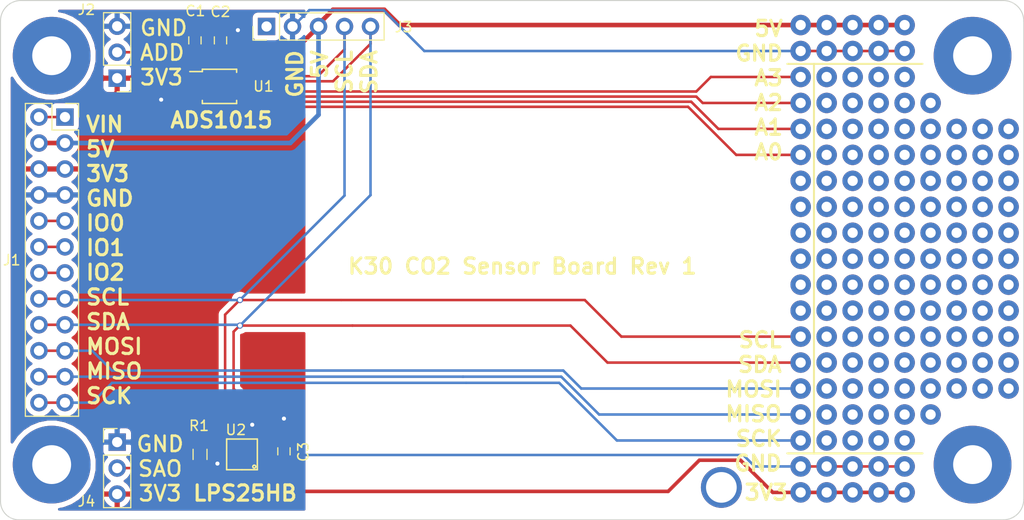
<source format=kicad_pcb>
(kicad_pcb (version 4) (host pcbnew 4.0.6)

  (general
    (links 70)
    (no_connects 0)
    (area 90.745714 72.766666 204.069287 127.51)
    (thickness 1.6)
    (drawings 22)
    (tracks 160)
    (zones 0)
    (modules 156)
    (nets 23)
  )

  (page A4)
  (layers
    (0 F.Cu signal)
    (31 B.Cu signal)
    (32 B.Adhes user)
    (33 F.Adhes user)
    (34 B.Paste user)
    (35 F.Paste user)
    (36 B.SilkS user)
    (37 F.SilkS user)
    (38 B.Mask user)
    (39 F.Mask user)
    (40 Dwgs.User user)
    (41 Cmts.User user)
    (42 Eco1.User user)
    (43 Eco2.User user)
    (44 Edge.Cuts user)
    (45 Margin user)
    (46 B.CrtYd user)
    (47 F.CrtYd user)
    (48 B.Fab user)
    (49 F.Fab user hide)
  )

  (setup
    (last_trace_width 0.25)
    (trace_clearance 0.14)
    (zone_clearance 0.508)
    (zone_45_only no)
    (trace_min 0.152)
    (segment_width 0.2)
    (edge_width 0.1)
    (via_size 0.6)
    (via_drill 0.4)
    (via_min_size 0.4)
    (via_min_drill 0.3)
    (uvia_size 0.3)
    (uvia_drill 0.1)
    (uvias_allowed no)
    (uvia_min_size 0.2)
    (uvia_min_drill 0.1)
    (pcb_text_width 0.3)
    (pcb_text_size 1.5 1.5)
    (mod_edge_width 0.15)
    (mod_text_size 1 1)
    (mod_text_width 0.15)
    (pad_size 4 4)
    (pad_drill 3)
    (pad_to_mask_clearance 0)
    (aux_axis_origin 235.46 85.24)
    (visible_elements 7FFCFFFF)
    (pcbplotparams
      (layerselection 0x010f0_80000001)
      (usegerberextensions false)
      (excludeedgelayer true)
      (linewidth 0.100000)
      (plotframeref false)
      (viasonmask false)
      (mode 1)
      (useauxorigin false)
      (hpglpennumber 1)
      (hpglpenspeed 20)
      (hpglpendiameter 15)
      (hpglpenoverlay 2)
      (psnegative false)
      (psa4output false)
      (plotreference true)
      (plotvalue true)
      (plotinvisibletext false)
      (padsonsilk false)
      (subtractmaskfromsilk false)
      (outputformat 1)
      (mirror false)
      (drillshape 0)
      (scaleselection 1)
      (outputdirectory ""))
  )

  (net 0 "")
  (net 1 /3V3)
  (net 2 /5V)
  (net 3 GND)
  (net 4 /VIN)
  (net 5 /IO0)
  (net 6 /IO1)
  (net 7 /IO2)
  (net 8 /SDA)
  (net 9 /SCL)
  (net 10 /MOSI)
  (net 11 /MISO)
  (net 12 /SCK)
  (net 13 "Net-(J2-Pad2)")
  (net 14 "Net-(J3-Pad1)")
  (net 15 "Net-(J4-Pad2)")
  (net 16 "Net-(R1-Pad2)")
  (net 17 "Net-(U1-Pad2)")
  (net 18 /A0)
  (net 19 /A1)
  (net 20 /A2)
  (net 21 /A3)
  (net 22 "Net-(U2-Pad7)")

  (net_class Default "This is the default net class."
    (clearance 0.14)
    (trace_width 0.25)
    (via_dia 0.6)
    (via_drill 0.4)
    (uvia_dia 0.3)
    (uvia_drill 0.1)
    (add_net /A0)
    (add_net /A1)
    (add_net /A2)
    (add_net /A3)
    (add_net /IO0)
    (add_net /IO1)
    (add_net /IO2)
    (add_net /MISO)
    (add_net /MOSI)
    (add_net /SCK)
    (add_net /SCL)
    (add_net /SDA)
    (add_net /VIN)
    (add_net GND)
    (add_net "Net-(J2-Pad2)")
    (add_net "Net-(J3-Pad1)")
    (add_net "Net-(J4-Pad2)")
    (add_net "Net-(R1-Pad2)")
    (add_net "Net-(U1-Pad2)")
    (add_net "Net-(U2-Pad7)")
  )

  (net_class 3V3 ""
    (clearance 0.14)
    (trace_width 0.35)
    (via_dia 0.6)
    (via_drill 0.4)
    (uvia_dia 0.3)
    (uvia_drill 0.1)
    (add_net /3V3)
  )

  (net_class 5V ""
    (clearance 0.14)
    (trace_width 0.45)
    (via_dia 0.6)
    (via_drill 0.4)
    (uvia_dia 0.3)
    (uvia_drill 0.1)
    (add_net /5V)
  )

  (module Wire_Pads:SolderWirePad_single_1mmDrill (layer F.Cu) (tedit 5942BD7A) (tstamp 5942BD50)
    (at 166.05 122.83)
    (fp_text reference REF** (at 0 -3.81) (layer F.SilkS) hide
      (effects (font (size 1 1) (thickness 0.15)))
    )
    (fp_text value SolderWirePad_single_1mmDrill (at -1.905 3.175) (layer F.Fab)
      (effects (font (size 1 1) (thickness 0.15)))
    )
    (pad 1 thru_hole circle (at 0 0) (size 4 4) (drill 3) (layers *.Cu *.Mask))
  )

  (module HLGA-10L:HLGA10L (layer F.Cu) (tedit 593ED79B) (tstamp 59397BD1)
    (at 119.2 119.6 180)
    (path /59389909)
    (fp_text reference U2 (at 0.6 2.4 360) (layer F.SilkS)
      (effects (font (size 1 1) (thickness 0.15)))
    )
    (fp_text value LPS25HB_HLGA (at 0 -2.35 180) (layer F.Fab) hide
      (effects (font (size 1 1) (thickness 0.15)))
    )
    (fp_circle (center -1.2 -1.2) (end -1.15 -1.15) (layer F.SilkS) (width 0.15))
    (fp_line (start 0 -1.5) (end 1.5 -1.5) (layer F.SilkS) (width 0.15))
    (fp_line (start 1.5 -1.5) (end 1.5 1.5) (layer F.SilkS) (width 0.15))
    (fp_line (start 1.5 1.5) (end -1.5 1.5) (layer F.SilkS) (width 0.15))
    (fp_line (start -1.5 1.5) (end -1.5 -1.5) (layer F.SilkS) (width 0.15))
    (fp_line (start -1.5 -1.5) (end 0 -1.5) (layer F.SilkS) (width 0.15))
    (pad 5 smd rect (at 0.6 0.92 180) (size 0.4 0.55) (layers F.Cu F.Paste F.Mask)
      (net 15 "Net-(J4-Pad2)"))
    (pad 4 smd rect (at 0 0.92 180) (size 0.4 0.55) (layers F.Cu F.Paste F.Mask)
      (net 9 /SCL))
    (pad 3 smd rect (at -0.6 0.92 180) (size 0.4 0.55) (layers F.Cu F.Paste F.Mask)
      (net 3 GND))
    (pad 10 smd rect (at -0.6 -0.92 180) (size 0.4 0.55) (layers F.Cu F.Paste F.Mask)
      (net 1 /3V3))
    (pad 9 smd rect (at 0 -0.92 180) (size 0.4 0.55) (layers F.Cu F.Paste F.Mask)
      (net 3 GND))
    (pad 8 smd rect (at 0.6 -0.92 180) (size 0.4 0.55) (layers F.Cu F.Paste F.Mask)
      (net 3 GND))
    (pad 6 smd rect (at 0.92 0.3 180) (size 0.55 0.4) (layers F.Cu F.Paste F.Mask)
      (net 16 "Net-(R1-Pad2)"))
    (pad 7 smd rect (at 0.92 -0.3 180) (size 0.55 0.4) (layers F.Cu F.Paste F.Mask)
      (net 22 "Net-(U2-Pad7)"))
    (pad 1 smd rect (at -0.92 -0.3 180) (size 0.55 0.4) (layers F.Cu F.Paste F.Mask)
      (net 1 /3V3))
    (pad 2 smd rect (at -0.92 0.3 180) (size 0.55 0.4) (layers F.Cu F.Paste F.Mask)
      (net 8 /SDA))
  )

  (module Wire_Pads:SolderWirePad_single_1mmDrill (layer F.Cu) (tedit 593B129A) (tstamp 5939C39C)
    (at 183.96 123.32)
    (fp_text reference REF** (at 0 -3.81) (layer F.SilkS) hide
      (effects (font (size 1 1) (thickness 0.15)))
    )
    (fp_text value SolderWirePad_single_1mmDrill (at -1.905 3.175) (layer F.Fab)
      (effects (font (size 1 1) (thickness 0.15)))
    )
    (pad 1 thru_hole circle (at 0 0) (size 2 2) (drill 1.00076) (layers *.Cu *.Mask)
      (net 1 /3V3))
  )

  (module Wire_Pads:SolderWirePad_single_1mmDrill (layer F.Cu) (tedit 593B1295) (tstamp 5939C398)
    (at 181.42 123.32)
    (fp_text reference REF** (at 0 -3.81) (layer F.SilkS) hide
      (effects (font (size 1 1) (thickness 0.15)))
    )
    (fp_text value SolderWirePad_single_1mmDrill (at -1.905 3.175) (layer F.Fab)
      (effects (font (size 1 1) (thickness 0.15)))
    )
    (pad 1 thru_hole circle (at 0 0) (size 2 2) (drill 1.00076) (layers *.Cu *.Mask)
      (net 1 /3V3))
  )

  (module Wire_Pads:SolderWirePad_single_1mmDrill (layer F.Cu) (tedit 593B1290) (tstamp 5939C394)
    (at 178.88 123.32)
    (fp_text reference REF** (at 0 -3.81) (layer F.SilkS) hide
      (effects (font (size 1 1) (thickness 0.15)))
    )
    (fp_text value SolderWirePad_single_1mmDrill (at -1.905 3.175) (layer F.Fab)
      (effects (font (size 1 1) (thickness 0.15)))
    )
    (pad 1 thru_hole circle (at 0 0) (size 2 2) (drill 1.00076) (layers *.Cu *.Mask)
      (net 1 /3V3))
  )

  (module Wire_Pads:SolderWirePad_single_1mmDrill (layer F.Cu) (tedit 593B1289) (tstamp 5939C390)
    (at 176.34 123.32)
    (fp_text reference REF** (at 0 -3.81) (layer F.SilkS) hide
      (effects (font (size 1 1) (thickness 0.15)))
    )
    (fp_text value SolderWirePad_single_1mmDrill (at -1.905 3.175) (layer F.Fab)
      (effects (font (size 1 1) (thickness 0.15)))
    )
    (pad 1 thru_hole circle (at 0 0) (size 2 2) (drill 1.00076) (layers *.Cu *.Mask)
      (net 1 /3V3))
  )

  (module Wire_Pads:SolderWirePad_single_1mmDrill (layer F.Cu) (tedit 593AE007) (tstamp 5939C38C)
    (at 173.8 123.32)
    (fp_text reference REF** (at 0 -3.81) (layer F.SilkS) hide
      (effects (font (size 1 1) (thickness 0.15)))
    )
    (fp_text value SolderWirePad_single_1mmDrill (at -1.905 3.175) (layer F.Fab)
      (effects (font (size 1 1) (thickness 0.15)))
    )
    (pad 1 thru_hole circle (at 0 0) (size 2 2) (drill 1.00076) (layers *.Cu *.Mask)
      (net 1 /3V3))
  )

  (module Wire_Pads:SolderWirePad_single_1mmDrill (layer F.Cu) (tedit 593B127D) (tstamp 5939C374)
    (at 183.96 120.78)
    (fp_text reference REF** (at 0 -3.81) (layer F.SilkS) hide
      (effects (font (size 1 1) (thickness 0.15)))
    )
    (fp_text value SolderWirePad_single_1mmDrill (at -1.905 3.175) (layer F.Fab)
      (effects (font (size 1 1) (thickness 0.15)))
    )
    (pad 1 thru_hole circle (at 0 0) (size 2 2) (drill 1.00076) (layers *.Cu *.Mask)
      (net 3 GND))
  )

  (module Wire_Pads:SolderWirePad_single_1mmDrill (layer F.Cu) (tedit 593B1279) (tstamp 5939C370)
    (at 181.42 120.78)
    (fp_text reference REF** (at 0 -3.81) (layer F.SilkS) hide
      (effects (font (size 1 1) (thickness 0.15)))
    )
    (fp_text value SolderWirePad_single_1mmDrill (at -1.905 3.175) (layer F.Fab)
      (effects (font (size 1 1) (thickness 0.15)))
    )
    (pad 1 thru_hole circle (at 0 0) (size 2 2) (drill 1.00076) (layers *.Cu *.Mask)
      (net 3 GND))
  )

  (module Wire_Pads:SolderWirePad_single_1mmDrill (layer F.Cu) (tedit 593B1275) (tstamp 5939C36C)
    (at 178.88 120.78)
    (fp_text reference REF** (at 0 -3.81) (layer F.SilkS) hide
      (effects (font (size 1 1) (thickness 0.15)))
    )
    (fp_text value SolderWirePad_single_1mmDrill (at -1.905 3.175) (layer F.Fab)
      (effects (font (size 1 1) (thickness 0.15)))
    )
    (pad 1 thru_hole circle (at 0 0) (size 2 2) (drill 1.00076) (layers *.Cu *.Mask)
      (net 3 GND))
  )

  (module Wire_Pads:SolderWirePad_single_1mmDrill (layer F.Cu) (tedit 593B126F) (tstamp 5939C368)
    (at 176.34 120.78)
    (fp_text reference REF** (at 0 -3.81) (layer F.SilkS) hide
      (effects (font (size 1 1) (thickness 0.15)))
    )
    (fp_text value SolderWirePad_single_1mmDrill (at -1.905 3.175) (layer F.Fab)
      (effects (font (size 1 1) (thickness 0.15)))
    )
    (pad 1 thru_hole circle (at 0 0) (size 2 2) (drill 1.00076) (layers *.Cu *.Mask)
      (net 3 GND))
  )

  (module Wire_Pads:SolderWirePad_single_1mmDrill (layer F.Cu) (tedit 593AE001) (tstamp 5939C364)
    (at 173.8 120.78)
    (fp_text reference REF** (at 0 -3.81) (layer F.SilkS) hide
      (effects (font (size 1 1) (thickness 0.15)))
    )
    (fp_text value SolderWirePad_single_1mmDrill (at -1.905 3.175) (layer F.Fab)
      (effects (font (size 1 1) (thickness 0.15)))
    )
    (pad 1 thru_hole circle (at 0 0) (size 2 2) (drill 1.00076) (layers *.Cu *.Mask)
      (net 3 GND))
  )

  (module Wire_Pads:SolderWirePad_single_1mmDrill (layer F.Cu) (tedit 5939BB5B) (tstamp 5939C34C)
    (at 183.96 118.24)
    (fp_text reference REF** (at 0 -3.81) (layer F.SilkS) hide
      (effects (font (size 1 1) (thickness 0.15)))
    )
    (fp_text value SolderWirePad_single_1mmDrill (at -1.905 3.175) (layer F.Fab)
      (effects (font (size 1 1) (thickness 0.15)))
    )
    (pad 1 thru_hole circle (at 0 0) (size 2 2) (drill 1.00076) (layers *.Cu *.Mask))
  )

  (module Wire_Pads:SolderWirePad_single_1mmDrill (layer F.Cu) (tedit 5939BB5B) (tstamp 5939C348)
    (at 181.42 118.24)
    (fp_text reference REF** (at 0 -3.81) (layer F.SilkS) hide
      (effects (font (size 1 1) (thickness 0.15)))
    )
    (fp_text value SolderWirePad_single_1mmDrill (at -1.905 3.175) (layer F.Fab)
      (effects (font (size 1 1) (thickness 0.15)))
    )
    (pad 1 thru_hole circle (at 0 0) (size 2 2) (drill 1.00076) (layers *.Cu *.Mask))
  )

  (module Wire_Pads:SolderWirePad_single_1mmDrill (layer F.Cu) (tedit 5939BB5B) (tstamp 5939C344)
    (at 178.88 118.24)
    (fp_text reference REF** (at 0 -3.81) (layer F.SilkS) hide
      (effects (font (size 1 1) (thickness 0.15)))
    )
    (fp_text value SolderWirePad_single_1mmDrill (at -1.905 3.175) (layer F.Fab)
      (effects (font (size 1 1) (thickness 0.15)))
    )
    (pad 1 thru_hole circle (at 0 0) (size 2 2) (drill 1.00076) (layers *.Cu *.Mask))
  )

  (module Wire_Pads:SolderWirePad_single_1mmDrill (layer F.Cu) (tedit 5939BB5B) (tstamp 5939C340)
    (at 176.34 118.24)
    (fp_text reference REF** (at 0 -3.81) (layer F.SilkS) hide
      (effects (font (size 1 1) (thickness 0.15)))
    )
    (fp_text value SolderWirePad_single_1mmDrill (at -1.905 3.175) (layer F.Fab)
      (effects (font (size 1 1) (thickness 0.15)))
    )
    (pad 1 thru_hole circle (at 0 0) (size 2 2) (drill 1.00076) (layers *.Cu *.Mask))
  )

  (module Wire_Pads:SolderWirePad_single_1mmDrill (layer F.Cu) (tedit 593AF9D3) (tstamp 5939C33C)
    (at 173.8 118.24)
    (fp_text reference REF** (at 0 -3.81) (layer F.SilkS) hide
      (effects (font (size 1 1) (thickness 0.15)))
    )
    (fp_text value SolderWirePad_single_1mmDrill (at -1.905 3.175) (layer F.Fab)
      (effects (font (size 1 1) (thickness 0.15)))
    )
    (pad 1 thru_hole circle (at 0 0) (size 2 2) (drill 1.00076) (layers *.Cu *.Mask)
      (net 12 /SCK))
  )

  (module Wire_Pads:SolderWirePad_single_1mmDrill (layer F.Cu) (tedit 5939BB5B) (tstamp 5939C328)
    (at 186.5 115.7)
    (fp_text reference REF** (at 0 -3.81) (layer F.SilkS) hide
      (effects (font (size 1 1) (thickness 0.15)))
    )
    (fp_text value SolderWirePad_single_1mmDrill (at -1.905 3.175) (layer F.Fab)
      (effects (font (size 1 1) (thickness 0.15)))
    )
    (pad 1 thru_hole circle (at 0 0) (size 2 2) (drill 1.00076) (layers *.Cu *.Mask))
  )

  (module Wire_Pads:SolderWirePad_single_1mmDrill (layer F.Cu) (tedit 5939BB5B) (tstamp 5939C324)
    (at 183.96 115.7)
    (fp_text reference REF** (at 0 -3.81) (layer F.SilkS) hide
      (effects (font (size 1 1) (thickness 0.15)))
    )
    (fp_text value SolderWirePad_single_1mmDrill (at -1.905 3.175) (layer F.Fab)
      (effects (font (size 1 1) (thickness 0.15)))
    )
    (pad 1 thru_hole circle (at 0 0) (size 2 2) (drill 1.00076) (layers *.Cu *.Mask))
  )

  (module Wire_Pads:SolderWirePad_single_1mmDrill (layer F.Cu) (tedit 5939BB5B) (tstamp 5939C320)
    (at 181.42 115.7)
    (fp_text reference REF** (at 0 -3.81) (layer F.SilkS) hide
      (effects (font (size 1 1) (thickness 0.15)))
    )
    (fp_text value SolderWirePad_single_1mmDrill (at -1.905 3.175) (layer F.Fab)
      (effects (font (size 1 1) (thickness 0.15)))
    )
    (pad 1 thru_hole circle (at 0 0) (size 2 2) (drill 1.00076) (layers *.Cu *.Mask))
  )

  (module Wire_Pads:SolderWirePad_single_1mmDrill (layer F.Cu) (tedit 5939BB5B) (tstamp 5939C31C)
    (at 178.88 115.7)
    (fp_text reference REF** (at 0 -3.81) (layer F.SilkS) hide
      (effects (font (size 1 1) (thickness 0.15)))
    )
    (fp_text value SolderWirePad_single_1mmDrill (at -1.905 3.175) (layer F.Fab)
      (effects (font (size 1 1) (thickness 0.15)))
    )
    (pad 1 thru_hole circle (at 0 0) (size 2 2) (drill 1.00076) (layers *.Cu *.Mask))
  )

  (module Wire_Pads:SolderWirePad_single_1mmDrill (layer F.Cu) (tedit 5939BB5B) (tstamp 5939C318)
    (at 176.34 115.7)
    (fp_text reference REF** (at 0 -3.81) (layer F.SilkS) hide
      (effects (font (size 1 1) (thickness 0.15)))
    )
    (fp_text value SolderWirePad_single_1mmDrill (at -1.905 3.175) (layer F.Fab)
      (effects (font (size 1 1) (thickness 0.15)))
    )
    (pad 1 thru_hole circle (at 0 0) (size 2 2) (drill 1.00076) (layers *.Cu *.Mask))
  )

  (module Wire_Pads:SolderWirePad_single_1mmDrill (layer F.Cu) (tedit 593AF9E2) (tstamp 5939C314)
    (at 173.8 115.7)
    (fp_text reference REF** (at 0 -3.81) (layer F.SilkS) hide
      (effects (font (size 1 1) (thickness 0.15)))
    )
    (fp_text value SolderWirePad_single_1mmDrill (at -1.905 3.175) (layer F.Fab)
      (effects (font (size 1 1) (thickness 0.15)))
    )
    (pad 1 thru_hole circle (at 0 0) (size 2 2) (drill 1.00076) (layers *.Cu *.Mask)
      (net 11 /MISO))
  )

  (module Wire_Pads:SolderWirePad_single_1mmDrill (layer F.Cu) (tedit 5939BB5B) (tstamp 5939C30C)
    (at 194.12 113.16)
    (fp_text reference REF** (at 0 -3.81) (layer F.SilkS) hide
      (effects (font (size 1 1) (thickness 0.15)))
    )
    (fp_text value SolderWirePad_single_1mmDrill (at -1.905 3.175) (layer F.Fab)
      (effects (font (size 1 1) (thickness 0.15)))
    )
    (pad 1 thru_hole circle (at 0 0) (size 2 2) (drill 1.00076) (layers *.Cu *.Mask))
  )

  (module Wire_Pads:SolderWirePad_single_1mmDrill (layer F.Cu) (tedit 5939BB5B) (tstamp 5939C308)
    (at 191.58 113.16)
    (fp_text reference REF** (at 0 -3.81) (layer F.SilkS) hide
      (effects (font (size 1 1) (thickness 0.15)))
    )
    (fp_text value SolderWirePad_single_1mmDrill (at -1.905 3.175) (layer F.Fab)
      (effects (font (size 1 1) (thickness 0.15)))
    )
    (pad 1 thru_hole circle (at 0 0) (size 2 2) (drill 1.00076) (layers *.Cu *.Mask))
  )

  (module Wire_Pads:SolderWirePad_single_1mmDrill (layer F.Cu) (tedit 5939BB5B) (tstamp 5939C304)
    (at 189.04 113.16)
    (fp_text reference REF** (at 0 -3.81) (layer F.SilkS) hide
      (effects (font (size 1 1) (thickness 0.15)))
    )
    (fp_text value SolderWirePad_single_1mmDrill (at -1.905 3.175) (layer F.Fab)
      (effects (font (size 1 1) (thickness 0.15)))
    )
    (pad 1 thru_hole circle (at 0 0) (size 2 2) (drill 1.00076) (layers *.Cu *.Mask))
  )

  (module Wire_Pads:SolderWirePad_single_1mmDrill (layer F.Cu) (tedit 5939BB5B) (tstamp 5939C300)
    (at 186.5 113.16)
    (fp_text reference REF** (at 0 -3.81) (layer F.SilkS) hide
      (effects (font (size 1 1) (thickness 0.15)))
    )
    (fp_text value SolderWirePad_single_1mmDrill (at -1.905 3.175) (layer F.Fab)
      (effects (font (size 1 1) (thickness 0.15)))
    )
    (pad 1 thru_hole circle (at 0 0) (size 2 2) (drill 1.00076) (layers *.Cu *.Mask))
  )

  (module Wire_Pads:SolderWirePad_single_1mmDrill (layer F.Cu) (tedit 5939BB5B) (tstamp 5939C2FC)
    (at 183.96 113.16)
    (fp_text reference REF** (at 0 -3.81) (layer F.SilkS) hide
      (effects (font (size 1 1) (thickness 0.15)))
    )
    (fp_text value SolderWirePad_single_1mmDrill (at -1.905 3.175) (layer F.Fab)
      (effects (font (size 1 1) (thickness 0.15)))
    )
    (pad 1 thru_hole circle (at 0 0) (size 2 2) (drill 1.00076) (layers *.Cu *.Mask))
  )

  (module Wire_Pads:SolderWirePad_single_1mmDrill (layer F.Cu) (tedit 5939BB5B) (tstamp 5939C2F8)
    (at 181.42 113.16)
    (fp_text reference REF** (at 0 -3.81) (layer F.SilkS) hide
      (effects (font (size 1 1) (thickness 0.15)))
    )
    (fp_text value SolderWirePad_single_1mmDrill (at -1.905 3.175) (layer F.Fab)
      (effects (font (size 1 1) (thickness 0.15)))
    )
    (pad 1 thru_hole circle (at 0 0) (size 2 2) (drill 1.00076) (layers *.Cu *.Mask))
  )

  (module Wire_Pads:SolderWirePad_single_1mmDrill (layer F.Cu) (tedit 5939BB5B) (tstamp 5939C2F4)
    (at 178.88 113.16)
    (fp_text reference REF** (at 0 -3.81) (layer F.SilkS) hide
      (effects (font (size 1 1) (thickness 0.15)))
    )
    (fp_text value SolderWirePad_single_1mmDrill (at -1.905 3.175) (layer F.Fab)
      (effects (font (size 1 1) (thickness 0.15)))
    )
    (pad 1 thru_hole circle (at 0 0) (size 2 2) (drill 1.00076) (layers *.Cu *.Mask))
  )

  (module Wire_Pads:SolderWirePad_single_1mmDrill (layer F.Cu) (tedit 5939BB5B) (tstamp 5939C2F0)
    (at 176.34 113.16)
    (fp_text reference REF** (at 0 -3.81) (layer F.SilkS) hide
      (effects (font (size 1 1) (thickness 0.15)))
    )
    (fp_text value SolderWirePad_single_1mmDrill (at -1.905 3.175) (layer F.Fab)
      (effects (font (size 1 1) (thickness 0.15)))
    )
    (pad 1 thru_hole circle (at 0 0) (size 2 2) (drill 1.00076) (layers *.Cu *.Mask))
  )

  (module Wire_Pads:SolderWirePad_single_1mmDrill (layer F.Cu) (tedit 593AFDBF) (tstamp 5939C2EC)
    (at 173.8 113.16)
    (fp_text reference REF** (at 0 -3.81) (layer F.SilkS) hide
      (effects (font (size 1 1) (thickness 0.15)))
    )
    (fp_text value SolderWirePad_single_1mmDrill (at -1.905 3.175) (layer F.Fab)
      (effects (font (size 1 1) (thickness 0.15)))
    )
    (pad 1 thru_hole circle (at 0 0) (size 2 2) (drill 1.00076) (layers *.Cu *.Mask)
      (net 10 /MOSI))
  )

  (module Wire_Pads:SolderWirePad_single_1mmDrill (layer F.Cu) (tedit 5939BB5B) (tstamp 5939C2E4)
    (at 194.12 110.62)
    (fp_text reference REF** (at 0 -3.81) (layer F.SilkS) hide
      (effects (font (size 1 1) (thickness 0.15)))
    )
    (fp_text value SolderWirePad_single_1mmDrill (at -1.905 3.175) (layer F.Fab)
      (effects (font (size 1 1) (thickness 0.15)))
    )
    (pad 1 thru_hole circle (at 0 0) (size 2 2) (drill 1.00076) (layers *.Cu *.Mask))
  )

  (module Wire_Pads:SolderWirePad_single_1mmDrill (layer F.Cu) (tedit 5939BB5B) (tstamp 5939C2E0)
    (at 191.58 110.62)
    (fp_text reference REF** (at 0 -3.81) (layer F.SilkS) hide
      (effects (font (size 1 1) (thickness 0.15)))
    )
    (fp_text value SolderWirePad_single_1mmDrill (at -1.905 3.175) (layer F.Fab)
      (effects (font (size 1 1) (thickness 0.15)))
    )
    (pad 1 thru_hole circle (at 0 0) (size 2 2) (drill 1.00076) (layers *.Cu *.Mask))
  )

  (module Wire_Pads:SolderWirePad_single_1mmDrill (layer F.Cu) (tedit 5939BB5B) (tstamp 5939C2DC)
    (at 189.04 110.62)
    (fp_text reference REF** (at 0 -3.81) (layer F.SilkS) hide
      (effects (font (size 1 1) (thickness 0.15)))
    )
    (fp_text value SolderWirePad_single_1mmDrill (at -1.905 3.175) (layer F.Fab)
      (effects (font (size 1 1) (thickness 0.15)))
    )
    (pad 1 thru_hole circle (at 0 0) (size 2 2) (drill 1.00076) (layers *.Cu *.Mask))
  )

  (module Wire_Pads:SolderWirePad_single_1mmDrill (layer F.Cu) (tedit 5939BB5B) (tstamp 5939C2D8)
    (at 186.5 110.62)
    (fp_text reference REF** (at 0 -3.81) (layer F.SilkS) hide
      (effects (font (size 1 1) (thickness 0.15)))
    )
    (fp_text value SolderWirePad_single_1mmDrill (at -1.905 3.175) (layer F.Fab)
      (effects (font (size 1 1) (thickness 0.15)))
    )
    (pad 1 thru_hole circle (at 0 0) (size 2 2) (drill 1.00076) (layers *.Cu *.Mask))
  )

  (module Wire_Pads:SolderWirePad_single_1mmDrill (layer F.Cu) (tedit 5939BB5B) (tstamp 5939C2D4)
    (at 183.96 110.62)
    (fp_text reference REF** (at 0 -3.81) (layer F.SilkS) hide
      (effects (font (size 1 1) (thickness 0.15)))
    )
    (fp_text value SolderWirePad_single_1mmDrill (at -1.905 3.175) (layer F.Fab)
      (effects (font (size 1 1) (thickness 0.15)))
    )
    (pad 1 thru_hole circle (at 0 0) (size 2 2) (drill 1.00076) (layers *.Cu *.Mask))
  )

  (module Wire_Pads:SolderWirePad_single_1mmDrill (layer F.Cu) (tedit 5939BB5B) (tstamp 5939C2D0)
    (at 181.42 110.62)
    (fp_text reference REF** (at 0 -3.81) (layer F.SilkS) hide
      (effects (font (size 1 1) (thickness 0.15)))
    )
    (fp_text value SolderWirePad_single_1mmDrill (at -1.905 3.175) (layer F.Fab)
      (effects (font (size 1 1) (thickness 0.15)))
    )
    (pad 1 thru_hole circle (at 0 0) (size 2 2) (drill 1.00076) (layers *.Cu *.Mask))
  )

  (module Wire_Pads:SolderWirePad_single_1mmDrill (layer F.Cu) (tedit 5939BB5B) (tstamp 5939C2CC)
    (at 178.88 110.62)
    (fp_text reference REF** (at 0 -3.81) (layer F.SilkS) hide
      (effects (font (size 1 1) (thickness 0.15)))
    )
    (fp_text value SolderWirePad_single_1mmDrill (at -1.905 3.175) (layer F.Fab)
      (effects (font (size 1 1) (thickness 0.15)))
    )
    (pad 1 thru_hole circle (at 0 0) (size 2 2) (drill 1.00076) (layers *.Cu *.Mask))
  )

  (module Wire_Pads:SolderWirePad_single_1mmDrill (layer F.Cu) (tedit 5939BB5B) (tstamp 5939C2C8)
    (at 176.34 110.62)
    (fp_text reference REF** (at 0 -3.81) (layer F.SilkS) hide
      (effects (font (size 1 1) (thickness 0.15)))
    )
    (fp_text value SolderWirePad_single_1mmDrill (at -1.905 3.175) (layer F.Fab)
      (effects (font (size 1 1) (thickness 0.15)))
    )
    (pad 1 thru_hole circle (at 0 0) (size 2 2) (drill 1.00076) (layers *.Cu *.Mask))
  )

  (module Wire_Pads:SolderWirePad_single_1mmDrill (layer F.Cu) (tedit 593AFA83) (tstamp 5939C2C4)
    (at 173.8 110.62)
    (fp_text reference REF** (at 0 -3.81) (layer F.SilkS) hide
      (effects (font (size 1 1) (thickness 0.15)))
    )
    (fp_text value SolderWirePad_single_1mmDrill (at -1.905 3.175) (layer F.Fab)
      (effects (font (size 1 1) (thickness 0.15)))
    )
    (pad 1 thru_hole circle (at 0 0) (size 2 2) (drill 1.00076) (layers *.Cu *.Mask)
      (net 8 /SDA))
  )

  (module Wire_Pads:SolderWirePad_single_1mmDrill (layer F.Cu) (tedit 5939BB5B) (tstamp 5939C2BC)
    (at 194.12 108.08)
    (fp_text reference REF** (at 0 -3.81) (layer F.SilkS) hide
      (effects (font (size 1 1) (thickness 0.15)))
    )
    (fp_text value SolderWirePad_single_1mmDrill (at -1.905 3.175) (layer F.Fab)
      (effects (font (size 1 1) (thickness 0.15)))
    )
    (pad 1 thru_hole circle (at 0 0) (size 2 2) (drill 1.00076) (layers *.Cu *.Mask))
  )

  (module Wire_Pads:SolderWirePad_single_1mmDrill (layer F.Cu) (tedit 5939BB5B) (tstamp 5939C2B8)
    (at 191.58 108.08)
    (fp_text reference REF** (at 0 -3.81) (layer F.SilkS) hide
      (effects (font (size 1 1) (thickness 0.15)))
    )
    (fp_text value SolderWirePad_single_1mmDrill (at -1.905 3.175) (layer F.Fab)
      (effects (font (size 1 1) (thickness 0.15)))
    )
    (pad 1 thru_hole circle (at 0 0) (size 2 2) (drill 1.00076) (layers *.Cu *.Mask))
  )

  (module Wire_Pads:SolderWirePad_single_1mmDrill (layer F.Cu) (tedit 5939BB5B) (tstamp 5939C2B4)
    (at 189.04 108.08)
    (fp_text reference REF** (at 0 -3.81) (layer F.SilkS) hide
      (effects (font (size 1 1) (thickness 0.15)))
    )
    (fp_text value SolderWirePad_single_1mmDrill (at -1.905 3.175) (layer F.Fab)
      (effects (font (size 1 1) (thickness 0.15)))
    )
    (pad 1 thru_hole circle (at 0 0) (size 2 2) (drill 1.00076) (layers *.Cu *.Mask))
  )

  (module Wire_Pads:SolderWirePad_single_1mmDrill (layer F.Cu) (tedit 5939BB5B) (tstamp 5939C2B0)
    (at 186.5 108.08)
    (fp_text reference REF** (at 0 -3.81) (layer F.SilkS) hide
      (effects (font (size 1 1) (thickness 0.15)))
    )
    (fp_text value SolderWirePad_single_1mmDrill (at -1.905 3.175) (layer F.Fab)
      (effects (font (size 1 1) (thickness 0.15)))
    )
    (pad 1 thru_hole circle (at 0 0) (size 2 2) (drill 1.00076) (layers *.Cu *.Mask))
  )

  (module Wire_Pads:SolderWirePad_single_1mmDrill (layer F.Cu) (tedit 5939BB5B) (tstamp 5939C2AC)
    (at 183.96 108.08)
    (fp_text reference REF** (at 0 -3.81) (layer F.SilkS) hide
      (effects (font (size 1 1) (thickness 0.15)))
    )
    (fp_text value SolderWirePad_single_1mmDrill (at -1.905 3.175) (layer F.Fab)
      (effects (font (size 1 1) (thickness 0.15)))
    )
    (pad 1 thru_hole circle (at 0 0) (size 2 2) (drill 1.00076) (layers *.Cu *.Mask))
  )

  (module Wire_Pads:SolderWirePad_single_1mmDrill (layer F.Cu) (tedit 5939BB5B) (tstamp 5939C2A8)
    (at 181.42 108.08)
    (fp_text reference REF** (at 0 -3.81) (layer F.SilkS) hide
      (effects (font (size 1 1) (thickness 0.15)))
    )
    (fp_text value SolderWirePad_single_1mmDrill (at -1.905 3.175) (layer F.Fab)
      (effects (font (size 1 1) (thickness 0.15)))
    )
    (pad 1 thru_hole circle (at 0 0) (size 2 2) (drill 1.00076) (layers *.Cu *.Mask))
  )

  (module Wire_Pads:SolderWirePad_single_1mmDrill (layer F.Cu) (tedit 5939BB5B) (tstamp 5939C2A4)
    (at 178.88 108.08)
    (fp_text reference REF** (at 0 -3.81) (layer F.SilkS) hide
      (effects (font (size 1 1) (thickness 0.15)))
    )
    (fp_text value SolderWirePad_single_1mmDrill (at -1.905 3.175) (layer F.Fab)
      (effects (font (size 1 1) (thickness 0.15)))
    )
    (pad 1 thru_hole circle (at 0 0) (size 2 2) (drill 1.00076) (layers *.Cu *.Mask))
  )

  (module Wire_Pads:SolderWirePad_single_1mmDrill (layer F.Cu) (tedit 5939BB5B) (tstamp 5939C2A0)
    (at 176.34 108.08)
    (fp_text reference REF** (at 0 -3.81) (layer F.SilkS) hide
      (effects (font (size 1 1) (thickness 0.15)))
    )
    (fp_text value SolderWirePad_single_1mmDrill (at -1.905 3.175) (layer F.Fab)
      (effects (font (size 1 1) (thickness 0.15)))
    )
    (pad 1 thru_hole circle (at 0 0) (size 2 2) (drill 1.00076) (layers *.Cu *.Mask))
  )

  (module Wire_Pads:SolderWirePad_single_1mmDrill (layer F.Cu) (tedit 593AFA92) (tstamp 5939C29C)
    (at 173.8 108.08)
    (fp_text reference REF** (at 0 -3.81) (layer F.SilkS) hide
      (effects (font (size 1 1) (thickness 0.15)))
    )
    (fp_text value SolderWirePad_single_1mmDrill (at -1.905 3.175) (layer F.Fab)
      (effects (font (size 1 1) (thickness 0.15)))
    )
    (pad 1 thru_hole circle (at 0 0) (size 2 2) (drill 1.00076) (layers *.Cu *.Mask)
      (net 9 /SCL))
  )

  (module Wire_Pads:SolderWirePad_single_1mmDrill (layer F.Cu) (tedit 5939BB5B) (tstamp 5939C294)
    (at 194.12 105.54)
    (fp_text reference REF** (at 0 -3.81) (layer F.SilkS) hide
      (effects (font (size 1 1) (thickness 0.15)))
    )
    (fp_text value SolderWirePad_single_1mmDrill (at -1.905 3.175) (layer F.Fab)
      (effects (font (size 1 1) (thickness 0.15)))
    )
    (pad 1 thru_hole circle (at 0 0) (size 2 2) (drill 1.00076) (layers *.Cu *.Mask))
  )

  (module Wire_Pads:SolderWirePad_single_1mmDrill (layer F.Cu) (tedit 5939BB5B) (tstamp 5939C290)
    (at 191.58 105.54)
    (fp_text reference REF** (at 0 -3.81) (layer F.SilkS) hide
      (effects (font (size 1 1) (thickness 0.15)))
    )
    (fp_text value SolderWirePad_single_1mmDrill (at -1.905 3.175) (layer F.Fab)
      (effects (font (size 1 1) (thickness 0.15)))
    )
    (pad 1 thru_hole circle (at 0 0) (size 2 2) (drill 1.00076) (layers *.Cu *.Mask))
  )

  (module Wire_Pads:SolderWirePad_single_1mmDrill (layer F.Cu) (tedit 5939BB5B) (tstamp 5939C28C)
    (at 189.04 105.54)
    (fp_text reference REF** (at 0 -3.81) (layer F.SilkS) hide
      (effects (font (size 1 1) (thickness 0.15)))
    )
    (fp_text value SolderWirePad_single_1mmDrill (at -1.905 3.175) (layer F.Fab)
      (effects (font (size 1 1) (thickness 0.15)))
    )
    (pad 1 thru_hole circle (at 0 0) (size 2 2) (drill 1.00076) (layers *.Cu *.Mask))
  )

  (module Wire_Pads:SolderWirePad_single_1mmDrill (layer F.Cu) (tedit 5939BB5B) (tstamp 5939C288)
    (at 186.5 105.54)
    (fp_text reference REF** (at 0 -3.81) (layer F.SilkS) hide
      (effects (font (size 1 1) (thickness 0.15)))
    )
    (fp_text value SolderWirePad_single_1mmDrill (at -1.905 3.175) (layer F.Fab)
      (effects (font (size 1 1) (thickness 0.15)))
    )
    (pad 1 thru_hole circle (at 0 0) (size 2 2) (drill 1.00076) (layers *.Cu *.Mask))
  )

  (module Wire_Pads:SolderWirePad_single_1mmDrill (layer F.Cu) (tedit 5939BB5B) (tstamp 5939C284)
    (at 183.96 105.54)
    (fp_text reference REF** (at 0 -3.81) (layer F.SilkS) hide
      (effects (font (size 1 1) (thickness 0.15)))
    )
    (fp_text value SolderWirePad_single_1mmDrill (at -1.905 3.175) (layer F.Fab)
      (effects (font (size 1 1) (thickness 0.15)))
    )
    (pad 1 thru_hole circle (at 0 0) (size 2 2) (drill 1.00076) (layers *.Cu *.Mask))
  )

  (module Wire_Pads:SolderWirePad_single_1mmDrill (layer F.Cu) (tedit 5939BB5B) (tstamp 5939C280)
    (at 181.42 105.54)
    (fp_text reference REF** (at 0 -3.81) (layer F.SilkS) hide
      (effects (font (size 1 1) (thickness 0.15)))
    )
    (fp_text value SolderWirePad_single_1mmDrill (at -1.905 3.175) (layer F.Fab)
      (effects (font (size 1 1) (thickness 0.15)))
    )
    (pad 1 thru_hole circle (at 0 0) (size 2 2) (drill 1.00076) (layers *.Cu *.Mask))
  )

  (module Wire_Pads:SolderWirePad_single_1mmDrill (layer F.Cu) (tedit 5939BB5B) (tstamp 5939C27C)
    (at 178.88 105.54)
    (fp_text reference REF** (at 0 -3.81) (layer F.SilkS) hide
      (effects (font (size 1 1) (thickness 0.15)))
    )
    (fp_text value SolderWirePad_single_1mmDrill (at -1.905 3.175) (layer F.Fab)
      (effects (font (size 1 1) (thickness 0.15)))
    )
    (pad 1 thru_hole circle (at 0 0) (size 2 2) (drill 1.00076) (layers *.Cu *.Mask))
  )

  (module Wire_Pads:SolderWirePad_single_1mmDrill (layer F.Cu) (tedit 5939BB5B) (tstamp 5939C278)
    (at 176.34 105.54)
    (fp_text reference REF** (at 0 -3.81) (layer F.SilkS) hide
      (effects (font (size 1 1) (thickness 0.15)))
    )
    (fp_text value SolderWirePad_single_1mmDrill (at -1.905 3.175) (layer F.Fab)
      (effects (font (size 1 1) (thickness 0.15)))
    )
    (pad 1 thru_hole circle (at 0 0) (size 2 2) (drill 1.00076) (layers *.Cu *.Mask))
  )

  (module Wire_Pads:SolderWirePad_single_1mmDrill (layer F.Cu) (tedit 593AE5C9) (tstamp 5939C274)
    (at 173.8 105.54)
    (fp_text reference REF** (at 0 -3.81) (layer F.SilkS) hide
      (effects (font (size 1 1) (thickness 0.15)))
    )
    (fp_text value SolderWirePad_single_1mmDrill (at -1.905 3.175) (layer F.Fab)
      (effects (font (size 1 1) (thickness 0.15)))
    )
    (pad 1 thru_hole circle (at 0 0) (size 2 2) (drill 1.00076) (layers *.Cu *.Mask))
  )

  (module Wire_Pads:SolderWirePad_single_1mmDrill (layer F.Cu) (tedit 5939BB5B) (tstamp 5939C26C)
    (at 194.12 103)
    (fp_text reference REF** (at 0 -3.81) (layer F.SilkS) hide
      (effects (font (size 1 1) (thickness 0.15)))
    )
    (fp_text value SolderWirePad_single_1mmDrill (at -1.905 3.175) (layer F.Fab)
      (effects (font (size 1 1) (thickness 0.15)))
    )
    (pad 1 thru_hole circle (at 0 0) (size 2 2) (drill 1.00076) (layers *.Cu *.Mask))
  )

  (module Wire_Pads:SolderWirePad_single_1mmDrill (layer F.Cu) (tedit 5939BB5B) (tstamp 5939C268)
    (at 191.58 103)
    (fp_text reference REF** (at 0 -3.81) (layer F.SilkS) hide
      (effects (font (size 1 1) (thickness 0.15)))
    )
    (fp_text value SolderWirePad_single_1mmDrill (at -1.905 3.175) (layer F.Fab)
      (effects (font (size 1 1) (thickness 0.15)))
    )
    (pad 1 thru_hole circle (at 0 0) (size 2 2) (drill 1.00076) (layers *.Cu *.Mask))
  )

  (module Wire_Pads:SolderWirePad_single_1mmDrill (layer F.Cu) (tedit 5939BB5B) (tstamp 5939C264)
    (at 189.04 103)
    (fp_text reference REF** (at 0 -3.81) (layer F.SilkS) hide
      (effects (font (size 1 1) (thickness 0.15)))
    )
    (fp_text value SolderWirePad_single_1mmDrill (at -1.905 3.175) (layer F.Fab)
      (effects (font (size 1 1) (thickness 0.15)))
    )
    (pad 1 thru_hole circle (at 0 0) (size 2 2) (drill 1.00076) (layers *.Cu *.Mask))
  )

  (module Wire_Pads:SolderWirePad_single_1mmDrill (layer F.Cu) (tedit 5939BB5B) (tstamp 5939C260)
    (at 186.5 103)
    (fp_text reference REF** (at 0 -3.81) (layer F.SilkS) hide
      (effects (font (size 1 1) (thickness 0.15)))
    )
    (fp_text value SolderWirePad_single_1mmDrill (at -1.905 3.175) (layer F.Fab)
      (effects (font (size 1 1) (thickness 0.15)))
    )
    (pad 1 thru_hole circle (at 0 0) (size 2 2) (drill 1.00076) (layers *.Cu *.Mask))
  )

  (module Wire_Pads:SolderWirePad_single_1mmDrill (layer F.Cu) (tedit 5939BB5B) (tstamp 5939C25C)
    (at 183.96 103)
    (fp_text reference REF** (at 0 -3.81) (layer F.SilkS) hide
      (effects (font (size 1 1) (thickness 0.15)))
    )
    (fp_text value SolderWirePad_single_1mmDrill (at -1.905 3.175) (layer F.Fab)
      (effects (font (size 1 1) (thickness 0.15)))
    )
    (pad 1 thru_hole circle (at 0 0) (size 2 2) (drill 1.00076) (layers *.Cu *.Mask))
  )

  (module Wire_Pads:SolderWirePad_single_1mmDrill (layer F.Cu) (tedit 5939BB5B) (tstamp 5939C258)
    (at 181.42 103)
    (fp_text reference REF** (at 0 -3.81) (layer F.SilkS) hide
      (effects (font (size 1 1) (thickness 0.15)))
    )
    (fp_text value SolderWirePad_single_1mmDrill (at -1.905 3.175) (layer F.Fab)
      (effects (font (size 1 1) (thickness 0.15)))
    )
    (pad 1 thru_hole circle (at 0 0) (size 2 2) (drill 1.00076) (layers *.Cu *.Mask))
  )

  (module Wire_Pads:SolderWirePad_single_1mmDrill (layer F.Cu) (tedit 5939BB5B) (tstamp 5939C254)
    (at 178.88 103)
    (fp_text reference REF** (at 0 -3.81) (layer F.SilkS) hide
      (effects (font (size 1 1) (thickness 0.15)))
    )
    (fp_text value SolderWirePad_single_1mmDrill (at -1.905 3.175) (layer F.Fab)
      (effects (font (size 1 1) (thickness 0.15)))
    )
    (pad 1 thru_hole circle (at 0 0) (size 2 2) (drill 1.00076) (layers *.Cu *.Mask))
  )

  (module Wire_Pads:SolderWirePad_single_1mmDrill (layer F.Cu) (tedit 5939BB5B) (tstamp 5939C250)
    (at 176.34 103)
    (fp_text reference REF** (at 0 -3.81) (layer F.SilkS) hide
      (effects (font (size 1 1) (thickness 0.15)))
    )
    (fp_text value SolderWirePad_single_1mmDrill (at -1.905 3.175) (layer F.Fab)
      (effects (font (size 1 1) (thickness 0.15)))
    )
    (pad 1 thru_hole circle (at 0 0) (size 2 2) (drill 1.00076) (layers *.Cu *.Mask))
  )

  (module Wire_Pads:SolderWirePad_single_1mmDrill (layer F.Cu) (tedit 593AFAC4) (tstamp 5939C24C)
    (at 173.8 103)
    (fp_text reference REF** (at 0 -3.81) (layer F.SilkS) hide
      (effects (font (size 1 1) (thickness 0.15)))
    )
    (fp_text value SolderWirePad_single_1mmDrill (at -1.905 3.175) (layer F.Fab)
      (effects (font (size 1 1) (thickness 0.15)))
    )
    (pad 1 thru_hole circle (at 0 0) (size 2 2) (drill 1.00076) (layers *.Cu *.Mask))
  )

  (module Wire_Pads:SolderWirePad_single_1mmDrill (layer F.Cu) (tedit 5939BB5B) (tstamp 5939C244)
    (at 194.12 100.46)
    (fp_text reference REF** (at 0 -3.81) (layer F.SilkS) hide
      (effects (font (size 1 1) (thickness 0.15)))
    )
    (fp_text value SolderWirePad_single_1mmDrill (at -1.905 3.175) (layer F.Fab)
      (effects (font (size 1 1) (thickness 0.15)))
    )
    (pad 1 thru_hole circle (at 0 0) (size 2 2) (drill 1.00076) (layers *.Cu *.Mask))
  )

  (module Wire_Pads:SolderWirePad_single_1mmDrill (layer F.Cu) (tedit 5939BB5B) (tstamp 5939C240)
    (at 191.58 100.46)
    (fp_text reference REF** (at 0 -3.81) (layer F.SilkS) hide
      (effects (font (size 1 1) (thickness 0.15)))
    )
    (fp_text value SolderWirePad_single_1mmDrill (at -1.905 3.175) (layer F.Fab)
      (effects (font (size 1 1) (thickness 0.15)))
    )
    (pad 1 thru_hole circle (at 0 0) (size 2 2) (drill 1.00076) (layers *.Cu *.Mask))
  )

  (module Wire_Pads:SolderWirePad_single_1mmDrill (layer F.Cu) (tedit 5939BB5B) (tstamp 5939C23C)
    (at 189.04 100.46)
    (fp_text reference REF** (at 0 -3.81) (layer F.SilkS) hide
      (effects (font (size 1 1) (thickness 0.15)))
    )
    (fp_text value SolderWirePad_single_1mmDrill (at -1.905 3.175) (layer F.Fab)
      (effects (font (size 1 1) (thickness 0.15)))
    )
    (pad 1 thru_hole circle (at 0 0) (size 2 2) (drill 1.00076) (layers *.Cu *.Mask))
  )

  (module Wire_Pads:SolderWirePad_single_1mmDrill (layer F.Cu) (tedit 5939BB5B) (tstamp 5939C238)
    (at 186.5 100.46)
    (fp_text reference REF** (at 0 -3.81) (layer F.SilkS) hide
      (effects (font (size 1 1) (thickness 0.15)))
    )
    (fp_text value SolderWirePad_single_1mmDrill (at -1.905 3.175) (layer F.Fab)
      (effects (font (size 1 1) (thickness 0.15)))
    )
    (pad 1 thru_hole circle (at 0 0) (size 2 2) (drill 1.00076) (layers *.Cu *.Mask))
  )

  (module Wire_Pads:SolderWirePad_single_1mmDrill (layer F.Cu) (tedit 5939BB5B) (tstamp 5939C234)
    (at 183.96 100.46)
    (fp_text reference REF** (at 0 -3.81) (layer F.SilkS) hide
      (effects (font (size 1 1) (thickness 0.15)))
    )
    (fp_text value SolderWirePad_single_1mmDrill (at -1.905 3.175) (layer F.Fab)
      (effects (font (size 1 1) (thickness 0.15)))
    )
    (pad 1 thru_hole circle (at 0 0) (size 2 2) (drill 1.00076) (layers *.Cu *.Mask))
  )

  (module Wire_Pads:SolderWirePad_single_1mmDrill (layer F.Cu) (tedit 5939BB5B) (tstamp 5939C230)
    (at 181.42 100.46)
    (fp_text reference REF** (at 0 -3.81) (layer F.SilkS) hide
      (effects (font (size 1 1) (thickness 0.15)))
    )
    (fp_text value SolderWirePad_single_1mmDrill (at -1.905 3.175) (layer F.Fab)
      (effects (font (size 1 1) (thickness 0.15)))
    )
    (pad 1 thru_hole circle (at 0 0) (size 2 2) (drill 1.00076) (layers *.Cu *.Mask))
  )

  (module Wire_Pads:SolderWirePad_single_1mmDrill (layer F.Cu) (tedit 5939BB5B) (tstamp 5939C22C)
    (at 178.88 100.46)
    (fp_text reference REF** (at 0 -3.81) (layer F.SilkS) hide
      (effects (font (size 1 1) (thickness 0.15)))
    )
    (fp_text value SolderWirePad_single_1mmDrill (at -1.905 3.175) (layer F.Fab)
      (effects (font (size 1 1) (thickness 0.15)))
    )
    (pad 1 thru_hole circle (at 0 0) (size 2 2) (drill 1.00076) (layers *.Cu *.Mask))
  )

  (module Wire_Pads:SolderWirePad_single_1mmDrill (layer F.Cu) (tedit 5939BB5B) (tstamp 5939C228)
    (at 176.34 100.46)
    (fp_text reference REF** (at 0 -3.81) (layer F.SilkS) hide
      (effects (font (size 1 1) (thickness 0.15)))
    )
    (fp_text value SolderWirePad_single_1mmDrill (at -1.905 3.175) (layer F.Fab)
      (effects (font (size 1 1) (thickness 0.15)))
    )
    (pad 1 thru_hole circle (at 0 0) (size 2 2) (drill 1.00076) (layers *.Cu *.Mask))
  )

  (module Wire_Pads:SolderWirePad_single_1mmDrill (layer F.Cu) (tedit 593AFABF) (tstamp 5939C224)
    (at 173.8 100.46)
    (fp_text reference REF** (at 0 -3.81) (layer F.SilkS) hide
      (effects (font (size 1 1) (thickness 0.15)))
    )
    (fp_text value SolderWirePad_single_1mmDrill (at -1.905 3.175) (layer F.Fab)
      (effects (font (size 1 1) (thickness 0.15)))
    )
    (pad 1 thru_hole circle (at 0 0) (size 2 2) (drill 1.00076) (layers *.Cu *.Mask))
  )

  (module Wire_Pads:SolderWirePad_single_1mmDrill (layer F.Cu) (tedit 5939BB5B) (tstamp 5939C21C)
    (at 194.12 97.92)
    (fp_text reference REF** (at 0 -3.81) (layer F.SilkS) hide
      (effects (font (size 1 1) (thickness 0.15)))
    )
    (fp_text value SolderWirePad_single_1mmDrill (at -1.905 3.175) (layer F.Fab)
      (effects (font (size 1 1) (thickness 0.15)))
    )
    (pad 1 thru_hole circle (at 0 0) (size 2 2) (drill 1.00076) (layers *.Cu *.Mask))
  )

  (module Wire_Pads:SolderWirePad_single_1mmDrill (layer F.Cu) (tedit 5939BB5B) (tstamp 5939C218)
    (at 191.58 97.92)
    (fp_text reference REF** (at 0 -3.81) (layer F.SilkS) hide
      (effects (font (size 1 1) (thickness 0.15)))
    )
    (fp_text value SolderWirePad_single_1mmDrill (at -1.905 3.175) (layer F.Fab)
      (effects (font (size 1 1) (thickness 0.15)))
    )
    (pad 1 thru_hole circle (at 0 0) (size 2 2) (drill 1.00076) (layers *.Cu *.Mask))
  )

  (module Wire_Pads:SolderWirePad_single_1mmDrill (layer F.Cu) (tedit 5939BB5B) (tstamp 5939C214)
    (at 189.04 97.92)
    (fp_text reference REF** (at 0 -3.81) (layer F.SilkS) hide
      (effects (font (size 1 1) (thickness 0.15)))
    )
    (fp_text value SolderWirePad_single_1mmDrill (at -1.905 3.175) (layer F.Fab)
      (effects (font (size 1 1) (thickness 0.15)))
    )
    (pad 1 thru_hole circle (at 0 0) (size 2 2) (drill 1.00076) (layers *.Cu *.Mask))
  )

  (module Wire_Pads:SolderWirePad_single_1mmDrill (layer F.Cu) (tedit 5939BB5B) (tstamp 5939C210)
    (at 186.5 97.92)
    (fp_text reference REF** (at 0 -3.81) (layer F.SilkS) hide
      (effects (font (size 1 1) (thickness 0.15)))
    )
    (fp_text value SolderWirePad_single_1mmDrill (at -1.905 3.175) (layer F.Fab)
      (effects (font (size 1 1) (thickness 0.15)))
    )
    (pad 1 thru_hole circle (at 0 0) (size 2 2) (drill 1.00076) (layers *.Cu *.Mask))
  )

  (module Wire_Pads:SolderWirePad_single_1mmDrill (layer F.Cu) (tedit 5939BB5B) (tstamp 5939C20C)
    (at 183.96 97.92)
    (fp_text reference REF** (at 0 -3.81) (layer F.SilkS) hide
      (effects (font (size 1 1) (thickness 0.15)))
    )
    (fp_text value SolderWirePad_single_1mmDrill (at -1.905 3.175) (layer F.Fab)
      (effects (font (size 1 1) (thickness 0.15)))
    )
    (pad 1 thru_hole circle (at 0 0) (size 2 2) (drill 1.00076) (layers *.Cu *.Mask))
  )

  (module Wire_Pads:SolderWirePad_single_1mmDrill (layer F.Cu) (tedit 5939BB5B) (tstamp 5939C208)
    (at 181.42 97.92)
    (fp_text reference REF** (at 0 -3.81) (layer F.SilkS) hide
      (effects (font (size 1 1) (thickness 0.15)))
    )
    (fp_text value SolderWirePad_single_1mmDrill (at -1.905 3.175) (layer F.Fab)
      (effects (font (size 1 1) (thickness 0.15)))
    )
    (pad 1 thru_hole circle (at 0 0) (size 2 2) (drill 1.00076) (layers *.Cu *.Mask))
  )

  (module Wire_Pads:SolderWirePad_single_1mmDrill (layer F.Cu) (tedit 5939BB5B) (tstamp 5939C204)
    (at 178.88 97.92)
    (fp_text reference REF** (at 0 -3.81) (layer F.SilkS) hide
      (effects (font (size 1 1) (thickness 0.15)))
    )
    (fp_text value SolderWirePad_single_1mmDrill (at -1.905 3.175) (layer F.Fab)
      (effects (font (size 1 1) (thickness 0.15)))
    )
    (pad 1 thru_hole circle (at 0 0) (size 2 2) (drill 1.00076) (layers *.Cu *.Mask))
  )

  (module Wire_Pads:SolderWirePad_single_1mmDrill (layer F.Cu) (tedit 5939BB5B) (tstamp 5939C200)
    (at 176.34 97.92)
    (fp_text reference REF** (at 0 -3.81) (layer F.SilkS) hide
      (effects (font (size 1 1) (thickness 0.15)))
    )
    (fp_text value SolderWirePad_single_1mmDrill (at -1.905 3.175) (layer F.Fab)
      (effects (font (size 1 1) (thickness 0.15)))
    )
    (pad 1 thru_hole circle (at 0 0) (size 2 2) (drill 1.00076) (layers *.Cu *.Mask))
  )

  (module Wire_Pads:SolderWirePad_single_1mmDrill (layer F.Cu) (tedit 593AFAB8) (tstamp 5939C1FC)
    (at 173.8 97.92)
    (fp_text reference REF** (at 0 -3.81) (layer F.SilkS) hide
      (effects (font (size 1 1) (thickness 0.15)))
    )
    (fp_text value SolderWirePad_single_1mmDrill (at -1.905 3.175) (layer F.Fab)
      (effects (font (size 1 1) (thickness 0.15)))
    )
    (pad 1 thru_hole circle (at 0 0) (size 2 2) (drill 1.00076) (layers *.Cu *.Mask))
  )

  (module Wire_Pads:SolderWirePad_single_1mmDrill (layer F.Cu) (tedit 5939BB5B) (tstamp 5939C1F4)
    (at 194.12 95.38)
    (fp_text reference REF** (at 0 -3.81) (layer F.SilkS) hide
      (effects (font (size 1 1) (thickness 0.15)))
    )
    (fp_text value SolderWirePad_single_1mmDrill (at -1.905 3.175) (layer F.Fab)
      (effects (font (size 1 1) (thickness 0.15)))
    )
    (pad 1 thru_hole circle (at 0 0) (size 2 2) (drill 1.00076) (layers *.Cu *.Mask))
  )

  (module Wire_Pads:SolderWirePad_single_1mmDrill (layer F.Cu) (tedit 5939BB5B) (tstamp 5939C1F0)
    (at 191.58 95.38)
    (fp_text reference REF** (at 0 -3.81) (layer F.SilkS) hide
      (effects (font (size 1 1) (thickness 0.15)))
    )
    (fp_text value SolderWirePad_single_1mmDrill (at -1.905 3.175) (layer F.Fab)
      (effects (font (size 1 1) (thickness 0.15)))
    )
    (pad 1 thru_hole circle (at 0 0) (size 2 2) (drill 1.00076) (layers *.Cu *.Mask))
  )

  (module Wire_Pads:SolderWirePad_single_1mmDrill (layer F.Cu) (tedit 5939BB5B) (tstamp 5939C1EC)
    (at 189.04 95.38)
    (fp_text reference REF** (at 0 -3.81) (layer F.SilkS) hide
      (effects (font (size 1 1) (thickness 0.15)))
    )
    (fp_text value SolderWirePad_single_1mmDrill (at -1.905 3.175) (layer F.Fab)
      (effects (font (size 1 1) (thickness 0.15)))
    )
    (pad 1 thru_hole circle (at 0 0) (size 2 2) (drill 1.00076) (layers *.Cu *.Mask))
  )

  (module Wire_Pads:SolderWirePad_single_1mmDrill (layer F.Cu) (tedit 5939BB5B) (tstamp 5939C1E8)
    (at 186.5 95.38)
    (fp_text reference REF** (at 0 -3.81) (layer F.SilkS) hide
      (effects (font (size 1 1) (thickness 0.15)))
    )
    (fp_text value SolderWirePad_single_1mmDrill (at -1.905 3.175) (layer F.Fab)
      (effects (font (size 1 1) (thickness 0.15)))
    )
    (pad 1 thru_hole circle (at 0 0) (size 2 2) (drill 1.00076) (layers *.Cu *.Mask))
  )

  (module Wire_Pads:SolderWirePad_single_1mmDrill (layer F.Cu) (tedit 5939BB5B) (tstamp 5939C1E4)
    (at 183.96 95.38)
    (fp_text reference REF** (at 0 -3.81) (layer F.SilkS) hide
      (effects (font (size 1 1) (thickness 0.15)))
    )
    (fp_text value SolderWirePad_single_1mmDrill (at -1.905 3.175) (layer F.Fab)
      (effects (font (size 1 1) (thickness 0.15)))
    )
    (pad 1 thru_hole circle (at 0 0) (size 2 2) (drill 1.00076) (layers *.Cu *.Mask))
  )

  (module Wire_Pads:SolderWirePad_single_1mmDrill (layer F.Cu) (tedit 5939BB5B) (tstamp 5939C1E0)
    (at 181.42 95.38)
    (fp_text reference REF** (at 0 -3.81) (layer F.SilkS) hide
      (effects (font (size 1 1) (thickness 0.15)))
    )
    (fp_text value SolderWirePad_single_1mmDrill (at -1.905 3.175) (layer F.Fab)
      (effects (font (size 1 1) (thickness 0.15)))
    )
    (pad 1 thru_hole circle (at 0 0) (size 2 2) (drill 1.00076) (layers *.Cu *.Mask))
  )

  (module Wire_Pads:SolderWirePad_single_1mmDrill (layer F.Cu) (tedit 5939BB5B) (tstamp 5939C1DC)
    (at 178.88 95.38)
    (fp_text reference REF** (at 0 -3.81) (layer F.SilkS) hide
      (effects (font (size 1 1) (thickness 0.15)))
    )
    (fp_text value SolderWirePad_single_1mmDrill (at -1.905 3.175) (layer F.Fab)
      (effects (font (size 1 1) (thickness 0.15)))
    )
    (pad 1 thru_hole circle (at 0 0) (size 2 2) (drill 1.00076) (layers *.Cu *.Mask))
  )

  (module Wire_Pads:SolderWirePad_single_1mmDrill (layer F.Cu) (tedit 5939BB5B) (tstamp 5939C1D8)
    (at 176.34 95.38)
    (fp_text reference REF** (at 0 -3.81) (layer F.SilkS) hide
      (effects (font (size 1 1) (thickness 0.15)))
    )
    (fp_text value SolderWirePad_single_1mmDrill (at -1.905 3.175) (layer F.Fab)
      (effects (font (size 1 1) (thickness 0.15)))
    )
    (pad 1 thru_hole circle (at 0 0) (size 2 2) (drill 1.00076) (layers *.Cu *.Mask))
  )

  (module Wire_Pads:SolderWirePad_single_1mmDrill (layer F.Cu) (tedit 593AFAC9) (tstamp 5939C1D4)
    (at 173.8 95.38)
    (fp_text reference REF** (at 0 -3.81) (layer F.SilkS) hide
      (effects (font (size 1 1) (thickness 0.15)))
    )
    (fp_text value SolderWirePad_single_1mmDrill (at -1.905 3.175) (layer F.Fab)
      (effects (font (size 1 1) (thickness 0.15)))
    )
    (pad 1 thru_hole circle (at 0 0) (size 2 2) (drill 1.00076) (layers *.Cu *.Mask))
  )

  (module Wire_Pads:SolderWirePad_single_1mmDrill (layer F.Cu) (tedit 5939BB5B) (tstamp 5939C1CC)
    (at 194.12 92.84)
    (fp_text reference REF** (at 0 -3.81) (layer F.SilkS) hide
      (effects (font (size 1 1) (thickness 0.15)))
    )
    (fp_text value SolderWirePad_single_1mmDrill (at -1.905 3.175) (layer F.Fab)
      (effects (font (size 1 1) (thickness 0.15)))
    )
    (pad 1 thru_hole circle (at 0 0) (size 2 2) (drill 1.00076) (layers *.Cu *.Mask))
  )

  (module Wire_Pads:SolderWirePad_single_1mmDrill (layer F.Cu) (tedit 5939BB5B) (tstamp 5939C1C8)
    (at 191.58 92.84)
    (fp_text reference REF** (at 0 -3.81) (layer F.SilkS) hide
      (effects (font (size 1 1) (thickness 0.15)))
    )
    (fp_text value SolderWirePad_single_1mmDrill (at -1.905 3.175) (layer F.Fab)
      (effects (font (size 1 1) (thickness 0.15)))
    )
    (pad 1 thru_hole circle (at 0 0) (size 2 2) (drill 1.00076) (layers *.Cu *.Mask))
  )

  (module Wire_Pads:SolderWirePad_single_1mmDrill (layer F.Cu) (tedit 5939BB5B) (tstamp 5939C1C4)
    (at 189.04 92.84)
    (fp_text reference REF** (at 0 -3.81) (layer F.SilkS) hide
      (effects (font (size 1 1) (thickness 0.15)))
    )
    (fp_text value SolderWirePad_single_1mmDrill (at -1.905 3.175) (layer F.Fab)
      (effects (font (size 1 1) (thickness 0.15)))
    )
    (pad 1 thru_hole circle (at 0 0) (size 2 2) (drill 1.00076) (layers *.Cu *.Mask))
  )

  (module Wire_Pads:SolderWirePad_single_1mmDrill (layer F.Cu) (tedit 5939BB5B) (tstamp 5939C1C0)
    (at 186.5 92.84)
    (fp_text reference REF** (at 0 -3.81) (layer F.SilkS) hide
      (effects (font (size 1 1) (thickness 0.15)))
    )
    (fp_text value SolderWirePad_single_1mmDrill (at -1.905 3.175) (layer F.Fab)
      (effects (font (size 1 1) (thickness 0.15)))
    )
    (pad 1 thru_hole circle (at 0 0) (size 2 2) (drill 1.00076) (layers *.Cu *.Mask))
  )

  (module Wire_Pads:SolderWirePad_single_1mmDrill (layer F.Cu) (tedit 5939BB5B) (tstamp 5939C1BC)
    (at 183.96 92.84)
    (fp_text reference REF** (at 0 -3.81) (layer F.SilkS) hide
      (effects (font (size 1 1) (thickness 0.15)))
    )
    (fp_text value SolderWirePad_single_1mmDrill (at -1.905 3.175) (layer F.Fab)
      (effects (font (size 1 1) (thickness 0.15)))
    )
    (pad 1 thru_hole circle (at 0 0) (size 2 2) (drill 1.00076) (layers *.Cu *.Mask))
  )

  (module Wire_Pads:SolderWirePad_single_1mmDrill (layer F.Cu) (tedit 5939BB5B) (tstamp 5939C1B8)
    (at 181.42 92.84)
    (fp_text reference REF** (at 0 -3.81) (layer F.SilkS) hide
      (effects (font (size 1 1) (thickness 0.15)))
    )
    (fp_text value SolderWirePad_single_1mmDrill (at -1.905 3.175) (layer F.Fab)
      (effects (font (size 1 1) (thickness 0.15)))
    )
    (pad 1 thru_hole circle (at 0 0) (size 2 2) (drill 1.00076) (layers *.Cu *.Mask))
  )

  (module Wire_Pads:SolderWirePad_single_1mmDrill (layer F.Cu) (tedit 5939BB5B) (tstamp 5939C1B4)
    (at 178.88 92.84)
    (fp_text reference REF** (at 0 -3.81) (layer F.SilkS) hide
      (effects (font (size 1 1) (thickness 0.15)))
    )
    (fp_text value SolderWirePad_single_1mmDrill (at -1.905 3.175) (layer F.Fab)
      (effects (font (size 1 1) (thickness 0.15)))
    )
    (pad 1 thru_hole circle (at 0 0) (size 2 2) (drill 1.00076) (layers *.Cu *.Mask))
  )

  (module Wire_Pads:SolderWirePad_single_1mmDrill (layer F.Cu) (tedit 5939BB5B) (tstamp 5939C1B0)
    (at 176.34 92.84)
    (fp_text reference REF** (at 0 -3.81) (layer F.SilkS) hide
      (effects (font (size 1 1) (thickness 0.15)))
    )
    (fp_text value SolderWirePad_single_1mmDrill (at -1.905 3.175) (layer F.Fab)
      (effects (font (size 1 1) (thickness 0.15)))
    )
    (pad 1 thru_hole circle (at 0 0) (size 2 2) (drill 1.00076) (layers *.Cu *.Mask))
  )

  (module Wire_Pads:SolderWirePad_single_1mmDrill (layer F.Cu) (tedit 593AFACE) (tstamp 5939C1AC)
    (at 173.8 92.84)
    (fp_text reference REF** (at 0 -3.81) (layer F.SilkS) hide
      (effects (font (size 1 1) (thickness 0.15)))
    )
    (fp_text value SolderWirePad_single_1mmDrill (at -1.905 3.175) (layer F.Fab)
      (effects (font (size 1 1) (thickness 0.15)))
    )
    (pad 1 thru_hole circle (at 0 0) (size 2 2) (drill 1.00076) (layers *.Cu *.Mask))
  )

  (module Wire_Pads:SolderWirePad_single_1mmDrill (layer F.Cu) (tedit 5939BB5B) (tstamp 5939C1A4)
    (at 194.12 90.3)
    (fp_text reference REF** (at 0 -3.81) (layer F.SilkS) hide
      (effects (font (size 1 1) (thickness 0.15)))
    )
    (fp_text value SolderWirePad_single_1mmDrill (at -1.905 3.175) (layer F.Fab)
      (effects (font (size 1 1) (thickness 0.15)))
    )
    (pad 1 thru_hole circle (at 0 0) (size 2 2) (drill 1.00076) (layers *.Cu *.Mask))
  )

  (module Wire_Pads:SolderWirePad_single_1mmDrill (layer F.Cu) (tedit 5939BB5B) (tstamp 5939C1A0)
    (at 191.58 90.3)
    (fp_text reference REF** (at 0 -3.81) (layer F.SilkS) hide
      (effects (font (size 1 1) (thickness 0.15)))
    )
    (fp_text value SolderWirePad_single_1mmDrill (at -1.905 3.175) (layer F.Fab)
      (effects (font (size 1 1) (thickness 0.15)))
    )
    (pad 1 thru_hole circle (at 0 0) (size 2 2) (drill 1.00076) (layers *.Cu *.Mask))
  )

  (module Wire_Pads:SolderWirePad_single_1mmDrill (layer F.Cu) (tedit 5939BB5B) (tstamp 5939C19C)
    (at 189.04 90.3)
    (fp_text reference REF** (at 0 -3.81) (layer F.SilkS) hide
      (effects (font (size 1 1) (thickness 0.15)))
    )
    (fp_text value SolderWirePad_single_1mmDrill (at -1.905 3.175) (layer F.Fab)
      (effects (font (size 1 1) (thickness 0.15)))
    )
    (pad 1 thru_hole circle (at 0 0) (size 2 2) (drill 1.00076) (layers *.Cu *.Mask))
  )

  (module Wire_Pads:SolderWirePad_single_1mmDrill (layer F.Cu) (tedit 5939BB5B) (tstamp 5939C198)
    (at 186.5 90.3)
    (fp_text reference REF** (at 0 -3.81) (layer F.SilkS) hide
      (effects (font (size 1 1) (thickness 0.15)))
    )
    (fp_text value SolderWirePad_single_1mmDrill (at -1.905 3.175) (layer F.Fab)
      (effects (font (size 1 1) (thickness 0.15)))
    )
    (pad 1 thru_hole circle (at 0 0) (size 2 2) (drill 1.00076) (layers *.Cu *.Mask))
  )

  (module Wire_Pads:SolderWirePad_single_1mmDrill (layer F.Cu) (tedit 5939BB5B) (tstamp 5939C194)
    (at 183.96 90.3)
    (fp_text reference REF** (at 0 -3.81) (layer F.SilkS) hide
      (effects (font (size 1 1) (thickness 0.15)))
    )
    (fp_text value SolderWirePad_single_1mmDrill (at -1.905 3.175) (layer F.Fab)
      (effects (font (size 1 1) (thickness 0.15)))
    )
    (pad 1 thru_hole circle (at 0 0) (size 2 2) (drill 1.00076) (layers *.Cu *.Mask))
  )

  (module Wire_Pads:SolderWirePad_single_1mmDrill (layer F.Cu) (tedit 5939BB5B) (tstamp 5939C190)
    (at 181.42 90.3)
    (fp_text reference REF** (at 0 -3.81) (layer F.SilkS) hide
      (effects (font (size 1 1) (thickness 0.15)))
    )
    (fp_text value SolderWirePad_single_1mmDrill (at -1.905 3.175) (layer F.Fab)
      (effects (font (size 1 1) (thickness 0.15)))
    )
    (pad 1 thru_hole circle (at 0 0) (size 2 2) (drill 1.00076) (layers *.Cu *.Mask))
  )

  (module Wire_Pads:SolderWirePad_single_1mmDrill (layer F.Cu) (tedit 5939BB5B) (tstamp 5939C18C)
    (at 178.88 90.3)
    (fp_text reference REF** (at 0 -3.81) (layer F.SilkS) hide
      (effects (font (size 1 1) (thickness 0.15)))
    )
    (fp_text value SolderWirePad_single_1mmDrill (at -1.905 3.175) (layer F.Fab)
      (effects (font (size 1 1) (thickness 0.15)))
    )
    (pad 1 thru_hole circle (at 0 0) (size 2 2) (drill 1.00076) (layers *.Cu *.Mask))
  )

  (module Wire_Pads:SolderWirePad_single_1mmDrill (layer F.Cu) (tedit 5939BB5B) (tstamp 5939C188)
    (at 176.34 90.3)
    (fp_text reference REF** (at 0 -3.81) (layer F.SilkS) hide
      (effects (font (size 1 1) (thickness 0.15)))
    )
    (fp_text value SolderWirePad_single_1mmDrill (at -1.905 3.175) (layer F.Fab)
      (effects (font (size 1 1) (thickness 0.15)))
    )
    (pad 1 thru_hole circle (at 0 0) (size 2 2) (drill 1.00076) (layers *.Cu *.Mask))
  )

  (module Wire_Pads:SolderWirePad_single_1mmDrill (layer F.Cu) (tedit 593AE59F) (tstamp 5939C184)
    (at 173.8 90.3)
    (fp_text reference REF** (at 0 -3.81) (layer F.SilkS) hide
      (effects (font (size 1 1) (thickness 0.15)))
    )
    (fp_text value SolderWirePad_single_1mmDrill (at -1.905 3.175) (layer F.Fab)
      (effects (font (size 1 1) (thickness 0.15)))
    )
    (pad 1 thru_hole circle (at 0 0) (size 2 2) (drill 1.00076) (layers *.Cu *.Mask)
      (net 18 /A0))
  )

  (module Wire_Pads:SolderWirePad_single_1mmDrill (layer F.Cu) (tedit 5939BB5B) (tstamp 5939C17C)
    (at 194.12 87.76)
    (fp_text reference REF** (at 0 -3.81) (layer F.SilkS) hide
      (effects (font (size 1 1) (thickness 0.15)))
    )
    (fp_text value SolderWirePad_single_1mmDrill (at -1.905 3.175) (layer F.Fab)
      (effects (font (size 1 1) (thickness 0.15)))
    )
    (pad 1 thru_hole circle (at 0 0) (size 2 2) (drill 1.00076) (layers *.Cu *.Mask))
  )

  (module Wire_Pads:SolderWirePad_single_1mmDrill (layer F.Cu) (tedit 5939BB5B) (tstamp 5939C178)
    (at 191.58 87.76)
    (fp_text reference REF** (at 0 -3.81) (layer F.SilkS) hide
      (effects (font (size 1 1) (thickness 0.15)))
    )
    (fp_text value SolderWirePad_single_1mmDrill (at -1.905 3.175) (layer F.Fab)
      (effects (font (size 1 1) (thickness 0.15)))
    )
    (pad 1 thru_hole circle (at 0 0) (size 2 2) (drill 1.00076) (layers *.Cu *.Mask))
  )

  (module Wire_Pads:SolderWirePad_single_1mmDrill (layer F.Cu) (tedit 5939BB5B) (tstamp 5939C174)
    (at 189.04 87.76)
    (fp_text reference REF** (at 0 -3.81) (layer F.SilkS) hide
      (effects (font (size 1 1) (thickness 0.15)))
    )
    (fp_text value SolderWirePad_single_1mmDrill (at -1.905 3.175) (layer F.Fab)
      (effects (font (size 1 1) (thickness 0.15)))
    )
    (pad 1 thru_hole circle (at 0 0) (size 2 2) (drill 1.00076) (layers *.Cu *.Mask))
  )

  (module Wire_Pads:SolderWirePad_single_1mmDrill (layer F.Cu) (tedit 5939BB5B) (tstamp 5939C170)
    (at 186.5 87.76)
    (fp_text reference REF** (at 0 -3.81) (layer F.SilkS) hide
      (effects (font (size 1 1) (thickness 0.15)))
    )
    (fp_text value SolderWirePad_single_1mmDrill (at -1.905 3.175) (layer F.Fab)
      (effects (font (size 1 1) (thickness 0.15)))
    )
    (pad 1 thru_hole circle (at 0 0) (size 2 2) (drill 1.00076) (layers *.Cu *.Mask))
  )

  (module Wire_Pads:SolderWirePad_single_1mmDrill (layer F.Cu) (tedit 5939BB5B) (tstamp 5939C16C)
    (at 183.96 87.76)
    (fp_text reference REF** (at 0 -3.81) (layer F.SilkS) hide
      (effects (font (size 1 1) (thickness 0.15)))
    )
    (fp_text value SolderWirePad_single_1mmDrill (at -1.905 3.175) (layer F.Fab)
      (effects (font (size 1 1) (thickness 0.15)))
    )
    (pad 1 thru_hole circle (at 0 0) (size 2 2) (drill 1.00076) (layers *.Cu *.Mask))
  )

  (module Wire_Pads:SolderWirePad_single_1mmDrill (layer F.Cu) (tedit 5939BB5B) (tstamp 5939C168)
    (at 181.42 87.76)
    (fp_text reference REF** (at 0 -3.81) (layer F.SilkS) hide
      (effects (font (size 1 1) (thickness 0.15)))
    )
    (fp_text value SolderWirePad_single_1mmDrill (at -1.905 3.175) (layer F.Fab)
      (effects (font (size 1 1) (thickness 0.15)))
    )
    (pad 1 thru_hole circle (at 0 0) (size 2 2) (drill 1.00076) (layers *.Cu *.Mask))
  )

  (module Wire_Pads:SolderWirePad_single_1mmDrill (layer F.Cu) (tedit 5939BB5B) (tstamp 5939C164)
    (at 178.88 87.76)
    (fp_text reference REF** (at 0 -3.81) (layer F.SilkS) hide
      (effects (font (size 1 1) (thickness 0.15)))
    )
    (fp_text value SolderWirePad_single_1mmDrill (at -1.905 3.175) (layer F.Fab)
      (effects (font (size 1 1) (thickness 0.15)))
    )
    (pad 1 thru_hole circle (at 0 0) (size 2 2) (drill 1.00076) (layers *.Cu *.Mask))
  )

  (module Wire_Pads:SolderWirePad_single_1mmDrill (layer F.Cu) (tedit 5939BB5B) (tstamp 5939C160)
    (at 176.34 87.76)
    (fp_text reference REF** (at 0 -3.81) (layer F.SilkS) hide
      (effects (font (size 1 1) (thickness 0.15)))
    )
    (fp_text value SolderWirePad_single_1mmDrill (at -1.905 3.175) (layer F.Fab)
      (effects (font (size 1 1) (thickness 0.15)))
    )
    (pad 1 thru_hole circle (at 0 0) (size 2 2) (drill 1.00076) (layers *.Cu *.Mask))
  )

  (module Wire_Pads:SolderWirePad_single_1mmDrill (layer F.Cu) (tedit 593AE597) (tstamp 5939C15C)
    (at 173.8 87.76)
    (fp_text reference REF** (at 0 -3.81) (layer F.SilkS) hide
      (effects (font (size 1 1) (thickness 0.15)))
    )
    (fp_text value SolderWirePad_single_1mmDrill (at -1.905 3.175) (layer F.Fab)
      (effects (font (size 1 1) (thickness 0.15)))
    )
    (pad 1 thru_hole circle (at 0 0) (size 2 2) (drill 1.00076) (layers *.Cu *.Mask)
      (net 19 /A1))
  )

  (module Wire_Pads:SolderWirePad_single_1mmDrill (layer F.Cu) (tedit 5939BB5B) (tstamp 5939C148)
    (at 186.5 85.22)
    (fp_text reference REF** (at 0 -3.81) (layer F.SilkS) hide
      (effects (font (size 1 1) (thickness 0.15)))
    )
    (fp_text value SolderWirePad_single_1mmDrill (at -1.905 3.175) (layer F.Fab)
      (effects (font (size 1 1) (thickness 0.15)))
    )
    (pad 1 thru_hole circle (at 0 0) (size 2 2) (drill 1.00076) (layers *.Cu *.Mask))
  )

  (module Wire_Pads:SolderWirePad_single_1mmDrill (layer F.Cu) (tedit 5939BB5B) (tstamp 5939C144)
    (at 183.96 85.22)
    (fp_text reference REF** (at 0 -3.81) (layer F.SilkS) hide
      (effects (font (size 1 1) (thickness 0.15)))
    )
    (fp_text value SolderWirePad_single_1mmDrill (at -1.905 3.175) (layer F.Fab)
      (effects (font (size 1 1) (thickness 0.15)))
    )
    (pad 1 thru_hole circle (at 0 0) (size 2 2) (drill 1.00076) (layers *.Cu *.Mask))
  )

  (module Wire_Pads:SolderWirePad_single_1mmDrill (layer F.Cu) (tedit 5939BB5B) (tstamp 5939C140)
    (at 181.42 85.22)
    (fp_text reference REF** (at 0 -3.81) (layer F.SilkS) hide
      (effects (font (size 1 1) (thickness 0.15)))
    )
    (fp_text value SolderWirePad_single_1mmDrill (at -1.905 3.175) (layer F.Fab)
      (effects (font (size 1 1) (thickness 0.15)))
    )
    (pad 1 thru_hole circle (at 0 0) (size 2 2) (drill 1.00076) (layers *.Cu *.Mask))
  )

  (module Wire_Pads:SolderWirePad_single_1mmDrill (layer F.Cu) (tedit 5939BB5B) (tstamp 5939C13C)
    (at 178.88 85.22)
    (fp_text reference REF** (at 0 -3.81) (layer F.SilkS) hide
      (effects (font (size 1 1) (thickness 0.15)))
    )
    (fp_text value SolderWirePad_single_1mmDrill (at -1.905 3.175) (layer F.Fab)
      (effects (font (size 1 1) (thickness 0.15)))
    )
    (pad 1 thru_hole circle (at 0 0) (size 2 2) (drill 1.00076) (layers *.Cu *.Mask))
  )

  (module Wire_Pads:SolderWirePad_single_1mmDrill (layer F.Cu) (tedit 5939BB5B) (tstamp 5939C138)
    (at 176.34 85.22)
    (fp_text reference REF** (at 0 -3.81) (layer F.SilkS) hide
      (effects (font (size 1 1) (thickness 0.15)))
    )
    (fp_text value SolderWirePad_single_1mmDrill (at -1.905 3.175) (layer F.Fab)
      (effects (font (size 1 1) (thickness 0.15)))
    )
    (pad 1 thru_hole circle (at 0 0) (size 2 2) (drill 1.00076) (layers *.Cu *.Mask))
  )

  (module Wire_Pads:SolderWirePad_single_1mmDrill (layer F.Cu) (tedit 593AE592) (tstamp 5939C134)
    (at 173.8 85.22)
    (fp_text reference REF** (at 0 -3.81) (layer F.SilkS) hide
      (effects (font (size 1 1) (thickness 0.15)))
    )
    (fp_text value SolderWirePad_single_1mmDrill (at -1.905 3.175) (layer F.Fab)
      (effects (font (size 1 1) (thickness 0.15)))
    )
    (pad 1 thru_hole circle (at 0 0) (size 2 2) (drill 1.00076) (layers *.Cu *.Mask)
      (net 20 /A2))
  )

  (module Wire_Pads:SolderWirePad_single_1mmDrill (layer F.Cu) (tedit 5939BB5B) (tstamp 5939C11C)
    (at 183.96 82.68)
    (fp_text reference REF** (at 0 -3.81) (layer F.SilkS) hide
      (effects (font (size 1 1) (thickness 0.15)))
    )
    (fp_text value SolderWirePad_single_1mmDrill (at -1.905 3.175) (layer F.Fab)
      (effects (font (size 1 1) (thickness 0.15)))
    )
    (pad 1 thru_hole circle (at 0 0) (size 2 2) (drill 1.00076) (layers *.Cu *.Mask))
  )

  (module Wire_Pads:SolderWirePad_single_1mmDrill (layer F.Cu) (tedit 5939BB5B) (tstamp 5939C118)
    (at 181.42 82.68)
    (fp_text reference REF** (at 0 -3.81) (layer F.SilkS) hide
      (effects (font (size 1 1) (thickness 0.15)))
    )
    (fp_text value SolderWirePad_single_1mmDrill (at -1.905 3.175) (layer F.Fab)
      (effects (font (size 1 1) (thickness 0.15)))
    )
    (pad 1 thru_hole circle (at 0 0) (size 2 2) (drill 1.00076) (layers *.Cu *.Mask))
  )

  (module Wire_Pads:SolderWirePad_single_1mmDrill (layer F.Cu) (tedit 5939BB5B) (tstamp 5939C114)
    (at 178.88 82.68)
    (fp_text reference REF** (at 0 -3.81) (layer F.SilkS) hide
      (effects (font (size 1 1) (thickness 0.15)))
    )
    (fp_text value SolderWirePad_single_1mmDrill (at -1.905 3.175) (layer F.Fab)
      (effects (font (size 1 1) (thickness 0.15)))
    )
    (pad 1 thru_hole circle (at 0 0) (size 2 2) (drill 1.00076) (layers *.Cu *.Mask))
  )

  (module Wire_Pads:SolderWirePad_single_1mmDrill (layer F.Cu) (tedit 5939BB5B) (tstamp 5939C110)
    (at 176.34 82.68)
    (fp_text reference REF** (at 0 -3.81) (layer F.SilkS) hide
      (effects (font (size 1 1) (thickness 0.15)))
    )
    (fp_text value SolderWirePad_single_1mmDrill (at -1.905 3.175) (layer F.Fab)
      (effects (font (size 1 1) (thickness 0.15)))
    )
    (pad 1 thru_hole circle (at 0 0) (size 2 2) (drill 1.00076) (layers *.Cu *.Mask))
  )

  (module Wire_Pads:SolderWirePad_single_1mmDrill (layer F.Cu) (tedit 593AE58B) (tstamp 5939C10C)
    (at 173.8 82.68)
    (fp_text reference REF** (at 0 -3.81) (layer F.SilkS) hide
      (effects (font (size 1 1) (thickness 0.15)))
    )
    (fp_text value SolderWirePad_single_1mmDrill (at -1.905 3.175) (layer F.Fab)
      (effects (font (size 1 1) (thickness 0.15)))
    )
    (pad 1 thru_hole circle (at 0 0) (size 2 2) (drill 1.00076) (layers *.Cu *.Mask)
      (net 21 /A3))
  )

  (module Wire_Pads:SolderWirePad_single_1mmDrill (layer F.Cu) (tedit 593B1250) (tstamp 5939C0F4)
    (at 183.96 80.14)
    (fp_text reference REF** (at 0 -3.81) (layer F.SilkS) hide
      (effects (font (size 1 1) (thickness 0.15)))
    )
    (fp_text value SolderWirePad_single_1mmDrill (at -1.905 3.175) (layer F.Fab)
      (effects (font (size 1 1) (thickness 0.15)))
    )
    (pad 1 thru_hole circle (at 0 0) (size 2 2) (drill 1.00076) (layers *.Cu *.Mask)
      (net 3 GND))
  )

  (module Wire_Pads:SolderWirePad_single_1mmDrill (layer F.Cu) (tedit 593B1258) (tstamp 5939C0F0)
    (at 181.42 80.14)
    (fp_text reference REF** (at 0 -3.81) (layer F.SilkS) hide
      (effects (font (size 1 1) (thickness 0.15)))
    )
    (fp_text value SolderWirePad_single_1mmDrill (at -1.905 3.175) (layer F.Fab)
      (effects (font (size 1 1) (thickness 0.15)))
    )
    (pad 1 thru_hole circle (at 0 0) (size 2 2) (drill 1.00076) (layers *.Cu *.Mask)
      (net 3 GND))
  )

  (module Wire_Pads:SolderWirePad_single_1mmDrill (layer F.Cu) (tedit 593B1244) (tstamp 5939C0EC)
    (at 178.88 80.14)
    (fp_text reference REF** (at 0 -3.81) (layer F.SilkS) hide
      (effects (font (size 1 1) (thickness 0.15)))
    )
    (fp_text value SolderWirePad_single_1mmDrill (at -1.905 3.175) (layer F.Fab)
      (effects (font (size 1 1) (thickness 0.15)))
    )
    (pad 1 thru_hole circle (at 0 0) (size 2 2) (drill 1.00076) (layers *.Cu *.Mask)
      (net 3 GND))
  )

  (module Wire_Pads:SolderWirePad_single_1mmDrill (layer F.Cu) (tedit 593B1240) (tstamp 5939C0E8)
    (at 176.34 80.14)
    (fp_text reference REF** (at 0 -3.81) (layer F.SilkS) hide
      (effects (font (size 1 1) (thickness 0.15)))
    )
    (fp_text value SolderWirePad_single_1mmDrill (at -1.905 3.175) (layer F.Fab)
      (effects (font (size 1 1) (thickness 0.15)))
    )
    (pad 1 thru_hole circle (at 0 0) (size 2 2) (drill 1.00076) (layers *.Cu *.Mask)
      (net 3 GND))
  )

  (module Wire_Pads:SolderWirePad_single_1mmDrill (layer F.Cu) (tedit 593ADF4A) (tstamp 5939C0E4)
    (at 173.8 80.14)
    (fp_text reference REF** (at 0 -3.81) (layer F.SilkS) hide
      (effects (font (size 1 1) (thickness 0.15)))
    )
    (fp_text value SolderWirePad_single_1mmDrill (at -1.905 3.175) (layer F.Fab)
      (effects (font (size 1 1) (thickness 0.15)))
    )
    (pad 1 thru_hole circle (at 0 0) (size 2 2) (drill 1.00076) (layers *.Cu *.Mask)
      (net 3 GND))
  )

  (module Wire_Pads:SolderWirePad_single_1mmDrill (layer F.Cu) (tedit 593B11E5) (tstamp 5939C0CC)
    (at 183.96 77.6)
    (fp_text reference REF** (at 0 -3.81) (layer F.SilkS) hide
      (effects (font (size 1 1) (thickness 0.15)))
    )
    (fp_text value SolderWirePad_single_1mmDrill (at -1.905 3.175) (layer F.Fab)
      (effects (font (size 1 1) (thickness 0.15)))
    )
    (pad 1 thru_hole circle (at 0 0) (size 2 2) (drill 1.00076) (layers *.Cu *.Mask)
      (net 2 /5V))
  )

  (module Wire_Pads:SolderWirePad_single_1mmDrill (layer F.Cu) (tedit 593B11DF) (tstamp 5939C0C8)
    (at 181.42 77.6)
    (fp_text reference REF** (at 0 -3.81) (layer F.SilkS) hide
      (effects (font (size 1 1) (thickness 0.15)))
    )
    (fp_text value SolderWirePad_single_1mmDrill (at -1.905 3.175) (layer F.Fab)
      (effects (font (size 1 1) (thickness 0.15)))
    )
    (pad 1 thru_hole circle (at 0 0) (size 2 2) (drill 1.00076) (layers *.Cu *.Mask)
      (net 2 /5V))
  )

  (module Wire_Pads:SolderWirePad_single_1mmDrill (layer F.Cu) (tedit 593B11DA) (tstamp 5939C0C4)
    (at 178.88 77.6)
    (fp_text reference REF** (at 0 -3.81) (layer F.SilkS) hide
      (effects (font (size 1 1) (thickness 0.15)))
    )
    (fp_text value SolderWirePad_single_1mmDrill (at -1.905 3.175) (layer F.Fab)
      (effects (font (size 1 1) (thickness 0.15)))
    )
    (pad 1 thru_hole circle (at 0 0) (size 2 2) (drill 1.00076) (layers *.Cu *.Mask)
      (net 2 /5V))
  )

  (module Wire_Pads:SolderWirePad_single_1mmDrill (layer F.Cu) (tedit 593B11D6) (tstamp 5939C0C0)
    (at 176.34 77.6)
    (fp_text reference REF** (at 0 -3.81) (layer F.SilkS) hide
      (effects (font (size 1 1) (thickness 0.15)))
    )
    (fp_text value SolderWirePad_single_1mmDrill (at -1.905 3.175) (layer F.Fab)
      (effects (font (size 1 1) (thickness 0.15)))
    )
    (pad 1 thru_hole circle (at 0 0) (size 2 2) (drill 1.00076) (layers *.Cu *.Mask)
      (net 2 /5V))
  )

  (module Capacitors_SMD:C_0603_HandSoldering (layer F.Cu) (tedit 594953FA) (tstamp 59397B70)
    (at 114.6 79.1 90)
    (descr "Capacitor SMD 0603, hand soldering")
    (tags "capacitor 0603")
    (path /59389B5B)
    (attr smd)
    (fp_text reference C1 (at 2.88 0.04 180) (layer F.SilkS)
      (effects (font (size 1 1) (thickness 0.15)))
    )
    (fp_text value 0.1u (at 0 1.5 90) (layer F.Fab)
      (effects (font (size 1 1) (thickness 0.15)))
    )
    (fp_text user %R (at -0.125 -4.2 90) (layer F.Fab)
      (effects (font (size 1 1) (thickness 0.15)))
    )
    (fp_line (start -0.8 0.4) (end -0.8 -0.4) (layer F.Fab) (width 0.1))
    (fp_line (start 0.8 0.4) (end -0.8 0.4) (layer F.Fab) (width 0.1))
    (fp_line (start 0.8 -0.4) (end 0.8 0.4) (layer F.Fab) (width 0.1))
    (fp_line (start -0.8 -0.4) (end 0.8 -0.4) (layer F.Fab) (width 0.1))
    (fp_line (start -0.35 -0.6) (end 0.35 -0.6) (layer F.SilkS) (width 0.12))
    (fp_line (start 0.35 0.6) (end -0.35 0.6) (layer F.SilkS) (width 0.12))
    (fp_line (start -1.8 -0.65) (end 1.8 -0.65) (layer F.CrtYd) (width 0.05))
    (fp_line (start -1.8 -0.65) (end -1.8 0.65) (layer F.CrtYd) (width 0.05))
    (fp_line (start 1.8 0.65) (end 1.8 -0.65) (layer F.CrtYd) (width 0.05))
    (fp_line (start 1.8 0.65) (end -1.8 0.65) (layer F.CrtYd) (width 0.05))
    (pad 1 smd rect (at -0.95 0 90) (size 1.2 0.75) (layers F.Cu F.Paste F.Mask)
      (net 1 /3V3))
    (pad 2 smd rect (at 0.95 0 90) (size 1.2 0.75) (layers F.Cu F.Paste F.Mask)
      (net 3 GND))
    (model Capacitors_SMD.3dshapes/C_0603.wrl
      (at (xyz 0 0 0))
      (scale (xyz 1 1 1))
      (rotate (xyz 0 0 0))
    )
  )

  (module Capacitors_SMD:C_0603_HandSoldering (layer F.Cu) (tedit 593B0292) (tstamp 59397B76)
    (at 117.1 79.1 90)
    (descr "Capacitor SMD 0603, hand soldering")
    (tags "capacitor 0603")
    (path /5938CD8F)
    (attr smd)
    (fp_text reference C2 (at 2.8 0 180) (layer F.SilkS)
      (effects (font (size 1 1) (thickness 0.15)))
    )
    (fp_text value 0.1u (at 0 1.5 90) (layer F.Fab)
      (effects (font (size 1 1) (thickness 0.15)))
    )
    (fp_text user %R (at 0 -1.25 90) (layer F.Fab)
      (effects (font (size 1 1) (thickness 0.15)))
    )
    (fp_line (start -0.8 0.4) (end -0.8 -0.4) (layer F.Fab) (width 0.1))
    (fp_line (start 0.8 0.4) (end -0.8 0.4) (layer F.Fab) (width 0.1))
    (fp_line (start 0.8 -0.4) (end 0.8 0.4) (layer F.Fab) (width 0.1))
    (fp_line (start -0.8 -0.4) (end 0.8 -0.4) (layer F.Fab) (width 0.1))
    (fp_line (start -0.35 -0.6) (end 0.35 -0.6) (layer F.SilkS) (width 0.12))
    (fp_line (start 0.35 0.6) (end -0.35 0.6) (layer F.SilkS) (width 0.12))
    (fp_line (start -1.8 -0.65) (end 1.8 -0.65) (layer F.CrtYd) (width 0.05))
    (fp_line (start -1.8 -0.65) (end -1.8 0.65) (layer F.CrtYd) (width 0.05))
    (fp_line (start 1.8 0.65) (end 1.8 -0.65) (layer F.CrtYd) (width 0.05))
    (fp_line (start 1.8 0.65) (end -1.8 0.65) (layer F.CrtYd) (width 0.05))
    (pad 1 smd rect (at -0.95 0 90) (size 1.2 0.75) (layers F.Cu F.Paste F.Mask)
      (net 2 /5V))
    (pad 2 smd rect (at 0.95 0 90) (size 1.2 0.75) (layers F.Cu F.Paste F.Mask)
      (net 3 GND))
    (model Capacitors_SMD.3dshapes/C_0603.wrl
      (at (xyz 0 0 0))
      (scale (xyz 1 1 1))
      (rotate (xyz 0 0 0))
    )
  )

  (module Capacitors_SMD:C_0603_HandSoldering (layer F.Cu) (tedit 5953EB92) (tstamp 59397B7C)
    (at 123.3 119.3 90)
    (descr "Capacitor SMD 0603, hand soldering")
    (tags "capacitor 0603")
    (path /5938A0DE)
    (attr smd)
    (fp_text reference C3 (at -0.06 1.89 90) (layer F.SilkS)
      (effects (font (size 1 1) (thickness 0.15)))
    )
    (fp_text value 0.1u (at 0 1.5 90) (layer F.Fab)
      (effects (font (size 1 1) (thickness 0.15)))
    )
    (fp_text user %R (at 3 0 90) (layer F.Fab) hide
      (effects (font (size 1 1) (thickness 0.15)))
    )
    (fp_line (start -0.8 0.4) (end -0.8 -0.4) (layer F.Fab) (width 0.1))
    (fp_line (start 0.8 0.4) (end -0.8 0.4) (layer F.Fab) (width 0.1))
    (fp_line (start 0.8 -0.4) (end 0.8 0.4) (layer F.Fab) (width 0.1))
    (fp_line (start -0.8 -0.4) (end 0.8 -0.4) (layer F.Fab) (width 0.1))
    (fp_line (start -0.35 -0.6) (end 0.35 -0.6) (layer F.SilkS) (width 0.12))
    (fp_line (start 0.35 0.6) (end -0.35 0.6) (layer F.SilkS) (width 0.12))
    (fp_line (start -1.8 -0.65) (end 1.8 -0.65) (layer F.CrtYd) (width 0.05))
    (fp_line (start -1.8 -0.65) (end -1.8 0.65) (layer F.CrtYd) (width 0.05))
    (fp_line (start 1.8 0.65) (end 1.8 -0.65) (layer F.CrtYd) (width 0.05))
    (fp_line (start 1.8 0.65) (end -1.8 0.65) (layer F.CrtYd) (width 0.05))
    (pad 1 smd rect (at -0.95 0 90) (size 1.2 0.75) (layers F.Cu F.Paste F.Mask)
      (net 1 /3V3))
    (pad 2 smd rect (at 0.95 0 90) (size 1.2 0.75) (layers F.Cu F.Paste F.Mask)
      (net 3 GND))
    (model Capacitors_SMD.3dshapes/C_0603.wrl
      (at (xyz 0 0 0))
      (scale (xyz 1 1 1))
      (rotate (xyz 0 0 0))
    )
  )

  (module Socket_Strips:Socket_Strip_Straight_2x12_Pitch2.54mm (layer F.Cu) (tedit 59399258) (tstamp 59397B98)
    (at 101.9 86.6)
    (descr "Through hole straight socket strip, 2x12, 2.54mm pitch, double rows")
    (tags "Through hole socket strip THT 2x12 2.54mm double row")
    (path /5938A95F)
    (fp_text reference J1 (at -5.2 14) (layer F.SilkS)
      (effects (font (size 1 1) (thickness 0.15)))
    )
    (fp_text value CONN_02X12 (at -1.27 30.27) (layer F.Fab)
      (effects (font (size 1 1) (thickness 0.15)))
    )
    (fp_line (start -3.81 -1.27) (end -3.81 29.21) (layer F.Fab) (width 0.1))
    (fp_line (start -3.81 29.21) (end 1.27 29.21) (layer F.Fab) (width 0.1))
    (fp_line (start 1.27 29.21) (end 1.27 -1.27) (layer F.Fab) (width 0.1))
    (fp_line (start 1.27 -1.27) (end -3.81 -1.27) (layer F.Fab) (width 0.1))
    (fp_line (start 1.33 1.27) (end 1.33 29.27) (layer F.SilkS) (width 0.12))
    (fp_line (start 1.33 29.27) (end -3.87 29.27) (layer F.SilkS) (width 0.12))
    (fp_line (start -3.87 29.27) (end -3.87 -1.33) (layer F.SilkS) (width 0.12))
    (fp_line (start -3.87 -1.33) (end -1.27 -1.33) (layer F.SilkS) (width 0.12))
    (fp_line (start -1.27 -1.33) (end -1.27 1.27) (layer F.SilkS) (width 0.12))
    (fp_line (start -1.27 1.27) (end 1.33 1.27) (layer F.SilkS) (width 0.12))
    (fp_line (start 1.33 0) (end 1.33 -1.33) (layer F.SilkS) (width 0.12))
    (fp_line (start 1.33 -1.33) (end 0.06 -1.33) (layer F.SilkS) (width 0.12))
    (fp_line (start -4.35 -1.8) (end -4.35 29.75) (layer F.CrtYd) (width 0.05))
    (fp_line (start -4.35 29.75) (end 1.8 29.75) (layer F.CrtYd) (width 0.05))
    (fp_line (start 1.8 29.75) (end 1.8 -1.8) (layer F.CrtYd) (width 0.05))
    (fp_line (start 1.8 -1.8) (end -4.35 -1.8) (layer F.CrtYd) (width 0.05))
    (fp_text user %R (at -5.1 13.3) (layer F.Fab)
      (effects (font (size 1 1) (thickness 0.15)))
    )
    (pad 1 thru_hole rect (at 0 0) (size 1.7 1.7) (drill 1) (layers *.Cu *.Mask)
      (net 4 /VIN))
    (pad 2 thru_hole oval (at -2.54 0) (size 1.7 1.7) (drill 1) (layers *.Cu *.Mask)
      (net 4 /VIN))
    (pad 3 thru_hole oval (at 0 2.54) (size 1.7 1.7) (drill 1) (layers *.Cu *.Mask)
      (net 2 /5V))
    (pad 4 thru_hole oval (at -2.54 2.54) (size 1.7 1.7) (drill 1) (layers *.Cu *.Mask)
      (net 2 /5V))
    (pad 5 thru_hole oval (at 0 5.08) (size 1.7 1.7) (drill 1) (layers *.Cu *.Mask)
      (net 1 /3V3))
    (pad 6 thru_hole oval (at -2.54 5.08) (size 1.7 1.7) (drill 1) (layers *.Cu *.Mask)
      (net 1 /3V3))
    (pad 7 thru_hole oval (at 0 7.62) (size 1.7 1.7) (drill 1) (layers *.Cu *.Mask)
      (net 3 GND))
    (pad 8 thru_hole oval (at -2.54 7.62) (size 1.7 1.7) (drill 1) (layers *.Cu *.Mask)
      (net 3 GND))
    (pad 9 thru_hole oval (at 0 10.16) (size 1.7 1.7) (drill 1) (layers *.Cu *.Mask)
      (net 5 /IO0))
    (pad 10 thru_hole oval (at -2.54 10.16) (size 1.7 1.7) (drill 1) (layers *.Cu *.Mask)
      (net 5 /IO0))
    (pad 11 thru_hole oval (at 0 12.7) (size 1.7 1.7) (drill 1) (layers *.Cu *.Mask)
      (net 6 /IO1))
    (pad 12 thru_hole oval (at -2.54 12.7) (size 1.7 1.7) (drill 1) (layers *.Cu *.Mask)
      (net 6 /IO1))
    (pad 13 thru_hole oval (at 0 15.24) (size 1.7 1.7) (drill 1) (layers *.Cu *.Mask)
      (net 7 /IO2))
    (pad 14 thru_hole oval (at -2.54 15.24) (size 1.7 1.7) (drill 1) (layers *.Cu *.Mask)
      (net 7 /IO2))
    (pad 15 thru_hole oval (at 0 17.78) (size 1.7 1.7) (drill 1) (layers *.Cu *.Mask)
      (net 9 /SCL))
    (pad 16 thru_hole oval (at -2.54 17.78) (size 1.7 1.7) (drill 1) (layers *.Cu *.Mask)
      (net 9 /SCL))
    (pad 17 thru_hole oval (at 0 20.32) (size 1.7 1.7) (drill 1) (layers *.Cu *.Mask)
      (net 8 /SDA))
    (pad 18 thru_hole oval (at -2.54 20.32) (size 1.7 1.7) (drill 1) (layers *.Cu *.Mask)
      (net 8 /SDA))
    (pad 19 thru_hole oval (at 0 22.86) (size 1.7 1.7) (drill 1) (layers *.Cu *.Mask)
      (net 10 /MOSI))
    (pad 20 thru_hole oval (at -2.54 22.86) (size 1.7 1.7) (drill 1) (layers *.Cu *.Mask)
      (net 10 /MOSI))
    (pad 21 thru_hole oval (at 0 25.4) (size 1.7 1.7) (drill 1) (layers *.Cu *.Mask)
      (net 11 /MISO))
    (pad 22 thru_hole oval (at -2.54 25.4) (size 1.7 1.7) (drill 1) (layers *.Cu *.Mask)
      (net 11 /MISO))
    (pad 23 thru_hole oval (at 0 27.94) (size 1.7 1.7) (drill 1) (layers *.Cu *.Mask)
      (net 12 /SCK))
    (pad 24 thru_hole oval (at -2.54 27.94) (size 1.7 1.7) (drill 1) (layers *.Cu *.Mask)
      (net 12 /SCK))
    (model ${KISYS3DMOD}/Socket_Strips.3dshapes/Socket_Strip_Straight_2x12_Pitch2.54mm.wrl
      (at (xyz -0.05 -0.55 0))
      (scale (xyz 1 1 1))
      (rotate (xyz 0 0 270))
    )
  )

  (module Socket_Strips:Socket_Strip_Straight_1x03_Pitch2.54mm (layer F.Cu) (tedit 593992CA) (tstamp 59397B9F)
    (at 107 82.8 180)
    (descr "Through hole straight socket strip, 1x03, 2.54mm pitch, single row")
    (tags "Through hole socket strip THT 1x03 2.54mm single row")
    (path /59389AB2)
    (fp_text reference J2 (at 3 6.7 180) (layer F.SilkS)
      (effects (font (size 1 1) (thickness 0.15)))
    )
    (fp_text value CONN_01X03 (at 0 7.41 180) (layer F.Fab)
      (effects (font (size 1 1) (thickness 0.15)))
    )
    (fp_line (start -1.27 -1.27) (end -1.27 6.35) (layer F.Fab) (width 0.1))
    (fp_line (start -1.27 6.35) (end 1.27 6.35) (layer F.Fab) (width 0.1))
    (fp_line (start 1.27 6.35) (end 1.27 -1.27) (layer F.Fab) (width 0.1))
    (fp_line (start 1.27 -1.27) (end -1.27 -1.27) (layer F.Fab) (width 0.1))
    (fp_line (start -1.33 1.27) (end -1.33 6.41) (layer F.SilkS) (width 0.12))
    (fp_line (start -1.33 6.41) (end 1.33 6.41) (layer F.SilkS) (width 0.12))
    (fp_line (start 1.33 6.41) (end 1.33 1.27) (layer F.SilkS) (width 0.12))
    (fp_line (start 1.33 1.27) (end -1.33 1.27) (layer F.SilkS) (width 0.12))
    (fp_line (start -1.33 0) (end -1.33 -1.33) (layer F.SilkS) (width 0.12))
    (fp_line (start -1.33 -1.33) (end 0 -1.33) (layer F.SilkS) (width 0.12))
    (fp_line (start -1.8 -1.8) (end -1.8 6.85) (layer F.CrtYd) (width 0.05))
    (fp_line (start -1.8 6.85) (end 1.8 6.85) (layer F.CrtYd) (width 0.05))
    (fp_line (start 1.8 6.85) (end 1.8 -1.8) (layer F.CrtYd) (width 0.05))
    (fp_line (start 1.8 -1.8) (end -1.8 -1.8) (layer F.CrtYd) (width 0.05))
    (fp_text user %R (at 0 -2.33 180) (layer F.Fab)
      (effects (font (size 1 1) (thickness 0.15)))
    )
    (pad 1 thru_hole rect (at 0 0 180) (size 1.7 1.7) (drill 1) (layers *.Cu *.Mask)
      (net 1 /3V3))
    (pad 2 thru_hole oval (at 0 2.54 180) (size 1.7 1.7) (drill 1) (layers *.Cu *.Mask)
      (net 13 "Net-(J2-Pad2)"))
    (pad 3 thru_hole oval (at 0 5.08 180) (size 1.7 1.7) (drill 1) (layers *.Cu *.Mask)
      (net 3 GND))
    (model ${KISYS3DMOD}/Socket_Strips.3dshapes/Socket_Strip_Straight_1x03_Pitch2.54mm.wrl
      (at (xyz 0 -0.1 0))
      (scale (xyz 1 1 1))
      (rotate (xyz 0 0 270))
    )
  )

  (module Socket_Strips:Socket_Strip_Straight_1x05_Pitch2.54mm (layer F.Cu) (tedit 593EC577) (tstamp 59397BA8)
    (at 121.6 77.74 90)
    (descr "Through hole straight socket strip, 1x05, 2.54mm pitch, single row")
    (tags "Through hole socket strip THT 1x05 2.54mm single row")
    (path /59397261)
    (fp_text reference J3 (at -0.06 13.4 180) (layer F.SilkS)
      (effects (font (size 1 1) (thickness 0.15)))
    )
    (fp_text value CONN_01X05 (at 0 12.49 90) (layer F.Fab)
      (effects (font (size 1 1) (thickness 0.15)))
    )
    (fp_line (start -1.27 -1.27) (end -1.27 11.43) (layer F.Fab) (width 0.1))
    (fp_line (start -1.27 11.43) (end 1.27 11.43) (layer F.Fab) (width 0.1))
    (fp_line (start 1.27 11.43) (end 1.27 -1.27) (layer F.Fab) (width 0.1))
    (fp_line (start 1.27 -1.27) (end -1.27 -1.27) (layer F.Fab) (width 0.1))
    (fp_line (start -1.33 1.27) (end -1.33 11.49) (layer F.SilkS) (width 0.12))
    (fp_line (start -1.33 11.49) (end 1.33 11.49) (layer F.SilkS) (width 0.12))
    (fp_line (start 1.33 11.49) (end 1.33 1.27) (layer F.SilkS) (width 0.12))
    (fp_line (start 1.33 1.27) (end -1.33 1.27) (layer F.SilkS) (width 0.12))
    (fp_line (start -1.33 0) (end -1.33 -1.33) (layer F.SilkS) (width 0.12))
    (fp_line (start -1.33 -1.33) (end 0 -1.33) (layer F.SilkS) (width 0.12))
    (fp_line (start -1.8 -1.8) (end -1.8 11.95) (layer F.CrtYd) (width 0.05))
    (fp_line (start -1.8 11.95) (end 1.8 11.95) (layer F.CrtYd) (width 0.05))
    (fp_line (start 1.8 11.95) (end 1.8 -1.8) (layer F.CrtYd) (width 0.05))
    (fp_line (start 1.8 -1.8) (end -1.8 -1.8) (layer F.CrtYd) (width 0.05))
    (fp_text user %R (at 0 -2.33 90) (layer F.Fab)
      (effects (font (size 1 1) (thickness 0.15)))
    )
    (pad 1 thru_hole rect (at 0 0 90) (size 1.7 1.7) (drill 1) (layers *.Cu *.Mask)
      (net 14 "Net-(J3-Pad1)"))
    (pad 2 thru_hole oval (at 0 2.54 90) (size 1.7 1.7) (drill 1) (layers *.Cu *.Mask)
      (net 3 GND))
    (pad 3 thru_hole oval (at 0 5.08 90) (size 1.7 1.7) (drill 1) (layers *.Cu *.Mask)
      (net 2 /5V))
    (pad 4 thru_hole oval (at 0 7.62 90) (size 1.7 1.7) (drill 1) (layers *.Cu *.Mask)
      (net 9 /SCL))
    (pad 5 thru_hole oval (at 0 10.16 90) (size 1.7 1.7) (drill 1) (layers *.Cu *.Mask)
      (net 8 /SDA))
    (model ${KISYS3DMOD}/Socket_Strips.3dshapes/Socket_Strip_Straight_1x05_Pitch2.54mm.wrl
      (at (xyz 0 -0.2 0))
      (scale (xyz 1 1 1))
      (rotate (xyz 0 0 270))
    )
  )

  (module Socket_Strips:Socket_Strip_Straight_1x03_Pitch2.54mm (layer F.Cu) (tedit 593992C1) (tstamp 59397BAF)
    (at 107 118.4)
    (descr "Through hole straight socket strip, 1x03, 2.54mm pitch, single row")
    (tags "Through hole socket strip THT 1x03 2.54mm single row")
    (path /59389F26)
    (fp_text reference J4 (at -3 5.8) (layer F.SilkS)
      (effects (font (size 1 1) (thickness 0.15)))
    )
    (fp_text value CONN_01X03 (at 0 7.41) (layer F.Fab)
      (effects (font (size 1 1) (thickness 0.15)))
    )
    (fp_line (start -1.27 -1.27) (end -1.27 6.35) (layer F.Fab) (width 0.1))
    (fp_line (start -1.27 6.35) (end 1.27 6.35) (layer F.Fab) (width 0.1))
    (fp_line (start 1.27 6.35) (end 1.27 -1.27) (layer F.Fab) (width 0.1))
    (fp_line (start 1.27 -1.27) (end -1.27 -1.27) (layer F.Fab) (width 0.1))
    (fp_line (start -1.33 1.27) (end -1.33 6.41) (layer F.SilkS) (width 0.12))
    (fp_line (start -1.33 6.41) (end 1.33 6.41) (layer F.SilkS) (width 0.12))
    (fp_line (start 1.33 6.41) (end 1.33 1.27) (layer F.SilkS) (width 0.12))
    (fp_line (start 1.33 1.27) (end -1.33 1.27) (layer F.SilkS) (width 0.12))
    (fp_line (start -1.33 0) (end -1.33 -1.33) (layer F.SilkS) (width 0.12))
    (fp_line (start -1.33 -1.33) (end 0 -1.33) (layer F.SilkS) (width 0.12))
    (fp_line (start -1.8 -1.8) (end -1.8 6.85) (layer F.CrtYd) (width 0.05))
    (fp_line (start -1.8 6.85) (end 1.8 6.85) (layer F.CrtYd) (width 0.05))
    (fp_line (start 1.8 6.85) (end 1.8 -1.8) (layer F.CrtYd) (width 0.05))
    (fp_line (start 1.8 -1.8) (end -1.8 -1.8) (layer F.CrtYd) (width 0.05))
    (fp_text user %R (at 0 -2.33) (layer F.Fab)
      (effects (font (size 1 1) (thickness 0.15)))
    )
    (pad 1 thru_hole rect (at 0 0) (size 1.7 1.7) (drill 1) (layers *.Cu *.Mask)
      (net 3 GND))
    (pad 2 thru_hole oval (at 0 2.54) (size 1.7 1.7) (drill 1) (layers *.Cu *.Mask)
      (net 15 "Net-(J4-Pad2)"))
    (pad 3 thru_hole oval (at 0 5.08) (size 1.7 1.7) (drill 1) (layers *.Cu *.Mask)
      (net 1 /3V3))
    (model ${KISYS3DMOD}/Socket_Strips.3dshapes/Socket_Strip_Straight_1x03_Pitch2.54mm.wrl
      (at (xyz 0 -0.1 0))
      (scale (xyz 1 1 1))
      (rotate (xyz 0 0 270))
    )
  )

  (module Resistors_SMD:R_0603_HandSoldering (layer F.Cu) (tedit 593B02C8) (tstamp 59397BB5)
    (at 115.1 119.6 90)
    (descr "Resistor SMD 0603, hand soldering")
    (tags "resistor 0603")
    (path /5938A481)
    (attr smd)
    (fp_text reference R1 (at 2.8 -0.1 180) (layer F.SilkS)
      (effects (font (size 1 1) (thickness 0.15)))
    )
    (fp_text value 10k (at 0 1.55 90) (layer F.Fab)
      (effects (font (size 1 1) (thickness 0.15)))
    )
    (fp_text user %R (at 0 0 90) (layer F.Fab)
      (effects (font (size 0.5 0.5) (thickness 0.075)))
    )
    (fp_line (start -0.8 0.4) (end -0.8 -0.4) (layer F.Fab) (width 0.1))
    (fp_line (start 0.8 0.4) (end -0.8 0.4) (layer F.Fab) (width 0.1))
    (fp_line (start 0.8 -0.4) (end 0.8 0.4) (layer F.Fab) (width 0.1))
    (fp_line (start -0.8 -0.4) (end 0.8 -0.4) (layer F.Fab) (width 0.1))
    (fp_line (start 0.5 0.68) (end -0.5 0.68) (layer F.SilkS) (width 0.12))
    (fp_line (start -0.5 -0.68) (end 0.5 -0.68) (layer F.SilkS) (width 0.12))
    (fp_line (start -1.96 -0.7) (end 1.95 -0.7) (layer F.CrtYd) (width 0.05))
    (fp_line (start -1.96 -0.7) (end -1.96 0.7) (layer F.CrtYd) (width 0.05))
    (fp_line (start 1.95 0.7) (end 1.95 -0.7) (layer F.CrtYd) (width 0.05))
    (fp_line (start 1.95 0.7) (end -1.96 0.7) (layer F.CrtYd) (width 0.05))
    (pad 1 smd rect (at -1.1 0 90) (size 1.2 0.9) (layers F.Cu F.Paste F.Mask)
      (net 1 /3V3))
    (pad 2 smd rect (at 1.1 0 90) (size 1.2 0.9) (layers F.Cu F.Paste F.Mask)
      (net 16 "Net-(R1-Pad2)"))
    (model ${KISYS3DMOD}/Resistors_SMD.3dshapes/R_0603.wrl
      (at (xyz 0 0 0))
      (scale (xyz 1 1 1))
      (rotate (xyz 0 0 0))
    )
  )

  (module Housings_SSOP:MSOP-10_3x3mm_Pitch0.5mm (layer F.Cu) (tedit 593ED45F) (tstamp 59397BC3)
    (at 117 83.6)
    (descr "10-Lead Plastic Micro Small Outline Package (MS) [MSOP] (see Microchip Packaging Specification 00000049BS.pdf)")
    (tags "SSOP 0.5")
    (path /593898AE)
    (attr smd)
    (fp_text reference U1 (at 4.3 0) (layer F.SilkS)
      (effects (font (size 1 1) (thickness 0.15)))
    )
    (fp_text value ADS1015_VSSOP (at 0 2.6) (layer F.Fab)
      (effects (font (size 1 1) (thickness 0.15)))
    )
    (fp_line (start -0.5 -1.5) (end 1.5 -1.5) (layer F.Fab) (width 0.15))
    (fp_line (start 1.5 -1.5) (end 1.5 1.5) (layer F.Fab) (width 0.15))
    (fp_line (start 1.5 1.5) (end -1.5 1.5) (layer F.Fab) (width 0.15))
    (fp_line (start -1.5 1.5) (end -1.5 -0.5) (layer F.Fab) (width 0.15))
    (fp_line (start -1.5 -0.5) (end -0.5 -1.5) (layer F.Fab) (width 0.15))
    (fp_line (start -3.15 -1.85) (end -3.15 1.85) (layer F.CrtYd) (width 0.05))
    (fp_line (start 3.15 -1.85) (end 3.15 1.85) (layer F.CrtYd) (width 0.05))
    (fp_line (start -3.15 -1.85) (end 3.15 -1.85) (layer F.CrtYd) (width 0.05))
    (fp_line (start -3.15 1.85) (end 3.15 1.85) (layer F.CrtYd) (width 0.05))
    (fp_line (start -1.675 -1.675) (end -1.675 -1.45) (layer F.SilkS) (width 0.15))
    (fp_line (start 1.675 -1.675) (end 1.675 -1.375) (layer F.SilkS) (width 0.15))
    (fp_line (start 1.675 1.675) (end 1.675 1.375) (layer F.SilkS) (width 0.15))
    (fp_line (start -1.675 1.675) (end -1.675 1.375) (layer F.SilkS) (width 0.15))
    (fp_line (start -1.675 -1.675) (end 1.675 -1.675) (layer F.SilkS) (width 0.15))
    (fp_line (start -1.675 1.675) (end 1.675 1.675) (layer F.SilkS) (width 0.15))
    (fp_line (start -1.675 -1.45) (end -2.9 -1.45) (layer F.SilkS) (width 0.15))
    (fp_text user %R (at 0 0) (layer F.Fab)
      (effects (font (size 0.6 0.6) (thickness 0.15)))
    )
    (pad 1 smd rect (at -2.2 -1) (size 1.4 0.3) (layers F.Cu F.Paste F.Mask)
      (net 13 "Net-(J2-Pad2)"))
    (pad 2 smd rect (at -2.2 -0.5) (size 1.4 0.3) (layers F.Cu F.Paste F.Mask)
      (net 17 "Net-(U1-Pad2)"))
    (pad 3 smd rect (at -2.2 0) (size 1.4 0.3) (layers F.Cu F.Paste F.Mask)
      (net 3 GND))
    (pad 4 smd rect (at -2.2 0.5) (size 1.4 0.3) (layers F.Cu F.Paste F.Mask)
      (net 18 /A0))
    (pad 5 smd rect (at -2.2 1) (size 1.4 0.3) (layers F.Cu F.Paste F.Mask)
      (net 19 /A1))
    (pad 6 smd rect (at 2.2 1) (size 1.4 0.3) (layers F.Cu F.Paste F.Mask)
      (net 20 /A2))
    (pad 7 smd rect (at 2.2 0.5) (size 1.4 0.3) (layers F.Cu F.Paste F.Mask)
      (net 21 /A3))
    (pad 8 smd rect (at 2.2 0) (size 1.4 0.3) (layers F.Cu F.Paste F.Mask)
      (net 1 /3V3))
    (pad 9 smd rect (at 2.2 -0.5) (size 1.4 0.3) (layers F.Cu F.Paste F.Mask)
      (net 8 /SDA))
    (pad 10 smd rect (at 2.2 -1) (size 1.4 0.3) (layers F.Cu F.Paste F.Mask)
      (net 9 /SCL))
    (model ${KISYS3DMOD}/Housings_SSOP.3dshapes/MSOP-10_3x3mm_Pitch0.5mm.wrl
      (at (xyz 0 0 0))
      (scale (xyz 1 1 1))
      (rotate (xyz 0 0 0))
    )
  )

  (module Mounting_Holes:MountingHole_3.7mm_Pad (layer F.Cu) (tedit 5939B87E) (tstamp 5939B70A)
    (at 190.6 80.6)
    (descr "Mounting Hole 3.7mm")
    (tags "mounting hole 3.7mm")
    (fp_text reference REF** (at 0 -4.7) (layer F.SilkS) hide
      (effects (font (size 1 1) (thickness 0.15)))
    )
    (fp_text value MountingHole_3.7mm_Pad (at 0 4.7) (layer F.Fab)
      (effects (font (size 1 1) (thickness 0.15)))
    )
    (fp_circle (center 0 0) (end 3.7 0) (layer Cmts.User) (width 0.15))
    (fp_circle (center 0 0) (end 3.95 0) (layer F.CrtYd) (width 0.05))
    (pad 1 thru_hole circle (at 0 0) (size 7.6 7.6) (drill 3.8) (layers *.Cu *.Mask))
  )

  (module Mounting_Holes:MountingHole_3.7mm_Pad (layer F.Cu) (tedit 5939B884) (tstamp 5939B77D)
    (at 190.6 120.6)
    (descr "Mounting Hole 3.7mm")
    (tags "mounting hole 3.7mm")
    (fp_text reference REF** (at 0 -4.7) (layer F.SilkS) hide
      (effects (font (size 1 1) (thickness 0.15)))
    )
    (fp_text value MountingHole_3.7mm_Pad (at 0 4.7) (layer F.Fab)
      (effects (font (size 1 1) (thickness 0.15)))
    )
    (fp_circle (center 0 0) (end 3.7 0) (layer Cmts.User) (width 0.15))
    (fp_circle (center 0 0) (end 3.95 0) (layer F.CrtYd) (width 0.05))
    (pad 1 thru_hole circle (at 0 0) (size 7.6 7.6) (drill 3.8) (layers *.Cu *.Mask))
  )

  (module Mounting_Holes:MountingHole_3.7mm_Pad (layer F.Cu) (tedit 5939B88B) (tstamp 5939B7FE)
    (at 100.6 120.6)
    (descr "Mounting Hole 3.7mm")
    (tags "mounting hole 3.7mm")
    (fp_text reference REF** (at 0 -4.7) (layer F.SilkS) hide
      (effects (font (size 1 1) (thickness 0.15)))
    )
    (fp_text value MountingHole_3.7mm_Pad (at 0 4.7) (layer F.Fab)
      (effects (font (size 1 1) (thickness 0.15)))
    )
    (fp_circle (center 0 0) (end 3.7 0) (layer Cmts.User) (width 0.15))
    (fp_circle (center 0 0) (end 3.95 0) (layer F.CrtYd) (width 0.05))
    (pad 1 thru_hole circle (at 0 0) (size 7.6 7.6) (drill 3.8) (layers *.Cu *.Mask))
  )

  (module Mounting_Holes:MountingHole_3.7mm_Pad (layer F.Cu) (tedit 5939B88F) (tstamp 5939B822)
    (at 100.6 80.6)
    (descr "Mounting Hole 3.7mm")
    (tags "mounting hole 3.7mm")
    (fp_text reference REF** (at 0 -4.7) (layer F.SilkS) hide
      (effects (font (size 1 1) (thickness 0.15)))
    )
    (fp_text value MountingHole_3.7mm_Pad (at 0 4.7) (layer F.Fab)
      (effects (font (size 1 1) (thickness 0.15)))
    )
    (fp_circle (center 0 0) (end 3.7 0) (layer Cmts.User) (width 0.15))
    (fp_circle (center 0 0) (end 3.95 0) (layer F.CrtYd) (width 0.05))
    (pad 1 thru_hole circle (at 0 0) (size 7.6 7.6) (drill 3.8) (layers *.Cu *.Mask))
  )

  (module Wire_Pads:SolderWirePad_single_1mmDrill (layer F.Cu) (tedit 593ADF42) (tstamp 5939BC74)
    (at 173.8 77.6)
    (fp_text reference REF** (at 0 -3.81) (layer F.SilkS) hide
      (effects (font (size 1 1) (thickness 0.15)))
    )
    (fp_text value SolderWirePad_single_1mmDrill (at -1.905 3.175) (layer F.Fab)
      (effects (font (size 1 1) (thickness 0.15)))
    )
    (pad 1 thru_hole circle (at 0 0) (size 2 2) (drill 1.00076) (layers *.Cu *.Mask)
      (net 2 /5V))
  )

  (gr_text 3V3 (at 170.43 123.33) (layer F.SilkS)
    (effects (font (size 1.5 1.5) (thickness 0.3)))
  )
  (gr_text "SCL\nSDA\nMOSI\nMISO\nSCK\nGND" (at 172.11 114.44) (layer F.SilkS)
    (effects (font (size 1.5 1.5) (thickness 0.3)) (justify right))
  )
  (gr_line (start 166.09 122.82) (end 166.09 122.83) (angle 90) (layer Eco1.User) (width 0.2))
  (gr_text "GND\nADD\n3V3" (at 109.1 80.3) (layer F.SilkS)
    (effects (font (size 1.5 1.5) (thickness 0.25)) (justify left))
  )
  (gr_text LPS25HB (at 119.5 123.4) (layer F.SilkS)
    (effects (font (size 1.5 1.5) (thickness 0.3)))
  )
  (gr_text "GND\nSAO\n3V3" (at 111.2 121) (layer F.SilkS)
    (effects (font (size 1.5 1.5) (thickness 0.25)))
  )
  (gr_text "GND\n5V\nSCL\nSDA" (at 128 79.9 90) (layer F.SilkS)
    (effects (font (size 1.5 1.5) (thickness 0.3)) (justify right))
  )
  (gr_line (start 175.1 119.5) (end 175.1 81.4) (angle 90) (layer F.SilkS) (width 0.2))
  (gr_text "K30 CO2 Sensor Board Rev 1" (at 146.6 101.2) (layer F.SilkS)
    (effects (font (size 1.5 1.5) (thickness 0.3)))
  )
  (gr_text "5V\nGND\nA3\nA2\nA1\nA0" (at 172.22 83.99) (layer F.SilkS)
    (effects (font (size 1.5 1.5) (thickness 0.3)) (justify right))
  )
  (gr_line (start 185.7 119.5) (end 172.5 119.5) (angle 90) (layer F.SilkS) (width 0.2))
  (gr_line (start 185.7 81.4) (end 172.5 81.4) (angle 90) (layer F.SilkS) (width 0.2))
  (gr_line (start 195.6 124) (end 195.6 77.2) (angle 90) (layer Edge.Cuts) (width 0.1))
  (gr_arc (start 193.6 124) (end 195.6 124) (angle 90) (layer Edge.Cuts) (width 0.1))
  (gr_arc (start 97.4 124.2) (end 97.4 126) (angle 90) (layer Edge.Cuts) (width 0.1))
  (gr_arc (start 193.6 77.2) (end 193.6 75.2) (angle 90) (layer Edge.Cuts) (width 0.1))
  (gr_line (start 97.4 126) (end 193.6 126) (angle 90) (layer Edge.Cuts) (width 0.1))
  (gr_line (start 97.6 75.2) (end 193.6 75.2) (angle 90) (layer Edge.Cuts) (width 0.1))
  (gr_arc (start 97.6 77.2) (end 95.6 77.2) (angle 90) (layer Edge.Cuts) (width 0.1))
  (gr_line (start 95.6 77.2) (end 95.6 124.2) (angle 90) (layer Edge.Cuts) (width 0.1))
  (gr_text ADS1015 (at 117.2 86.9) (layer F.SilkS)
    (effects (font (size 1.5 1.5) (thickness 0.3)))
  )
  (gr_text "VIN\n5V\n3V3\nGND\nIO0\nIO1\nIO2\nSCL\nSDA\nMOSI\nMISO\nSCK" (at 103.8 100.6) (layer F.SilkS)
    (effects (font (size 1.5 1.5) (thickness 0.3)) (justify left))
  )

  (segment (start 173.8 123.32) (end 171.07 123.32) (width 0.35) (layer F.Cu) (net 1))
  (segment (start 123.87 123.22) (end 123.83 123.18) (width 0.35) (layer F.Cu) (net 1) (tstamp 5942BDB1))
  (segment (start 160.85 123.22) (end 123.87 123.22) (width 0.35) (layer F.Cu) (net 1) (tstamp 5942BD9F))
  (segment (start 163.9 120.17) (end 160.85 123.22) (width 0.35) (layer F.Cu) (net 1) (tstamp 5942BD9C))
  (segment (start 167.92 120.17) (end 163.9 120.17) (width 0.35) (layer F.Cu) (net 1) (tstamp 5942BD9B))
  (segment (start 171.07 123.32) (end 167.92 120.17) (width 0.35) (layer F.Cu) (net 1) (tstamp 5942BD94))
  (segment (start 119.2 83.6) (end 117.6 83.6) (width 0.35) (layer F.Cu) (net 1))
  (segment (start 119.8 120.52) (end 119.8 121.5) (width 0.35) (layer F.Cu) (net 1))
  (segment (start 120.12 119.9) (end 121.3 119.9) (width 0.35) (layer F.Cu) (net 1))
  (segment (start 183.96 123.32) (end 181.42 123.32) (width 0.35) (layer F.Cu) (net 1))
  (segment (start 181.42 123.32) (end 178.88 123.32) (width 0.35) (layer F.Cu) (net 1) (tstamp 593B13EA))
  (segment (start 178.88 123.32) (end 176.34 123.32) (width 0.35) (layer F.Cu) (net 1) (tstamp 593B13EB))
  (segment (start 176.34 123.32) (end 173.8 123.32) (width 0.35) (layer F.Cu) (net 1) (tstamp 593B13EC))
  (segment (start 99.36 91.68) (end 101.9 91.68) (width 0.35) (layer F.Cu) (net 1))
  (segment (start 126.68 77.74) (end 126.68 86.38) (width 0.45) (layer B.Cu) (net 2))
  (segment (start 123.92 89.14) (end 101.9 89.14) (width 0.45) (layer B.Cu) (net 2) (tstamp 593ECF58))
  (segment (start 126.68 86.38) (end 123.92 89.14) (width 0.45) (layer B.Cu) (net 2) (tstamp 593ECF56))
  (segment (start 173.8 77.6) (end 176.34 77.6) (width 0.45) (layer F.Cu) (net 2))
  (segment (start 176.34 77.6) (end 178.88 77.6) (width 0.45) (layer F.Cu) (net 2) (tstamp 593B13C1))
  (segment (start 178.88 77.6) (end 181.42 77.6) (width 0.45) (layer F.Cu) (net 2) (tstamp 593B13C2))
  (segment (start 181.42 77.6) (end 183.96 77.6) (width 0.45) (layer F.Cu) (net 2) (tstamp 593B13C3))
  (segment (start 99.36 89.14) (end 101.9 89.14) (width 0.45) (layer F.Cu) (net 2))
  (segment (start 121.4 80.1) (end 117.15 80.1) (width 0.45) (layer F.Cu) (net 2))
  (segment (start 117.15 80.1) (end 117.1 80.05) (width 0.45) (layer F.Cu) (net 2) (tstamp 593AFC93))
  (segment (start 121.4 80.1) (end 124.32 80.1) (width 0.45) (layer F.Cu) (net 2))
  (segment (start 124.32 80.1) (end 126.68 77.74) (width 0.45) (layer F.Cu) (net 2) (tstamp 593AFC83))
  (segment (start 117.15 80.1) (end 117.1 80.05) (width 0.45) (layer F.Cu) (net 2) (tstamp 593AE632))
  (segment (start 126.68 77.74) (end 126.68 77.52) (width 0.45) (layer F.Cu) (net 2))
  (segment (start 126.68 77.52) (end 128.1 76.1) (width 0.45) (layer F.Cu) (net 2) (tstamp 593AE43E))
  (segment (start 134.6 77.6) (end 173.8 77.6) (width 0.45) (layer F.Cu) (net 2) (tstamp 593AE458))
  (segment (start 133.1 76.1) (end 134.6 77.6) (width 0.45) (layer F.Cu) (net 2) (tstamp 593AE451))
  (segment (start 128.1 76.1) (end 133.1 76.1) (width 0.45) (layer F.Cu) (net 2) (tstamp 593AE445))
  (segment (start 124.14 77.74) (end 124.18 77.74) (width 0.25) (layer B.Cu) (net 3))
  (segment (start 124.18 77.74) (end 125.78 76.14) (width 0.25) (layer B.Cu) (net 3) (tstamp 59514FF2))
  (segment (start 137.02 80.14) (end 173.8 80.14) (width 0.25) (layer B.Cu) (net 3) (tstamp 59514FFE))
  (segment (start 133.02 76.14) (end 137.02 80.14) (width 0.25) (layer B.Cu) (net 3) (tstamp 59514FFA))
  (segment (start 125.78 76.14) (end 133.02 76.14) (width 0.25) (layer B.Cu) (net 3) (tstamp 59514FF7))
  (segment (start 173.8 120.78) (end 169.31 120.78) (width 0.25) (layer B.Cu) (net 3))
  (segment (start 121.97 119.66) (end 121.92 119.71) (width 0.25) (layer B.Cu) (net 3) (tstamp 5942BE18))
  (segment (start 168.19 119.66) (end 121.97 119.66) (width 0.25) (layer B.Cu) (net 3) (tstamp 5942BE15))
  (segment (start 169.31 120.78) (end 168.19 119.66) (width 0.25) (layer B.Cu) (net 3) (tstamp 5942BE12))
  (segment (start 114.8 83.6) (end 112.6 83.6) (width 0.25) (layer F.Cu) (net 3))
  (via (at 111.3 84.9) (size 0.6) (drill 0.4) (layers F.Cu B.Cu) (net 3))
  (segment (start 112.6 83.6) (end 111.3 84.9) (width 0.25) (layer F.Cu) (net 3) (tstamp 594291B7))
  (segment (start 114.6 78.15) (end 117.1 78.15) (width 0.25) (layer F.Cu) (net 3))
  (segment (start 119.8 118.68) (end 119.8 117.9) (width 0.25) (layer F.Cu) (net 3))
  (via (at 120.2 116.7) (size 0.6) (drill 0.4) (layers F.Cu B.Cu) (net 3))
  (segment (start 120.2 117.5) (end 120.2 116.7) (width 0.25) (layer F.Cu) (net 3) (tstamp 593ED7B0))
  (segment (start 119.8 117.9) (end 120.2 117.5) (width 0.25) (layer F.Cu) (net 3) (tstamp 593ED7AF))
  (segment (start 123.3 118.35) (end 123.3 116.1) (width 0.25) (layer F.Cu) (net 3))
  (via (at 123.3 116.1) (size 0.6) (drill 0.4) (layers F.Cu B.Cu) (net 3))
  (segment (start 119.2 120.52) (end 118.6 120.52) (width 0.25) (layer F.Cu) (net 3))
  (segment (start 118.6 120.52) (end 118.58 120.5) (width 0.25) (layer F.Cu) (net 3) (tstamp 593ED5EF))
  (segment (start 118.58 120.5) (end 116.8 120.5) (width 0.25) (layer F.Cu) (net 3) (tstamp 593ED5F0))
  (via (at 116.8 120.5) (size 0.6) (drill 0.4) (layers F.Cu B.Cu) (net 3))
  (segment (start 173.8 120.78) (end 176.34 120.78) (width 0.25) (layer F.Cu) (net 3))
  (segment (start 176.34 120.78) (end 178.88 120.78) (width 0.25) (layer F.Cu) (net 3) (tstamp 593B13E5))
  (segment (start 178.88 120.78) (end 181.42 120.78) (width 0.25) (layer F.Cu) (net 3) (tstamp 593B13E6))
  (segment (start 181.42 120.78) (end 183.96 120.78) (width 0.25) (layer F.Cu) (net 3) (tstamp 593B13E7))
  (segment (start 173.8 80.14) (end 176.34 80.14) (width 0.25) (layer F.Cu) (net 3))
  (segment (start 176.34 80.14) (end 178.88 80.14) (width 0.25) (layer F.Cu) (net 3) (tstamp 593B13C6))
  (segment (start 178.88 80.14) (end 181.42 80.14) (width 0.25) (layer F.Cu) (net 3) (tstamp 593B13C7))
  (segment (start 181.42 80.14) (end 183.96 80.14) (width 0.25) (layer F.Cu) (net 3) (tstamp 593B13C8))
  (segment (start 99.36 94.22) (end 101.9 94.22) (width 0.25) (layer F.Cu) (net 3))
  (segment (start 117.1 78.15) (end 118.75 78.15) (width 0.25) (layer F.Cu) (net 3))
  (via (at 118.8 78.1) (size 0.6) (drill 0.4) (layers F.Cu B.Cu) (net 3))
  (segment (start 118.75 78.15) (end 118.8 78.1) (width 0.25) (layer F.Cu) (net 3) (tstamp 593AFC9C))
  (segment (start 124.14 77.74) (end 124.14 77.26) (width 0.25) (layer B.Cu) (net 3))
  (segment (start 124.1 77.78) (end 124.14 77.74) (width 0.25) (layer F.Cu) (net 3) (tstamp 593AE781))
  (segment (start 124.1 77.78) (end 124.14 77.74) (width 0.25) (layer F.Cu) (net 3) (tstamp 593AE469))
  (segment (start 99.36 86.6) (end 101.9 86.6) (width 0.25) (layer F.Cu) (net 4))
  (segment (start 99.36 96.76) (end 101.9 96.76) (width 0.25) (layer F.Cu) (net 5))
  (segment (start 99.36 99.3) (end 101.9 99.3) (width 0.25) (layer F.Cu) (net 6))
  (segment (start 99.36 101.84) (end 101.9 101.84) (width 0.25) (layer F.Cu) (net 7))
  (segment (start 119 107) (end 118.98 107) (width 0.25) (layer F.Cu) (net 8))
  (segment (start 121.36 118.06) (end 120.12 119.3) (width 0.25) (layer F.Cu) (net 8) (tstamp 5951504A))
  (segment (start 121.36 116.17) (end 121.36 118.06) (width 0.25) (layer F.Cu) (net 8) (tstamp 59515048))
  (segment (start 118.38 113.19) (end 121.36 116.17) (width 0.25) (layer F.Cu) (net 8) (tstamp 59515040))
  (segment (start 118.38 107.6) (end 118.38 113.19) (width 0.25) (layer F.Cu) (net 8) (tstamp 5951503E))
  (segment (start 118.98 107) (end 118.38 107.6) (width 0.25) (layer F.Cu) (net 8) (tstamp 5951503C))
  (segment (start 99.36 106.92) (end 101.9 106.92) (width 0.25) (layer F.Cu) (net 8))
  (segment (start 130 107) (end 151.3 107) (width 0.25) (layer F.Cu) (net 8))
  (segment (start 154.92 110.62) (end 173.8 110.62) (width 0.25) (layer F.Cu) (net 8) (tstamp 593AFB25))
  (segment (start 151.3 107) (end 154.92 110.62) (width 0.25) (layer F.Cu) (net 8) (tstamp 593AFB1E))
  (segment (start 119 107) (end 130 107) (width 0.25) (layer F.Cu) (net 8))
  (segment (start 131.76 77.74) (end 131.76 94.24) (width 0.25) (layer B.Cu) (net 8))
  (segment (start 131.76 94.24) (end 119 107) (width 0.25) (layer B.Cu) (net 8) (tstamp 593AF4EA))
  (segment (start 101.9 106.92) (end 118.92 106.92) (width 0.25) (layer B.Cu) (net 8))
  (segment (start 118.92 106.92) (end 119 107) (width 0.25) (layer B.Cu) (net 8) (tstamp 593AF4AF))
  (segment (start 119 107) (end 118.9 107) (width 0.25) (layer F.Cu) (net 8) (tstamp 593AF4B8))
  (via (at 119 107) (size 0.6) (drill 0.4) (layers F.Cu B.Cu) (net 8))
  (segment (start 118.7 83.1) (end 128.1 83.1) (width 0.25) (layer F.Cu) (net 8))
  (segment (start 128.1 83.1) (end 131.76 79.44) (width 0.25) (layer F.Cu) (net 8) (tstamp 593AE744))
  (segment (start 131.76 79.44) (end 131.76 77.74) (width 0.25) (layer F.Cu) (net 8) (tstamp 593AE74B))
  (segment (start 101.9 106.92) (end 101.9 106.9) (width 0.25) (layer B.Cu) (net 8))
  (segment (start 119 104.5) (end 118.98 104.5) (width 0.25) (layer F.Cu) (net 9))
  (segment (start 119.2 115.62) (end 119.2 118.68) (width 0.25) (layer F.Cu) (net 9) (tstamp 59515074))
  (segment (start 117.55 113.97) (end 119.2 115.62) (width 0.25) (layer F.Cu) (net 9) (tstamp 5951505A))
  (segment (start 117.55 105.93) (end 117.55 113.97) (width 0.25) (layer F.Cu) (net 9) (tstamp 59515054))
  (segment (start 118.98 104.5) (end 117.55 105.93) (width 0.25) (layer F.Cu) (net 9) (tstamp 5951504E))
  (segment (start 128.9 104.5) (end 152.7 104.5) (width 0.25) (layer F.Cu) (net 9))
  (via (at 119 104.5) (size 0.6) (drill 0.4) (layers F.Cu B.Cu) (net 9))
  (segment (start 119 104.5) (end 128.9 104.5) (width 0.25) (layer F.Cu) (net 9))
  (segment (start 152.7 104.5) (end 156.28 108.08) (width 0.25) (layer F.Cu) (net 9) (tstamp 593AFB36))
  (segment (start 156.28 108.08) (end 173.8 108.08) (width 0.25) (layer F.Cu) (net 9) (tstamp 593AFB3B))
  (segment (start 99.36 104.38) (end 101.9 104.38) (width 0.25) (layer F.Cu) (net 9))
  (segment (start 102.02 104.5) (end 119 104.5) (width 0.25) (layer B.Cu) (net 9))
  (segment (start 129.22 94.28) (end 119 104.5) (width 0.25) (layer B.Cu) (net 9) (tstamp 593AF375))
  (segment (start 129.22 94.28) (end 129.22 77.74) (width 0.25) (layer B.Cu) (net 9))
  (segment (start 102.02 104.5) (end 101.9 104.38) (width 0.25) (layer B.Cu) (net 9) (tstamp 593AF491))
  (segment (start 118.7 82.6) (end 126.6 82.6) (width 0.25) (layer F.Cu) (net 9))
  (segment (start 129.22 79.98) (end 129.22 77.74) (width 0.25) (layer F.Cu) (net 9) (tstamp 593AE73E))
  (segment (start 126.6 82.6) (end 129.22 79.98) (width 0.25) (layer F.Cu) (net 9) (tstamp 593AE731))
  (segment (start 99.36 109.46) (end 101.9 109.46) (width 0.25) (layer F.Cu) (net 10))
  (segment (start 101.9 109.46) (end 104.56 109.46) (width 0.25) (layer B.Cu) (net 10))
  (segment (start 152.36 113.16) (end 173.8 113.16) (width 0.25) (layer B.Cu) (net 10) (tstamp 593AFF90))
  (segment (start 150.6 111.4) (end 152.36 113.16) (width 0.25) (layer B.Cu) (net 10) (tstamp 593AFF85))
  (segment (start 106.5 111.4) (end 150.6 111.4) (width 0.25) (layer B.Cu) (net 10) (tstamp 593AFF78))
  (segment (start 104.56 109.46) (end 106.5 111.4) (width 0.25) (layer B.Cu) (net 10) (tstamp 593AFF71))
  (segment (start 99.36 112) (end 101.9 112) (width 0.25) (layer F.Cu) (net 11))
  (segment (start 140.8 112) (end 150.4 112) (width 0.25) (layer B.Cu) (net 11))
  (segment (start 154.1 115.7) (end 173.8 115.7) (width 0.25) (layer B.Cu) (net 11) (tstamp 593AFAF2))
  (segment (start 150.4 112) (end 154.1 115.7) (width 0.25) (layer B.Cu) (net 11) (tstamp 593AFAEA))
  (segment (start 101.9 112) (end 140.8 112) (width 0.25) (layer B.Cu) (net 11))
  (segment (start 99.36 114.54) (end 101.9 114.54) (width 0.25) (layer F.Cu) (net 12))
  (segment (start 141.1 112.6) (end 150.2 112.6) (width 0.25) (layer B.Cu) (net 12))
  (segment (start 155.84 118.24) (end 173.8 118.24) (width 0.25) (layer B.Cu) (net 12) (tstamp 593AFAE1))
  (segment (start 150.2 112.6) (end 155.84 118.24) (width 0.25) (layer B.Cu) (net 12) (tstamp 593AFAD8))
  (segment (start 101.9 114.54) (end 104.56 114.54) (width 0.25) (layer B.Cu) (net 12))
  (segment (start 106.5 112.6) (end 141.1 112.6) (width 0.25) (layer B.Cu) (net 12) (tstamp 593AF83C))
  (segment (start 104.56 114.54) (end 106.5 112.6) (width 0.25) (layer B.Cu) (net 12) (tstamp 593AF82F))
  (segment (start 101.9 114.54) (end 102.16 114.54) (width 0.25) (layer B.Cu) (net 12))
  (segment (start 114.6 82.6) (end 112.6 82.6) (width 0.25) (layer F.Cu) (net 13))
  (segment (start 110.26 80.26) (end 107 80.26) (width 0.25) (layer F.Cu) (net 13) (tstamp 593AD2D2))
  (segment (start 112.6 82.6) (end 110.26 80.26) (width 0.25) (layer F.Cu) (net 13) (tstamp 593AD2D1))
  (segment (start 107 120.94) (end 109.56 120.94) (width 0.25) (layer F.Cu) (net 15))
  (segment (start 116.72 116.8) (end 118.6 118.68) (width 0.25) (layer F.Cu) (net 15) (tstamp 593ED62B))
  (segment (start 113.7 116.8) (end 116.72 116.8) (width 0.25) (layer F.Cu) (net 15) (tstamp 593ED629))
  (segment (start 109.56 120.94) (end 113.7 116.8) (width 0.25) (layer F.Cu) (net 15) (tstamp 593ED61F))
  (segment (start 118.28 119.3) (end 117.2 119.3) (width 0.25) (layer F.Cu) (net 16))
  (segment (start 116.4 118.5) (end 115.1 118.5) (width 0.25) (layer F.Cu) (net 16) (tstamp 593ED5E8))
  (segment (start 117.2 119.3) (end 116.4 118.5) (width 0.25) (layer F.Cu) (net 16) (tstamp 593ED5E4))
  (segment (start 173.8 90.3) (end 167.5 90.3) (width 0.25) (layer F.Cu) (net 18))
  (segment (start 113.2 84.1) (end 114.8 84.1) (width 0.25) (layer F.Cu) (net 18) (tstamp 594290D3))
  (segment (start 112.8 84.5) (end 113.2 84.1) (width 0.25) (layer F.Cu) (net 18) (tstamp 594290D1))
  (segment (start 112.8 85.1) (end 112.8 84.5) (width 0.25) (layer F.Cu) (net 18) (tstamp 594290D0))
  (segment (start 113.3 85.6) (end 112.8 85.1) (width 0.25) (layer F.Cu) (net 18) (tstamp 594290C9))
  (segment (start 162.8 85.6) (end 113.3 85.6) (width 0.25) (layer F.Cu) (net 18) (tstamp 594290C3))
  (segment (start 167.5 90.3) (end 162.8 85.6) (width 0.25) (layer F.Cu) (net 18) (tstamp 594290BE))
  (segment (start 114.8 84.6) (end 116.6 84.6) (width 0.25) (layer F.Cu) (net 19))
  (segment (start 165.76 87.76) (end 173.8 87.76) (width 0.25) (layer F.Cu) (net 19) (tstamp 5942907C))
  (segment (start 163.1 85.1) (end 165.76 87.76) (width 0.25) (layer F.Cu) (net 19) (tstamp 59429076))
  (segment (start 117.1 85.1) (end 163.1 85.1) (width 0.25) (layer F.Cu) (net 19) (tstamp 5942906F))
  (segment (start 116.6 84.6) (end 117.1 85.1) (width 0.25) (layer F.Cu) (net 19) (tstamp 5942906C))
  (segment (start 118.7 84.6) (end 163.6 84.6) (width 0.25) (layer F.Cu) (net 20))
  (segment (start 164.22 85.22) (end 173.8 85.22) (width 0.25) (layer F.Cu) (net 20) (tstamp 593AE893))
  (segment (start 163.6 84.6) (end 164.22 85.22) (width 0.25) (layer F.Cu) (net 20) (tstamp 593AE88B))
  (segment (start 118.7 84.1) (end 163.6 84.1) (width 0.25) (layer F.Cu) (net 21))
  (segment (start 165.02 82.68) (end 173.8 82.68) (width 0.25) (layer F.Cu) (net 21) (tstamp 593AE884))
  (segment (start 163.6 84.1) (end 165.02 82.68) (width 0.25) (layer F.Cu) (net 21) (tstamp 593AE87C))

  (zone (net 1) (net_name /3V3) (layer F.Cu) (tstamp 593ADE98) (hatch edge 0.508)
    (connect_pads (clearance 0.508))
    (min_thickness 0.254)
    (fill yes (arc_segments 32) (thermal_gap 0.508) (thermal_bridge_width 0.508))
    (polygon
      (pts
        (xy 97.6 125.1) (xy 96.6 124.1) (xy 96.6 77.1) (xy 97.6 76.1) (xy 125.4 76.1)
        (xy 125.4 125.1)
      )
    )
    (filled_polygon
      (pts
        (xy 125.273 76.783649) (xy 125.193713 76.686433) (xy 124.970401 76.501694) (xy 124.715461 76.363848) (xy 124.438601 76.278146)
        (xy 124.150367 76.247851) (xy 123.861739 76.274118) (xy 123.583709 76.355947) (xy 123.326869 76.49022) (xy 123.101 76.671823)
        (xy 123.059189 76.721651) (xy 123.026894 76.617366) (xy 122.9281 76.467441) (xy 122.79145 76.350975) (xy 122.627763 76.27719)
        (xy 122.45 76.251928) (xy 120.75 76.251928) (xy 120.648879 76.259992) (xy 120.477366 76.313106) (xy 120.327441 76.4119)
        (xy 120.210975 76.54855) (xy 120.13719 76.712237) (xy 120.111928 76.89) (xy 120.111928 78.59) (xy 120.119992 78.691121)
        (xy 120.173106 78.862634) (xy 120.2719 79.012559) (xy 120.40855 79.129025) (xy 120.572237 79.20281) (xy 120.75 79.228072)
        (xy 122.45 79.228072) (xy 122.551121 79.220008) (xy 122.722634 79.166894) (xy 122.872559 79.0681) (xy 122.989025 78.93145)
        (xy 123.06281 78.767763) (xy 123.063171 78.765224) (xy 123.086287 78.793567) (xy 123.309599 78.978306) (xy 123.564539 79.116152)
        (xy 123.841399 79.201854) (xy 123.986655 79.217121) (xy 123.963776 79.24) (xy 118.07129 79.24) (xy 118.051894 79.177366)
        (xy 118.003453 79.103854) (xy 118.014025 79.09145) (xy 118.08781 78.927763) (xy 118.090334 78.91) (xy 118.327067 78.91)
        (xy 118.341644 78.920131) (xy 118.509671 78.99354) (xy 118.688757 79.032915) (xy 118.872079 79.036755) (xy 119.052657 79.004914)
        (xy 119.22361 78.938606) (xy 119.378429 78.840355) (xy 119.511215 78.713904) (xy 119.616911 78.56407) (xy 119.691492 78.39656)
        (xy 119.732116 78.217754) (xy 119.73504 78.008319) (xy 119.699425 77.828448) (xy 119.62955 77.65892) (xy 119.528079 77.506193)
        (xy 119.398875 77.376084) (xy 119.24686 77.273549) (xy 119.077825 77.202493) (xy 118.898207 77.165623) (xy 118.714849 77.164343)
        (xy 118.534733 77.198701) (xy 118.364722 77.26739) (xy 118.211291 77.367793) (xy 118.188614 77.39) (xy 118.086774 77.39)
        (xy 118.051894 77.277366) (xy 117.9531 77.127441) (xy 117.81645 77.010975) (xy 117.652763 76.93719) (xy 117.475 76.911928)
        (xy 116.725 76.911928) (xy 116.623879 76.919992) (xy 116.452366 76.973106) (xy 116.302441 77.0719) (xy 116.185975 77.20855)
        (xy 116.11219 77.372237) (xy 116.109666 77.39) (xy 115.586774 77.39) (xy 115.551894 77.277366) (xy 115.4531 77.127441)
        (xy 115.31645 77.010975) (xy 115.152763 76.93719) (xy 114.975 76.911928) (xy 114.225 76.911928) (xy 114.123879 76.919992)
        (xy 113.952366 76.973106) (xy 113.802441 77.0719) (xy 113.685975 77.20855) (xy 113.61219 77.372237) (xy 113.586928 77.55)
        (xy 113.586928 78.75) (xy 113.594992 78.851121) (xy 113.648106 79.022634) (xy 113.697134 79.097037) (xy 113.66227 79.149215)
        (xy 113.614403 79.264777) (xy 113.59 79.387458) (xy 113.59 79.76425) (xy 113.74875 79.923) (xy 114.473 79.923)
        (xy 114.473 79.903) (xy 114.727 79.903) (xy 114.727 79.923) (xy 115.45125 79.923) (xy 115.61 79.76425)
        (xy 115.61 79.387458) (xy 115.585597 79.264777) (xy 115.53773 79.149215) (xy 115.505677 79.101244) (xy 115.514025 79.09145)
        (xy 115.58781 78.927763) (xy 115.590334 78.91) (xy 116.113226 78.91) (xy 116.148106 79.022634) (xy 116.196547 79.096146)
        (xy 116.185975 79.10855) (xy 116.11219 79.272237) (xy 116.086928 79.45) (xy 116.086928 80.65) (xy 116.094992 80.751121)
        (xy 116.148106 80.922634) (xy 116.2469 81.072559) (xy 116.38355 81.189025) (xy 116.547237 81.26281) (xy 116.725 81.288072)
        (xy 117.475 81.288072) (xy 117.576121 81.280008) (xy 117.747634 81.226894) (xy 117.897559 81.1281) (xy 118.014025 80.99145)
        (xy 118.028202 80.96) (xy 124.32 80.96) (xy 124.399008 80.952253) (xy 124.478198 80.945325) (xy 124.482546 80.944062)
        (xy 124.487042 80.943621) (xy 124.563073 80.920666) (xy 124.639376 80.898498) (xy 124.643389 80.896418) (xy 124.647721 80.89511)
        (xy 124.717862 80.857815) (xy 124.78839 80.821257) (xy 124.791927 80.818434) (xy 124.795917 80.816312) (xy 124.857457 80.766121)
        (xy 124.919562 80.716543) (xy 124.925858 80.710334) (xy 124.925985 80.710231) (xy 124.926082 80.710114) (xy 124.928112 80.708112)
        (xy 125.273 80.363224) (xy 125.273 81.84) (xy 120.083997 81.84) (xy 120.077763 81.83719) (xy 119.9 81.811928)
        (xy 118.5 81.811928) (xy 118.398879 81.819992) (xy 118.227366 81.873106) (xy 118.077441 81.9719) (xy 117.960975 82.10855)
        (xy 117.88719 82.272237) (xy 117.861928 82.45) (xy 117.861928 82.75) (xy 117.869992 82.851121) (xy 117.874096 82.864374)
        (xy 117.861928 82.95) (xy 117.861928 83.25) (xy 117.869992 83.351121) (xy 117.871353 83.355517) (xy 117.868519 83.369769)
        (xy 117.879018 83.380268) (xy 117.923106 83.522634) (xy 117.971547 83.596146) (xy 117.960975 83.60855) (xy 117.88719 83.772237)
        (xy 117.880676 83.818074) (xy 117.868519 83.830231) (xy 117.874602 83.860815) (xy 117.861928 83.95) (xy 117.861928 84.25)
        (xy 117.869105 84.34) (xy 117.414802 84.34) (xy 117.137401 84.062599) (xy 117.083145 84.018032) (xy 117.029375 83.972914)
        (xy 117.025874 83.970989) (xy 117.022785 83.968452) (xy 116.960933 83.935287) (xy 116.899396 83.901457) (xy 116.895584 83.900248)
        (xy 116.892065 83.898361) (xy 116.824969 83.877848) (xy 116.758013 83.856608) (xy 116.754041 83.856162) (xy 116.750219 83.854994)
        (xy 116.680351 83.847897) (xy 116.610611 83.840074) (xy 116.602806 83.84002) (xy 116.602653 83.840004) (xy 116.60251 83.840018)
        (xy 116.6 83.84) (xy 116.127258 83.84) (xy 116.125904 83.835626) (xy 116.12617 83.83375) (xy 117.865 83.83375)
        (xy 117.868519 83.830231) (xy 117.865 83.812542) (xy 117.865 83.83375) (xy 116.12617 83.83375) (xy 116.138072 83.75)
        (xy 116.138072 83.45) (xy 116.133085 83.387458) (xy 117.865 83.387458) (xy 117.868519 83.369769) (xy 117.865 83.36625)
        (xy 117.865 83.387458) (xy 116.133085 83.387458) (xy 116.130008 83.348879) (xy 116.125904 83.335626) (xy 116.138072 83.25)
        (xy 116.138072 82.95) (xy 116.130008 82.848879) (xy 116.125904 82.835626) (xy 116.138072 82.75) (xy 116.138072 82.45)
        (xy 116.130008 82.348879) (xy 116.076894 82.177366) (xy 115.9781 82.027441) (xy 115.84145 81.910975) (xy 115.677763 81.83719)
        (xy 115.5 81.811928) (xy 114.1 81.811928) (xy 113.998879 81.819992) (xy 113.93427 81.84) (xy 112.914802 81.84)
        (xy 111.410552 80.33575) (xy 113.59 80.33575) (xy 113.59 80.712542) (xy 113.614403 80.835223) (xy 113.66227 80.950785)
        (xy 113.731763 81.054789) (xy 113.820211 81.143237) (xy 113.924215 81.21273) (xy 114.039777 81.260597) (xy 114.162458 81.285)
        (xy 114.31425 81.285) (xy 114.473 81.12625) (xy 114.473 80.177) (xy 114.727 80.177) (xy 114.727 81.12625)
        (xy 114.88575 81.285) (xy 115.037542 81.285) (xy 115.160223 81.260597) (xy 115.275785 81.21273) (xy 115.379789 81.143237)
        (xy 115.468237 81.054789) (xy 115.53773 80.950785) (xy 115.585597 80.835223) (xy 115.61 80.712542) (xy 115.61 80.33575)
        (xy 115.45125 80.177) (xy 114.727 80.177) (xy 114.473 80.177) (xy 113.74875 80.177) (xy 113.59 80.33575)
        (xy 111.410552 80.33575) (xy 110.797401 79.722599) (xy 110.743145 79.678032) (xy 110.689375 79.632914) (xy 110.685874 79.630989)
        (xy 110.682785 79.628452) (xy 110.620933 79.595287) (xy 110.559396 79.561457) (xy 110.555584 79.560248) (xy 110.552065 79.558361)
        (xy 110.484969 79.537848) (xy 110.418013 79.516608) (xy 110.414041 79.516162) (xy 110.410219 79.514994) (xy 110.340351 79.507897)
        (xy 110.270611 79.500074) (xy 110.262806 79.50002) (xy 110.262653 79.500004) (xy 110.26251 79.500018) (xy 110.26 79.5)
        (xy 108.277556 79.5) (xy 108.24978 79.446869) (xy 108.068177 79.221) (xy 107.846161 79.034706) (xy 107.765753 78.990502)
        (xy 107.828971 78.956888) (xy 108.053567 78.773713) (xy 108.238306 78.550401) (xy 108.376152 78.295461) (xy 108.461854 78.018601)
        (xy 108.492149 77.730367) (xy 108.465882 77.441739) (xy 108.384053 77.163709) (xy 108.24978 76.906869) (xy 108.068177 76.681)
        (xy 107.846161 76.494706) (xy 107.592189 76.355084) (xy 107.315934 76.267451) (xy 107.027919 76.235145) (xy 107.007185 76.235)
        (xy 106.992815 76.235) (xy 106.704377 76.263282) (xy 106.426925 76.347049) (xy 106.171029 76.483112) (xy 105.946433 76.666287)
        (xy 105.761694 76.889599) (xy 105.623848 77.144539) (xy 105.538146 77.421399) (xy 105.507851 77.709633) (xy 105.534118 77.998261)
        (xy 105.615947 78.276291) (xy 105.75022 78.533131) (xy 105.931823 78.759) (xy 106.153839 78.945294) (xy 106.234247 78.989498)
        (xy 106.171029 79.023112) (xy 105.946433 79.206287) (xy 105.761694 79.429599) (xy 105.623848 79.684539) (xy 105.538146 79.961399)
        (xy 105.507851 80.249633) (xy 105.534118 80.538261) (xy 105.615947 80.816291) (xy 105.75022 81.073131) (xy 105.931823 81.299)
        (xy 105.977061 81.336959) (xy 105.964777 81.339403) (xy 105.849215 81.38727) (xy 105.745211 81.456763) (xy 105.656763 81.545211)
        (xy 105.58727 81.649215) (xy 105.539403 81.764777) (xy 105.515 81.887458) (xy 105.515 82.51425) (xy 105.67375 82.673)
        (xy 106.873 82.673) (xy 106.873 82.653) (xy 107.127 82.653) (xy 107.127 82.673) (xy 108.32625 82.673)
        (xy 108.485 82.51425) (xy 108.485 81.887458) (xy 108.460597 81.764777) (xy 108.41273 81.649215) (xy 108.343237 81.545211)
        (xy 108.254789 81.456763) (xy 108.150785 81.38727) (xy 108.035223 81.339403) (xy 108.024647 81.337299) (xy 108.053567 81.313713)
        (xy 108.238306 81.090401) (xy 108.276372 81.02) (xy 109.945198 81.02) (xy 112.025198 83.1) (xy 111.148128 83.97707)
        (xy 111.034733 83.998701) (xy 110.864722 84.06739) (xy 110.711291 84.167793) (xy 110.580283 84.296086) (xy 110.476689 84.447381)
        (xy 110.404454 84.615916) (xy 110.366331 84.795272) (xy 110.363771 84.978617) (xy 110.396872 85.158968) (xy 110.464372 85.329454)
        (xy 110.563701 85.483583) (xy 110.691076 85.615484) (xy 110.841644 85.720131) (xy 111.009671 85.79354) (xy 111.188757 85.832915)
        (xy 111.372079 85.836755) (xy 111.552657 85.804914) (xy 111.72361 85.738606) (xy 111.878429 85.640355) (xy 112.011215 85.513904)
        (xy 112.09801 85.390864) (xy 112.130299 85.451591) (xy 112.16261 85.513925) (xy 112.165103 85.517048) (xy 112.16698 85.520578)
        (xy 112.211355 85.574987) (xy 112.255148 85.629846) (xy 112.260631 85.635406) (xy 112.260726 85.635522) (xy 112.260834 85.635611)
        (xy 112.262599 85.637401) (xy 112.762599 86.137401) (xy 112.816855 86.181968) (xy 112.870625 86.227086) (xy 112.874126 86.229011)
        (xy 112.877215 86.231548) (xy 112.939102 86.264732) (xy 113.000604 86.298543) (xy 113.004412 86.299751) (xy 113.007935 86.30164)
        (xy 113.075077 86.322167) (xy 113.141987 86.343392) (xy 113.145959 86.343838) (xy 113.149781 86.345006) (xy 113.219649 86.352103)
        (xy 113.289389 86.359926) (xy 113.297194 86.35998) (xy 113.297347 86.359996) (xy 113.29749 86.359982) (xy 113.3 86.36)
        (xy 125.273 86.36) (xy 125.273 103.74) (xy 119.545378 103.74) (xy 119.44686 103.673549) (xy 119.277825 103.602493)
        (xy 119.098207 103.565623) (xy 118.914849 103.564343) (xy 118.734733 103.598701) (xy 118.564722 103.66739) (xy 118.411291 103.767793)
        (xy 118.280283 103.896086) (xy 118.176689 104.047381) (xy 118.104454 104.215916) (xy 118.081556 104.323642) (xy 117.012599 105.392599)
        (xy 116.968032 105.446855) (xy 116.922914 105.500625) (xy 116.920989 105.504126) (xy 116.918452 105.507215) (xy 116.885287 105.569067)
        (xy 116.851457 105.630604) (xy 116.850248 105.634416) (xy 116.848361 105.637935) (xy 116.827848 105.705031) (xy 116.806608 105.771987)
        (xy 116.806162 105.775959) (xy 116.804994 105.779781) (xy 116.797897 105.849649) (xy 116.790074 105.919389) (xy 116.79002 105.927194)
        (xy 116.790004 105.927347) (xy 116.790018 105.92749) (xy 116.79 105.93) (xy 116.79 113.97) (xy 116.796851 114.039877)
        (xy 116.802969 114.109803) (xy 116.804084 114.113641) (xy 116.804474 114.117618) (xy 116.824764 114.184821) (xy 116.844351 114.25224)
        (xy 116.84619 114.255788) (xy 116.847345 114.259613) (xy 116.880299 114.321591) (xy 116.91261 114.383925) (xy 116.915103 114.387048)
        (xy 116.91698 114.390578) (xy 116.961355 114.444987) (xy 117.005148 114.499846) (xy 117.010631 114.505406) (xy 117.010726 114.505522)
        (xy 117.010834 114.505611) (xy 117.012599 114.507401) (xy 118.44 115.934802) (xy 118.44 117.445197) (xy 117.257401 116.262599)
        (xy 117.203145 116.218032) (xy 117.149375 116.172914) (xy 117.145874 116.170989) (xy 117.142785 116.168452) (xy 117.080933 116.135287)
        (xy 117.019396 116.101457) (xy 117.015584 116.100248) (xy 117.012065 116.098361) (xy 116.944969 116.077848) (xy 116.878013 116.056608)
        (xy 116.874041 116.056162) (xy 116.870219 116.054994) (xy 116.800351 116.047897) (xy 116.730611 116.040074) (xy 116.722806 116.04002)
        (xy 116.722653 116.040004) (xy 116.72251 116.040018) (xy 116.72 116.04) (xy 113.7 116.04) (xy 113.630123 116.046851)
        (xy 113.560197 116.052969) (xy 113.556359 116.054084) (xy 113.552382 116.054474) (xy 113.485179 116.074764) (xy 113.41776 116.094351)
        (xy 113.414212 116.09619) (xy 113.410387 116.097345) (xy 113.34839 116.130309) (xy 113.286074 116.162611) (xy 113.282953 116.165103)
        (xy 113.279422 116.16698) (xy 113.225007 116.211359) (xy 113.170154 116.255148) (xy 113.164594 116.260631) (xy 113.164478 116.260726)
        (xy 113.164389 116.260834) (xy 113.162599 116.262599) (xy 109.245198 120.18) (xy 108.277556 120.18) (xy 108.24978 120.126869)
        (xy 108.068177 119.901) (xy 108.018349 119.859189) (xy 108.122634 119.826894) (xy 108.272559 119.7281) (xy 108.389025 119.59145)
        (xy 108.46281 119.427763) (xy 108.488072 119.25) (xy 108.488072 117.55) (xy 108.480008 117.448879) (xy 108.426894 117.277366)
        (xy 108.3281 117.127441) (xy 108.19145 117.010975) (xy 108.027763 116.93719) (xy 107.85 116.911928) (xy 106.15 116.911928)
        (xy 106.048879 116.919992) (xy 105.877366 116.973106) (xy 105.727441 117.0719) (xy 105.610975 117.20855) (xy 105.53719 117.372237)
        (xy 105.511928 117.55) (xy 105.511928 119.25) (xy 105.519992 119.351121) (xy 105.573106 119.522634) (xy 105.6719 119.672559)
        (xy 105.80855 119.789025) (xy 105.972237 119.86281) (xy 105.974776 119.863171) (xy 105.946433 119.886287) (xy 105.761694 120.109599)
        (xy 105.623848 120.364539) (xy 105.538146 120.641399) (xy 105.507851 120.929633) (xy 105.534118 121.218261) (xy 105.615947 121.496291)
        (xy 105.75022 121.753131) (xy 105.931823 121.979) (xy 106.153839 122.165294) (xy 106.239889 122.2126) (xy 106.118645 122.284822)
        (xy 105.902412 122.479731) (xy 105.728359 122.71308) (xy 105.603175 122.975901) (xy 105.558524 123.12311) (xy 105.679845 123.353)
        (xy 106.873 123.353) (xy 106.873 123.333) (xy 107.127 123.333) (xy 107.127 123.353) (xy 108.320155 123.353)
        (xy 108.441476 123.12311) (xy 108.396825 122.975901) (xy 108.271641 122.71308) (xy 108.097588 122.479731) (xy 107.881355 122.284822)
        (xy 107.76091 122.213077) (xy 107.828971 122.176888) (xy 108.053567 121.993713) (xy 108.238306 121.770401) (xy 108.276372 121.7)
        (xy 109.56 121.7) (xy 109.629877 121.693149) (xy 109.699803 121.687031) (xy 109.703641 121.685916) (xy 109.707618 121.685526)
        (xy 109.774821 121.665236) (xy 109.84224 121.645649) (xy 109.845788 121.64381) (xy 109.849613 121.642655) (xy 109.911591 121.609701)
        (xy 109.973925 121.57739) (xy 109.977048 121.574897) (xy 109.980578 121.57302) (xy 110.034987 121.528645) (xy 110.089846 121.484852)
        (xy 110.095406 121.479369) (xy 110.095522 121.479274) (xy 110.095611 121.479166) (xy 110.097401 121.477401) (xy 110.589052 120.98575)
        (xy 114.015 120.98575) (xy 114.015 121.362542) (xy 114.039403 121.485223) (xy 114.08727 121.600785) (xy 114.156763 121.704789)
        (xy 114.245211 121.793237) (xy 114.349215 121.86273) (xy 114.464777 121.910597) (xy 114.587458 121.935) (xy 114.81425 121.935)
        (xy 114.973 121.77625) (xy 114.973 120.827) (xy 114.17375 120.827) (xy 114.015 120.98575) (xy 110.589052 120.98575)
        (xy 114.014802 117.56) (xy 114.110321 117.56) (xy 114.03719 117.722237) (xy 114.011928 117.9) (xy 114.011928 119.1)
        (xy 114.019992 119.201121) (xy 114.073106 119.372634) (xy 114.1719 119.522559) (xy 114.259497 119.597217) (xy 114.245211 119.606763)
        (xy 114.156763 119.695211) (xy 114.08727 119.799215) (xy 114.039403 119.914777) (xy 114.015 120.037458) (xy 114.015 120.41425)
        (xy 114.17375 120.573) (xy 114.973 120.573) (xy 114.973 120.553) (xy 115.227 120.553) (xy 115.227 120.573)
        (xy 115.247 120.573) (xy 115.247 120.827) (xy 115.227 120.827) (xy 115.227 121.77625) (xy 115.38575 121.935)
        (xy 115.612542 121.935) (xy 115.735223 121.910597) (xy 115.850785 121.86273) (xy 115.954789 121.793237) (xy 116.043237 121.704789)
        (xy 116.11273 121.600785) (xy 116.160597 121.485223) (xy 116.185 121.362542) (xy 116.185 121.209192) (xy 116.191076 121.215484)
        (xy 116.341644 121.320131) (xy 116.509671 121.39354) (xy 116.688757 121.432915) (xy 116.872079 121.436755) (xy 117.052657 121.404914)
        (xy 117.22361 121.338606) (xy 117.347473 121.26) (xy 117.971696 121.26) (xy 118.05855 121.334025) (xy 118.222237 121.40781)
        (xy 118.4 121.433072) (xy 118.8 121.433072) (xy 118.901121 121.425008) (xy 118.914374 121.420904) (xy 119 121.433072)
        (xy 119.4 121.433072) (xy 119.501121 121.425008) (xy 119.505517 121.423647) (xy 119.537458 121.43) (xy 119.54125 121.43)
        (xy 119.566483 121.404767) (xy 119.672634 121.371894) (xy 119.822559 121.2731) (xy 119.9 121.182238) (xy 119.9 121.27125)
        (xy 120.05875 121.43) (xy 120.062542 121.43) (xy 120.185223 121.405597) (xy 120.300785 121.35773) (xy 120.404789 121.288237)
        (xy 120.493237 121.199789) (xy 120.56273 121.095785) (xy 120.610597 120.980223) (xy 120.635 120.857542) (xy 120.635 120.80575)
        (xy 120.546546 120.717296) (xy 120.580223 120.710597) (xy 120.695785 120.66273) (xy 120.799789 120.593237) (xy 120.857276 120.53575)
        (xy 122.29 120.53575) (xy 122.29 120.912542) (xy 122.314403 121.035223) (xy 122.36227 121.150785) (xy 122.431763 121.254789)
        (xy 122.520211 121.343237) (xy 122.624215 121.41273) (xy 122.739777 121.460597) (xy 122.862458 121.485) (xy 123.01425 121.485)
        (xy 123.173 121.32625) (xy 123.173 120.377) (xy 123.427 120.377) (xy 123.427 121.32625) (xy 123.58575 121.485)
        (xy 123.737542 121.485) (xy 123.860223 121.460597) (xy 123.975785 121.41273) (xy 124.079789 121.343237) (xy 124.168237 121.254789)
        (xy 124.23773 121.150785) (xy 124.285597 121.035223) (xy 124.31 120.912542) (xy 124.31 120.53575) (xy 124.15125 120.377)
        (xy 123.427 120.377) (xy 123.173 120.377) (xy 122.44875 120.377) (xy 122.29 120.53575) (xy 120.857276 120.53575)
        (xy 120.888237 120.504789) (xy 120.95773 120.400785) (xy 121.005597 120.285223) (xy 121.03 120.162542) (xy 121.03 120.15875)
        (xy 120.87125 120) (xy 120.784325 120) (xy 120.817559 119.9781) (xy 120.934025 119.84145) (xy 121.00781 119.677763)
        (xy 121.010183 119.661067) (xy 121.03 119.64125) (xy 121.03 119.637458) (xy 121.020398 119.589185) (xy 121.033072 119.5)
        (xy 121.033072 119.46173) (xy 121.897401 118.597401) (xy 121.941968 118.543145) (xy 121.987086 118.489375) (xy 121.989011 118.485874)
        (xy 121.991548 118.482785) (xy 122.024732 118.420898) (xy 122.058543 118.359396) (xy 122.059751 118.355588) (xy 122.06164 118.352065)
        (xy 122.082167 118.284923) (xy 122.103392 118.218013) (xy 122.103838 118.214041) (xy 122.105006 118.210219) (xy 122.112103 118.140351)
        (xy 122.119926 118.070611) (xy 122.11998 118.062806) (xy 122.119996 118.062653) (xy 122.119982 118.06251) (xy 122.12 118.06)
        (xy 122.12 117.75) (xy 122.286928 117.75) (xy 122.286928 118.95) (xy 122.294992 119.051121) (xy 122.348106 119.222634)
        (xy 122.397134 119.297037) (xy 122.36227 119.349215) (xy 122.314403 119.464777) (xy 122.29 119.587458) (xy 122.29 119.96425)
        (xy 122.44875 120.123) (xy 123.173 120.123) (xy 123.173 120.103) (xy 123.427 120.103) (xy 123.427 120.123)
        (xy 124.15125 120.123) (xy 124.31 119.96425) (xy 124.31 119.587458) (xy 124.285597 119.464777) (xy 124.23773 119.349215)
        (xy 124.205677 119.301244) (xy 124.214025 119.29145) (xy 124.28781 119.127763) (xy 124.313072 118.95) (xy 124.313072 117.75)
        (xy 124.305008 117.648879) (xy 124.251894 117.477366) (xy 124.1531 117.327441) (xy 124.06 117.248092) (xy 124.06 116.644747)
        (xy 124.116911 116.56407) (xy 124.191492 116.39656) (xy 124.232116 116.217754) (xy 124.23504 116.008319) (xy 124.199425 115.828448)
        (xy 124.12955 115.65892) (xy 124.028079 115.506193) (xy 123.898875 115.376084) (xy 123.74686 115.273549) (xy 123.577825 115.202493)
        (xy 123.398207 115.165623) (xy 123.214849 115.164343) (xy 123.034733 115.198701) (xy 122.864722 115.26739) (xy 122.711291 115.367793)
        (xy 122.580283 115.496086) (xy 122.476689 115.647381) (xy 122.404454 115.815916) (xy 122.366331 115.995272) (xy 122.363771 116.178617)
        (xy 122.396872 116.358968) (xy 122.464372 116.529454) (xy 122.54 116.646806) (xy 122.54 117.24715) (xy 122.502441 117.2719)
        (xy 122.385975 117.40855) (xy 122.31219 117.572237) (xy 122.286928 117.75) (xy 122.12 117.75) (xy 122.12 116.17)
        (xy 122.113144 116.100073) (xy 122.10703 116.030197) (xy 122.105916 116.026364) (xy 122.105526 116.022382) (xy 122.085224 115.955138)
        (xy 122.065649 115.88776) (xy 122.06381 115.884212) (xy 122.062655 115.880387) (xy 122.029691 115.81839) (xy 121.997389 115.756074)
        (xy 121.994897 115.752953) (xy 121.99302 115.749422) (xy 121.948641 115.695007) (xy 121.904852 115.640154) (xy 121.899369 115.634594)
        (xy 121.899274 115.634478) (xy 121.899166 115.634389) (xy 121.897401 115.632599) (xy 119.14 112.875198) (xy 119.14 107.924779)
        (xy 119.252657 107.904914) (xy 119.42361 107.838606) (xy 119.547473 107.76) (xy 125.273 107.76) (xy 125.273 124.973)
        (xy 101.340726 124.973) (xy 101.79843 124.892294) (xy 102.609317 124.577772) (xy 103.34367 124.111738) (xy 103.632288 123.83689)
        (xy 105.558524 123.83689) (xy 105.603175 123.984099) (xy 105.728359 124.24692) (xy 105.902412 124.480269) (xy 106.118645 124.675178)
        (xy 106.368748 124.824157) (xy 106.643109 124.921481) (xy 106.873 124.800814) (xy 106.873 123.607) (xy 107.127 123.607)
        (xy 107.127 124.800814) (xy 107.356891 124.921481) (xy 107.631252 124.824157) (xy 107.881355 124.675178) (xy 108.097588 124.480269)
        (xy 108.271641 124.24692) (xy 108.396825 123.984099) (xy 108.441476 123.83689) (xy 108.320155 123.607) (xy 107.127 123.607)
        (xy 106.873 123.607) (xy 105.679845 123.607) (xy 105.558524 123.83689) (xy 103.632288 123.83689) (xy 103.973517 123.511942)
        (xy 104.474869 122.801232) (xy 104.828627 122.006677) (xy 105.021318 121.158542) (xy 105.03519 120.165126) (xy 104.866255 119.311942)
        (xy 104.53482 118.507819) (xy 104.053508 117.783387) (xy 103.440654 117.166239) (xy 102.7196 116.679882) (xy 101.917811 116.342841)
        (xy 101.065827 116.167954) (xy 100.1961 116.161882) (xy 99.341757 116.324857) (xy 98.53534 116.65067) (xy 97.807566 117.126912)
        (xy 97.186154 117.735443) (xy 96.727 118.406022) (xy 96.727 94.209633) (xy 97.867851 94.209633) (xy 97.894118 94.498261)
        (xy 97.975947 94.776291) (xy 98.11022 95.033131) (xy 98.291823 95.259) (xy 98.513839 95.445294) (xy 98.594247 95.489498)
        (xy 98.531029 95.523112) (xy 98.306433 95.706287) (xy 98.121694 95.929599) (xy 97.983848 96.184539) (xy 97.898146 96.461399)
        (xy 97.867851 96.749633) (xy 97.894118 97.038261) (xy 97.975947 97.316291) (xy 98.11022 97.573131) (xy 98.291823 97.799)
        (xy 98.513839 97.985294) (xy 98.594247 98.029498) (xy 98.531029 98.063112) (xy 98.306433 98.246287) (xy 98.121694 98.469599)
        (xy 97.983848 98.724539) (xy 97.898146 99.001399) (xy 97.867851 99.289633) (xy 97.894118 99.578261) (xy 97.975947 99.856291)
        (xy 98.11022 100.113131) (xy 98.291823 100.339) (xy 98.513839 100.525294) (xy 98.594247 100.569498) (xy 98.531029 100.603112)
        (xy 98.306433 100.786287) (xy 98.121694 101.009599) (xy 97.983848 101.264539) (xy 97.898146 101.541399) (xy 97.867851 101.829633)
        (xy 97.894118 102.118261) (xy 97.975947 102.396291) (xy 98.11022 102.653131) (xy 98.291823 102.879) (xy 98.513839 103.065294)
        (xy 98.594247 103.109498) (xy 98.531029 103.143112) (xy 98.306433 103.326287) (xy 98.121694 103.549599) (xy 97.983848 103.804539)
        (xy 97.898146 104.081399) (xy 97.867851 104.369633) (xy 97.894118 104.658261) (xy 97.975947 104.936291) (xy 98.11022 105.193131)
        (xy 98.291823 105.419) (xy 98.513839 105.605294) (xy 98.594247 105.649498) (xy 98.531029 105.683112) (xy 98.306433 105.866287)
        (xy 98.121694 106.089599) (xy 97.983848 106.344539) (xy 97.898146 106.621399) (xy 97.867851 106.909633) (xy 97.894118 107.198261)
        (xy 97.975947 107.476291) (xy 98.11022 107.733131) (xy 98.291823 107.959) (xy 98.513839 108.145294) (xy 98.594247 108.189498)
        (xy 98.531029 108.223112) (xy 98.306433 108.406287) (xy 98.121694 108.629599) (xy 97.983848 108.884539) (xy 97.898146 109.161399)
        (xy 97.867851 109.449633) (xy 97.894118 109.738261) (xy 97.975947 110.016291) (xy 98.11022 110.273131) (xy 98.291823 110.499)
        (xy 98.513839 110.685294) (xy 98.594247 110.729498) (xy 98.531029 110.763112) (xy 98.306433 110.946287) (xy 98.121694 111.169599)
        (xy 97.983848 111.424539) (xy 97.898146 111.701399) (xy 97.867851 111.989633) (xy 97.894118 112.278261) (xy 97.975947 112.556291)
        (xy 98.11022 112.813131) (xy 98.291823 113.039) (xy 98.513839 113.225294) (xy 98.594247 113.269498) (xy 98.531029 113.303112)
        (xy 98.306433 113.486287) (xy 98.121694 113.709599) (xy 97.983848 113.964539) (xy 97.898146 114.241399) (xy 97.867851 114.529633)
        (xy 97.894118 114.818261) (xy 97.975947 115.096291) (xy 98.11022 115.353131) (xy 98.291823 115.579) (xy 98.513839 115.765294)
        (xy 98.767811 115.904916) (xy 99.044066 115.992549) (xy 99.332081 116.024855) (xy 99.352815 116.025) (xy 99.367185 116.025)
        (xy 99.655623 115.996718) (xy 99.933075 115.912951) (xy 100.188971 115.776888) (xy 100.413567 115.593713) (xy 100.598306 115.370401)
        (xy 100.62929 115.313097) (xy 100.65022 115.353131) (xy 100.831823 115.579) (xy 101.053839 115.765294) (xy 101.307811 115.904916)
        (xy 101.584066 115.992549) (xy 101.872081 116.024855) (xy 101.892815 116.025) (xy 101.907185 116.025) (xy 102.195623 115.996718)
        (xy 102.473075 115.912951) (xy 102.728971 115.776888) (xy 102.953567 115.593713) (xy 103.138306 115.370401) (xy 103.276152 115.115461)
        (xy 103.361854 114.838601) (xy 103.392149 114.550367) (xy 103.365882 114.261739) (xy 103.284053 113.983709) (xy 103.14978 113.726869)
        (xy 102.968177 113.501) (xy 102.746161 113.314706) (xy 102.665753 113.270502) (xy 102.728971 113.236888) (xy 102.953567 113.053713)
        (xy 103.138306 112.830401) (xy 103.276152 112.575461) (xy 103.361854 112.298601) (xy 103.392149 112.010367) (xy 103.365882 111.721739)
        (xy 103.284053 111.443709) (xy 103.14978 111.186869) (xy 102.968177 110.961) (xy 102.746161 110.774706) (xy 102.665753 110.730502)
        (xy 102.728971 110.696888) (xy 102.953567 110.513713) (xy 103.138306 110.290401) (xy 103.276152 110.035461) (xy 103.361854 109.758601)
        (xy 103.392149 109.470367) (xy 103.365882 109.181739) (xy 103.284053 108.903709) (xy 103.14978 108.646869) (xy 102.968177 108.421)
        (xy 102.746161 108.234706) (xy 102.665753 108.190502) (xy 102.728971 108.156888) (xy 102.953567 107.973713) (xy 103.138306 107.750401)
        (xy 103.276152 107.495461) (xy 103.361854 107.218601) (xy 103.392149 106.930367) (xy 103.365882 106.641739) (xy 103.284053 106.363709)
        (xy 103.14978 106.106869) (xy 102.968177 105.881) (xy 102.746161 105.694706) (xy 102.665753 105.650502) (xy 102.728971 105.616888)
        (xy 102.953567 105.433713) (xy 103.138306 105.210401) (xy 103.276152 104.955461) (xy 103.361854 104.678601) (xy 103.392149 104.390367)
        (xy 103.365882 104.101739) (xy 103.284053 103.823709) (xy 103.14978 103.566869) (xy 102.968177 103.341) (xy 102.746161 103.154706)
        (xy 102.665753 103.110502) (xy 102.728971 103.076888) (xy 102.953567 102.893713) (xy 103.138306 102.670401) (xy 103.276152 102.415461)
        (xy 103.361854 102.138601) (xy 103.392149 101.850367) (xy 103.365882 101.561739) (xy 103.284053 101.283709) (xy 103.14978 101.026869)
        (xy 102.968177 100.801) (xy 102.746161 100.614706) (xy 102.665753 100.570502) (xy 102.728971 100.536888) (xy 102.953567 100.353713)
        (xy 103.138306 100.130401) (xy 103.276152 99.875461) (xy 103.361854 99.598601) (xy 103.392149 99.310367) (xy 103.365882 99.021739)
        (xy 103.284053 98.743709) (xy 103.14978 98.486869) (xy 102.968177 98.261) (xy 102.746161 98.074706) (xy 102.665753 98.030502)
        (xy 102.728971 97.996888) (xy 102.953567 97.813713) (xy 103.138306 97.590401) (xy 103.276152 97.335461) (xy 103.361854 97.058601)
        (xy 103.392149 96.770367) (xy 103.365882 96.481739) (xy 103.284053 96.203709) (xy 103.14978 95.946869) (xy 102.968177 95.721)
        (xy 102.746161 95.534706) (xy 102.665753 95.490502) (xy 102.728971 95.456888) (xy 102.953567 95.273713) (xy 103.138306 95.050401)
        (xy 103.276152 94.795461) (xy 103.361854 94.518601) (xy 103.392149 94.230367) (xy 103.365882 93.941739) (xy 103.284053 93.663709)
        (xy 103.14978 93.406869) (xy 102.968177 93.181) (xy 102.746161 92.994706) (xy 102.660111 92.9474) (xy 102.781355 92.875178)
        (xy 102.997588 92.680269) (xy 103.171641 92.44692) (xy 103.296825 92.184099) (xy 103.341476 92.03689) (xy 103.220155 91.807)
        (xy 102.027 91.807) (xy 102.027 91.827) (xy 101.773 91.827) (xy 101.773 91.807) (xy 99.487 91.807)
        (xy 99.487 91.827) (xy 99.233 91.827) (xy 99.233 91.807) (xy 98.039845 91.807) (xy 97.918524 92.03689)
        (xy 97.963175 92.184099) (xy 98.088359 92.44692) (xy 98.262412 92.680269) (xy 98.478645 92.875178) (xy 98.59909 92.946923)
        (xy 98.531029 92.983112) (xy 98.306433 93.166287) (xy 98.121694 93.389599) (xy 97.983848 93.644539) (xy 97.898146 93.921399)
        (xy 97.867851 94.209633) (xy 96.727 94.209633) (xy 96.727 86.589633) (xy 97.867851 86.589633) (xy 97.894118 86.878261)
        (xy 97.975947 87.156291) (xy 98.11022 87.413131) (xy 98.291823 87.639) (xy 98.513839 87.825294) (xy 98.594247 87.869498)
        (xy 98.531029 87.903112) (xy 98.306433 88.086287) (xy 98.121694 88.309599) (xy 97.983848 88.564539) (xy 97.898146 88.841399)
        (xy 97.867851 89.129633) (xy 97.894118 89.418261) (xy 97.975947 89.696291) (xy 98.11022 89.953131) (xy 98.291823 90.179)
        (xy 98.513839 90.365294) (xy 98.599889 90.4126) (xy 98.478645 90.484822) (xy 98.262412 90.679731) (xy 98.088359 90.91308)
        (xy 97.963175 91.175901) (xy 97.918524 91.32311) (xy 98.039845 91.553) (xy 99.233 91.553) (xy 99.233 91.533)
        (xy 99.487 91.533) (xy 99.487 91.553) (xy 101.773 91.553) (xy 101.773 91.533) (xy 102.027 91.533)
        (xy 102.027 91.553) (xy 103.220155 91.553) (xy 103.341476 91.32311) (xy 103.296825 91.175901) (xy 103.171641 90.91308)
        (xy 102.997588 90.679731) (xy 102.781355 90.484822) (xy 102.66091 90.413077) (xy 102.728971 90.376888) (xy 102.953567 90.193713)
        (xy 103.138306 89.970401) (xy 103.276152 89.715461) (xy 103.361854 89.438601) (xy 103.392149 89.150367) (xy 103.365882 88.861739)
        (xy 103.284053 88.583709) (xy 103.14978 88.326869) (xy 102.968177 88.101) (xy 102.918349 88.059189) (xy 103.022634 88.026894)
        (xy 103.172559 87.9281) (xy 103.289025 87.79145) (xy 103.36281 87.627763) (xy 103.388072 87.45) (xy 103.388072 85.75)
        (xy 103.380008 85.648879) (xy 103.326894 85.477366) (xy 103.2281 85.327441) (xy 103.09145 85.210975) (xy 102.927763 85.13719)
        (xy 102.75 85.111928) (xy 101.05 85.111928) (xy 100.948879 85.119992) (xy 100.777366 85.173106) (xy 100.627441 85.2719)
        (xy 100.510975 85.40855) (xy 100.437198 85.57222) (xy 100.428177 85.561) (xy 100.206161 85.374706) (xy 99.952189 85.235084)
        (xy 99.675934 85.147451) (xy 99.387919 85.115145) (xy 99.367185 85.115) (xy 99.352815 85.115) (xy 99.064377 85.143282)
        (xy 98.786925 85.227049) (xy 98.531029 85.363112) (xy 98.306433 85.546287) (xy 98.121694 85.769599) (xy 97.983848 86.024539)
        (xy 97.898146 86.301399) (xy 97.867851 86.589633) (xy 96.727 86.589633) (xy 96.727 82.777696) (xy 97.107502 83.36812)
        (xy 97.71168 83.993764) (xy 98.425873 84.490141) (xy 99.222878 84.838344) (xy 100.072338 85.02511) (xy 100.941895 85.043325)
        (xy 101.79843 84.892294) (xy 102.609317 84.577772) (xy 103.34367 84.111738) (xy 103.973517 83.511942) (xy 104.274163 83.08575)
        (xy 105.515 83.08575) (xy 105.515 83.712542) (xy 105.539403 83.835223) (xy 105.58727 83.950785) (xy 105.656763 84.054789)
        (xy 105.745211 84.143237) (xy 105.849215 84.21273) (xy 105.964777 84.260597) (xy 106.087458 84.285) (xy 106.71425 84.285)
        (xy 106.873 84.12625) (xy 106.873 82.927) (xy 107.127 82.927) (xy 107.127 84.12625) (xy 107.28575 84.285)
        (xy 107.912542 84.285) (xy 108.035223 84.260597) (xy 108.150785 84.21273) (xy 108.254789 84.143237) (xy 108.343237 84.054789)
        (xy 108.41273 83.950785) (xy 108.460597 83.835223) (xy 108.485 83.712542) (xy 108.485 83.08575) (xy 108.32625 82.927)
        (xy 107.127 82.927) (xy 106.873 82.927) (xy 105.67375 82.927) (xy 105.515 83.08575) (xy 104.274163 83.08575)
        (xy 104.474869 82.801232) (xy 104.828627 82.006677) (xy 105.021318 81.158542) (xy 105.03519 80.165126) (xy 104.866255 79.311942)
        (xy 104.53482 78.507819) (xy 104.053508 77.783387) (xy 103.440654 77.166239) (xy 102.7196 76.679882) (xy 101.917811 76.342841)
        (xy 101.353477 76.227) (xy 125.273 76.227)
      )
    )
  )
  (zone (net 3) (net_name GND) (layer B.Cu) (tstamp 593ADE98) (hatch edge 0.508)
    (connect_pads (clearance 0.508))
    (min_thickness 0.254)
    (fill yes (arc_segments 32) (thermal_gap 0.508) (thermal_bridge_width 0.508))
    (polygon
      (pts
        (xy 97.6 125.1) (xy 96.6 124.1) (xy 96.6 77.1) (xy 97.6 76.1) (xy 125.4 76.1)
        (xy 125.4 125.1)
      )
    )
    (filled_polygon
      (pts
        (xy 125.273 76.789664) (xy 125.140269 76.642412) (xy 124.90692 76.468359) (xy 124.644099 76.343175) (xy 124.49689 76.298524)
        (xy 124.267 76.419845) (xy 124.267 77.613) (xy 124.287 77.613) (xy 124.287 77.867) (xy 124.267 77.867)
        (xy 124.267 79.060155) (xy 124.49689 79.181476) (xy 124.644099 79.136825) (xy 124.90692 79.011641) (xy 125.140269 78.837588)
        (xy 125.273 78.690336) (xy 125.273 86.570776) (xy 123.563776 88.28) (xy 103.112096 88.28) (xy 102.968177 88.101)
        (xy 102.918349 88.059189) (xy 103.022634 88.026894) (xy 103.172559 87.9281) (xy 103.289025 87.79145) (xy 103.36281 87.627763)
        (xy 103.388072 87.45) (xy 103.388072 85.75) (xy 103.380008 85.648879) (xy 103.326894 85.477366) (xy 103.2281 85.327441)
        (xy 103.09145 85.210975) (xy 102.927763 85.13719) (xy 102.75 85.111928) (xy 101.05 85.111928) (xy 100.948879 85.119992)
        (xy 100.777366 85.173106) (xy 100.627441 85.2719) (xy 100.510975 85.40855) (xy 100.437198 85.57222) (xy 100.428177 85.561)
        (xy 100.206161 85.374706) (xy 99.952189 85.235084) (xy 99.675934 85.147451) (xy 99.387919 85.115145) (xy 99.367185 85.115)
        (xy 99.352815 85.115) (xy 99.064377 85.143282) (xy 98.786925 85.227049) (xy 98.531029 85.363112) (xy 98.306433 85.546287)
        (xy 98.121694 85.769599) (xy 97.983848 86.024539) (xy 97.898146 86.301399) (xy 97.867851 86.589633) (xy 97.894118 86.878261)
        (xy 97.975947 87.156291) (xy 98.11022 87.413131) (xy 98.291823 87.639) (xy 98.513839 87.825294) (xy 98.594247 87.869498)
        (xy 98.531029 87.903112) (xy 98.306433 88.086287) (xy 98.121694 88.309599) (xy 97.983848 88.564539) (xy 97.898146 88.841399)
        (xy 97.867851 89.129633) (xy 97.894118 89.418261) (xy 97.975947 89.696291) (xy 98.11022 89.953131) (xy 98.291823 90.179)
        (xy 98.513839 90.365294) (xy 98.594247 90.409498) (xy 98.531029 90.443112) (xy 98.306433 90.626287) (xy 98.121694 90.849599)
        (xy 97.983848 91.104539) (xy 97.898146 91.381399) (xy 97.867851 91.669633) (xy 97.894118 91.958261) (xy 97.975947 92.236291)
        (xy 98.11022 92.493131) (xy 98.291823 92.719) (xy 98.513839 92.905294) (xy 98.599889 92.9526) (xy 98.478645 93.024822)
        (xy 98.262412 93.219731) (xy 98.088359 93.45308) (xy 97.963175 93.715901) (xy 97.918524 93.86311) (xy 98.039845 94.093)
        (xy 99.233 94.093) (xy 99.233 94.073) (xy 99.487 94.073) (xy 99.487 94.093) (xy 101.773 94.093)
        (xy 101.773 94.073) (xy 102.027 94.073) (xy 102.027 94.093) (xy 103.220155 94.093) (xy 103.341476 93.86311)
        (xy 103.296825 93.715901) (xy 103.171641 93.45308) (xy 102.997588 93.219731) (xy 102.781355 93.024822) (xy 102.66091 92.953077)
        (xy 102.728971 92.916888) (xy 102.953567 92.733713) (xy 103.138306 92.510401) (xy 103.276152 92.255461) (xy 103.361854 91.978601)
        (xy 103.392149 91.690367) (xy 103.365882 91.401739) (xy 103.284053 91.123709) (xy 103.14978 90.866869) (xy 102.968177 90.641)
        (xy 102.746161 90.454706) (xy 102.665753 90.410502) (xy 102.728971 90.376888) (xy 102.953567 90.193713) (xy 103.11382 90)
        (xy 123.92 90) (xy 123.999008 89.992253) (xy 124.078198 89.985325) (xy 124.082546 89.984062) (xy 124.087042 89.983621)
        (xy 124.163073 89.960666) (xy 124.239376 89.938498) (xy 124.243389 89.936418) (xy 124.247721 89.93511) (xy 124.317862 89.897815)
        (xy 124.38839 89.861257) (xy 124.391927 89.858434) (xy 124.395917 89.856312) (xy 124.457457 89.806121) (xy 124.519562 89.756543)
        (xy 124.525858 89.750334) (xy 124.525985 89.750231) (xy 124.526082 89.750114) (xy 124.528112 89.748112) (xy 125.273 89.003224)
        (xy 125.273 97.152198) (xy 118.848128 103.57707) (xy 118.734733 103.598701) (xy 118.564722 103.66739) (xy 118.453763 103.74)
        (xy 103.240291 103.74) (xy 103.14978 103.566869) (xy 102.968177 103.341) (xy 102.746161 103.154706) (xy 102.665753 103.110502)
        (xy 102.728971 103.076888) (xy 102.953567 102.893713) (xy 103.138306 102.670401) (xy 103.276152 102.415461) (xy 103.361854 102.138601)
        (xy 103.392149 101.850367) (xy 103.365882 101.561739) (xy 103.284053 101.283709) (xy 103.14978 101.026869) (xy 102.968177 100.801)
        (xy 102.746161 100.614706) (xy 102.665753 100.570502) (xy 102.728971 100.536888) (xy 102.953567 100.353713) (xy 103.138306 100.130401)
        (xy 103.276152 99.875461) (xy 103.361854 99.598601) (xy 103.392149 99.310367) (xy 103.365882 99.021739) (xy 103.284053 98.743709)
        (xy 103.14978 98.486869) (xy 102.968177 98.261) (xy 102.746161 98.074706) (xy 102.665753 98.030502) (xy 102.728971 97.996888)
        (xy 102.953567 97.813713) (xy 103.138306 97.590401) (xy 103.276152 97.335461) (xy 103.361854 97.058601) (xy 103.392149 96.770367)
        (xy 103.365882 96.481739) (xy 103.284053 96.203709) (xy 103.14978 95.946869) (xy 102.968177 95.721) (xy 102.746161 95.534706)
        (xy 102.660111 95.4874) (xy 102.781355 95.415178) (xy 102.997588 95.220269) (xy 103.171641 94.98692) (xy 103.296825 94.724099)
        (xy 103.341476 94.57689) (xy 103.220155 94.347) (xy 102.027 94.347) (xy 102.027 94.367) (xy 101.773 94.367)
        (xy 101.773 94.347) (xy 99.487 94.347) (xy 99.487 94.367) (xy 99.233 94.367) (xy 99.233 94.347)
        (xy 98.039845 94.347) (xy 97.918524 94.57689) (xy 97.963175 94.724099) (xy 98.088359 94.98692) (xy 98.262412 95.220269)
        (xy 98.478645 95.415178) (xy 98.59909 95.486923) (xy 98.531029 95.523112) (xy 98.306433 95.706287) (xy 98.121694 95.929599)
        (xy 97.983848 96.184539) (xy 97.898146 96.461399) (xy 97.867851 96.749633) (xy 97.894118 97.038261) (xy 97.975947 97.316291)
        (xy 98.11022 97.573131) (xy 98.291823 97.799) (xy 98.513839 97.985294) (xy 98.594247 98.029498) (xy 98.531029 98.063112)
        (xy 98.306433 98.246287) (xy 98.121694 98.469599) (xy 97.983848 98.724539) (xy 97.898146 99.001399) (xy 97.867851 99.289633)
        (xy 97.894118 99.578261) (xy 97.975947 99.856291) (xy 98.11022 100.113131) (xy 98.291823 100.339) (xy 98.513839 100.525294)
        (xy 98.594247 100.569498) (xy 98.531029 100.603112) (xy 98.306433 100.786287) (xy 98.121694 101.009599) (xy 97.983848 101.264539)
        (xy 97.898146 101.541399) (xy 97.867851 101.829633) (xy 97.894118 102.118261) (xy 97.975947 102.396291) (xy 98.11022 102.653131)
        (xy 98.291823 102.879) (xy 98.513839 103.065294) (xy 98.594247 103.109498) (xy 98.531029 103.143112) (xy 98.306433 103.326287)
        (xy 98.121694 103.549599) (xy 97.983848 103.804539) (xy 97.898146 104.081399) (xy 97.867851 104.369633) (xy 97.894118 104.658261)
        (xy 97.975947 104.936291) (xy 98.11022 105.193131) (xy 98.291823 105.419) (xy 98.513839 105.605294) (xy 98.594247 105.649498)
        (xy 98.531029 105.683112) (xy 98.306433 105.866287) (xy 98.121694 106.089599) (xy 97.983848 106.344539) (xy 97.898146 106.621399)
        (xy 97.867851 106.909633) (xy 97.894118 107.198261) (xy 97.975947 107.476291) (xy 98.11022 107.733131) (xy 98.291823 107.959)
        (xy 98.513839 108.145294) (xy 98.594247 108.189498) (xy 98.531029 108.223112) (xy 98.306433 108.406287) (xy 98.121694 108.629599)
        (xy 97.983848 108.884539) (xy 97.898146 109.161399) (xy 97.867851 109.449633) (xy 97.894118 109.738261) (xy 97.975947 110.016291)
        (xy 98.11022 110.273131) (xy 98.291823 110.499) (xy 98.513839 110.685294) (xy 98.594247 110.729498) (xy 98.531029 110.763112)
        (xy 98.306433 110.946287) (xy 98.121694 111.169599) (xy 97.983848 111.424539) (xy 97.898146 111.701399) (xy 97.867851 111.989633)
        (xy 97.894118 112.278261) (xy 97.975947 112.556291) (xy 98.11022 112.813131) (xy 98.291823 113.039) (xy 98.513839 113.225294)
        (xy 98.594247 113.269498) (xy 98.531029 113.303112) (xy 98.306433 113.486287) (xy 98.121694 113.709599) (xy 97.983848 113.964539)
        (xy 97.898146 114.241399) (xy 97.867851 114.529633) (xy 97.894118 114.818261) (xy 97.975947 115.096291) (xy 98.11022 115.353131)
        (xy 98.291823 115.579) (xy 98.513839 115.765294) (xy 98.767811 115.904916) (xy 99.044066 115.992549) (xy 99.332081 116.024855)
        (xy 99.352815 116.025) (xy 99.367185 116.025) (xy 99.655623 115.996718) (xy 99.933075 115.912951) (xy 100.188971 115.776888)
        (xy 100.413567 115.593713) (xy 100.598306 115.370401) (xy 100.62929 115.313097) (xy 100.65022 115.353131) (xy 100.831823 115.579)
        (xy 101.053839 115.765294) (xy 101.307811 115.904916) (xy 101.584066 115.992549) (xy 101.872081 116.024855) (xy 101.892815 116.025)
        (xy 101.907185 116.025) (xy 102.195623 115.996718) (xy 102.473075 115.912951) (xy 102.728971 115.776888) (xy 102.953567 115.593713)
        (xy 103.138306 115.370401) (xy 103.176372 115.3) (xy 104.56 115.3) (xy 104.629877 115.293149) (xy 104.699803 115.287031)
        (xy 104.703641 115.285916) (xy 104.707618 115.285526) (xy 104.774821 115.265236) (xy 104.84224 115.245649) (xy 104.845788 115.24381)
        (xy 104.849613 115.242655) (xy 104.911591 115.209701) (xy 104.973925 115.17739) (xy 104.977048 115.174897) (xy 104.980578 115.17302)
        (xy 105.034987 115.128645) (xy 105.089846 115.084852) (xy 105.095406 115.079369) (xy 105.095522 115.079274) (xy 105.095611 115.079166)
        (xy 105.097401 115.077401) (xy 106.814802 113.36) (xy 125.273 113.36) (xy 125.273 124.973) (xy 101.340726 124.973)
        (xy 101.79843 124.892294) (xy 102.609317 124.577772) (xy 103.34367 124.111738) (xy 103.973517 123.511942) (xy 104.474869 122.801232)
        (xy 104.828627 122.006677) (xy 105.021318 121.158542) (xy 105.024514 120.929633) (xy 105.507851 120.929633) (xy 105.534118 121.218261)
        (xy 105.615947 121.496291) (xy 105.75022 121.753131) (xy 105.931823 121.979) (xy 106.153839 122.165294) (xy 106.234247 122.209498)
        (xy 106.171029 122.243112) (xy 105.946433 122.426287) (xy 105.761694 122.649599) (xy 105.623848 122.904539) (xy 105.538146 123.181399)
        (xy 105.507851 123.469633) (xy 105.534118 123.758261) (xy 105.615947 124.036291) (xy 105.75022 124.293131) (xy 105.931823 124.519)
        (xy 106.153839 124.705294) (xy 106.407811 124.844916) (xy 106.684066 124.932549) (xy 106.972081 124.964855) (xy 106.992815 124.965)
        (xy 107.007185 124.965) (xy 107.295623 124.936718) (xy 107.573075 124.852951) (xy 107.828971 124.716888) (xy 108.053567 124.533713)
        (xy 108.238306 124.310401) (xy 108.376152 124.055461) (xy 108.461854 123.778601) (xy 108.492149 123.490367) (xy 108.465882 123.201739)
        (xy 108.384053 122.923709) (xy 108.24978 122.666869) (xy 108.068177 122.441) (xy 107.846161 122.254706) (xy 107.765753 122.210502)
        (xy 107.828971 122.176888) (xy 108.053567 121.993713) (xy 108.238306 121.770401) (xy 108.376152 121.515461) (xy 108.461854 121.238601)
        (xy 108.492149 120.950367) (xy 108.465882 120.661739) (xy 108.384053 120.383709) (xy 108.24978 120.126869) (xy 108.068177 119.901)
        (xy 108.022939 119.863041) (xy 108.035223 119.860597) (xy 108.150785 119.81273) (xy 108.254789 119.743237) (xy 108.343237 119.654789)
        (xy 108.41273 119.550785) (xy 108.460597 119.435223) (xy 108.485 119.312542) (xy 108.485 118.68575) (xy 108.32625 118.527)
        (xy 107.127 118.527) (xy 107.127 118.547) (xy 106.873 118.547) (xy 106.873 118.527) (xy 105.67375 118.527)
        (xy 105.515 118.68575) (xy 105.515 119.312542) (xy 105.539403 119.435223) (xy 105.58727 119.550785) (xy 105.656763 119.654789)
        (xy 105.745211 119.743237) (xy 105.849215 119.81273) (xy 105.964777 119.860597) (xy 105.975353 119.862701) (xy 105.946433 119.886287)
        (xy 105.761694 120.109599) (xy 105.623848 120.364539) (xy 105.538146 120.641399) (xy 105.507851 120.929633) (xy 105.024514 120.929633)
        (xy 105.03519 120.165126) (xy 104.866255 119.311942) (xy 104.53482 118.507819) (xy 104.053508 117.783387) (xy 103.759639 117.487458)
        (xy 105.515 117.487458) (xy 105.515 118.11425) (xy 105.67375 118.273) (xy 106.873 118.273) (xy 106.873 117.07375)
        (xy 107.127 117.07375) (xy 107.127 118.273) (xy 108.32625 118.273) (xy 108.485 118.11425) (xy 108.485 117.487458)
        (xy 108.460597 117.364777) (xy 108.41273 117.249215) (xy 108.343237 117.145211) (xy 108.254789 117.056763) (xy 108.150785 116.98727)
        (xy 108.035223 116.939403) (xy 107.912542 116.915) (xy 107.28575 116.915) (xy 107.127 117.07375) (xy 106.873 117.07375)
        (xy 106.71425 116.915) (xy 106.087458 116.915) (xy 105.964777 116.939403) (xy 105.849215 116.98727) (xy 105.745211 117.056763)
        (xy 105.656763 117.145211) (xy 105.58727 117.249215) (xy 105.539403 117.364777) (xy 105.515 117.487458) (xy 103.759639 117.487458)
        (xy 103.440654 117.166239) (xy 102.7196 116.679882) (xy 101.917811 116.342841) (xy 101.065827 116.167954) (xy 100.1961 116.161882)
        (xy 99.341757 116.324857) (xy 98.53534 116.65067) (xy 97.807566 117.126912) (xy 97.186154 117.735443) (xy 96.727 118.406022)
        (xy 96.727 82.777696) (xy 97.107502 83.36812) (xy 97.71168 83.993764) (xy 98.425873 84.490141) (xy 99.222878 84.838344)
        (xy 100.072338 85.02511) (xy 100.941895 85.043325) (xy 101.79843 84.892294) (xy 102.609317 84.577772) (xy 103.34367 84.111738)
        (xy 103.973517 83.511942) (xy 104.474869 82.801232) (xy 104.828627 82.006677) (xy 105.021318 81.158542) (xy 105.034009 80.249633)
        (xy 105.507851 80.249633) (xy 105.534118 80.538261) (xy 105.615947 80.816291) (xy 105.75022 81.073131) (xy 105.931823 81.299)
        (xy 105.981651 81.340811) (xy 105.877366 81.373106) (xy 105.727441 81.4719) (xy 105.610975 81.60855) (xy 105.53719 81.772237)
        (xy 105.511928 81.95) (xy 105.511928 83.65) (xy 105.519992 83.751121) (xy 105.573106 83.922634) (xy 105.6719 84.072559)
        (xy 105.80855 84.189025) (xy 105.972237 84.26281) (xy 106.15 84.288072) (xy 107.85 84.288072) (xy 107.951121 84.280008)
        (xy 108.122634 84.226894) (xy 108.272559 84.1281) (xy 108.389025 83.99145) (xy 108.46281 83.827763) (xy 108.488072 83.65)
        (xy 108.488072 81.95) (xy 108.480008 81.848879) (xy 108.426894 81.677366) (xy 108.3281 81.527441) (xy 108.19145 81.410975)
        (xy 108.027763 81.33719) (xy 108.025224 81.336829) (xy 108.053567 81.313713) (xy 108.238306 81.090401) (xy 108.376152 80.835461)
        (xy 108.461854 80.558601) (xy 108.492149 80.270367) (xy 108.465882 79.981739) (xy 108.384053 79.703709) (xy 108.24978 79.446869)
        (xy 108.068177 79.221) (xy 107.846161 79.034706) (xy 107.760111 78.9874) (xy 107.881355 78.915178) (xy 108.097588 78.720269)
        (xy 108.271641 78.48692) (xy 108.396825 78.224099) (xy 108.441476 78.07689) (xy 108.320155 77.847) (xy 107.127 77.847)
        (xy 107.127 77.867) (xy 106.873 77.867) (xy 106.873 77.847) (xy 105.679845 77.847) (xy 105.558524 78.07689)
        (xy 105.603175 78.224099) (xy 105.728359 78.48692) (xy 105.902412 78.720269) (xy 106.118645 78.915178) (xy 106.23909 78.986923)
        (xy 106.171029 79.023112) (xy 105.946433 79.206287) (xy 105.761694 79.429599) (xy 105.623848 79.684539) (xy 105.538146 79.961399)
        (xy 105.507851 80.249633) (xy 105.034009 80.249633) (xy 105.03519 80.165126) (xy 104.866255 79.311942) (xy 104.53482 78.507819)
        (xy 104.053508 77.783387) (xy 103.636156 77.36311) (xy 105.558524 77.36311) (xy 105.679845 77.593) (xy 106.873 77.593)
        (xy 106.873 76.399186) (xy 107.127 76.399186) (xy 107.127 77.593) (xy 108.320155 77.593) (xy 108.441476 77.36311)
        (xy 108.396825 77.215901) (xy 108.271641 76.95308) (xy 108.224591 76.89) (xy 120.111928 76.89) (xy 120.111928 78.59)
        (xy 120.119992 78.691121) (xy 120.173106 78.862634) (xy 120.2719 79.012559) (xy 120.40855 79.129025) (xy 120.572237 79.20281)
        (xy 120.75 79.228072) (xy 122.45 79.228072) (xy 122.551121 79.220008) (xy 122.722634 79.166894) (xy 122.872559 79.0681)
        (xy 122.989025 78.93145) (xy 123.06281 78.767763) (xy 123.064714 78.754364) (xy 123.139731 78.837588) (xy 123.37308 79.011641)
        (xy 123.635901 79.136825) (xy 123.78311 79.181476) (xy 124.013 79.060155) (xy 124.013 77.867) (xy 123.993 77.867)
        (xy 123.993 77.613) (xy 124.013 77.613) (xy 124.013 76.419845) (xy 123.78311 76.298524) (xy 123.635901 76.343175)
        (xy 123.37308 76.468359) (xy 123.139731 76.642412) (xy 123.06152 76.729179) (xy 123.026894 76.617366) (xy 122.9281 76.467441)
        (xy 122.79145 76.350975) (xy 122.627763 76.27719) (xy 122.45 76.251928) (xy 120.75 76.251928) (xy 120.648879 76.259992)
        (xy 120.477366 76.313106) (xy 120.327441 76.4119) (xy 120.210975 76.54855) (xy 120.13719 76.712237) (xy 120.111928 76.89)
        (xy 108.224591 76.89) (xy 108.097588 76.719731) (xy 107.881355 76.524822) (xy 107.631252 76.375843) (xy 107.356891 76.278519)
        (xy 107.127 76.399186) (xy 106.873 76.399186) (xy 106.643109 76.278519) (xy 106.368748 76.375843) (xy 106.118645 76.524822)
        (xy 105.902412 76.719731) (xy 105.728359 76.95308) (xy 105.603175 77.215901) (xy 105.558524 77.36311) (xy 103.636156 77.36311)
        (xy 103.440654 77.166239) (xy 102.7196 76.679882) (xy 101.917811 76.342841) (xy 101.353477 76.227) (xy 125.273 76.227)
      )
    )
  )
)

</source>
